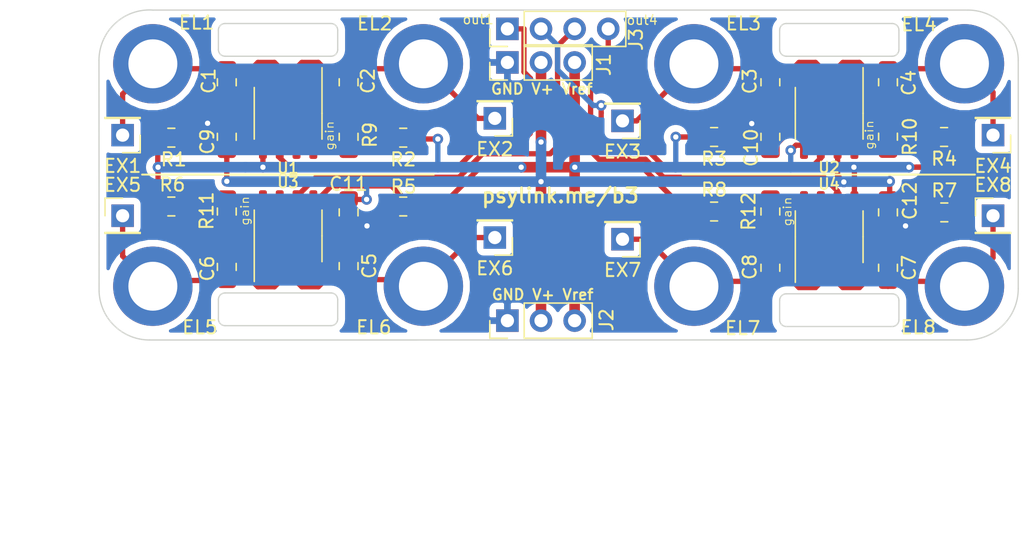
<source format=kicad_pcb>
(kicad_pcb (version 20171130) (host pcbnew 5.1.5+dfsg1-2build2)

  (general
    (thickness 1.6)
    (drawings 56)
    (tracks 306)
    (zones 0)
    (modules 48)
    (nets 32)
  )

  (page A4)
  (layers
    (0 F.Cu signal)
    (31 B.Cu signal)
    (32 B.Adhes user)
    (33 F.Adhes user)
    (34 B.Paste user)
    (35 F.Paste user)
    (36 B.SilkS user)
    (37 F.SilkS user)
    (38 B.Mask user)
    (39 F.Mask user)
    (40 Dwgs.User user)
    (41 Cmts.User user)
    (42 Eco1.User user)
    (43 Eco2.User user)
    (44 Edge.Cuts user)
    (45 Margin user)
    (46 B.CrtYd user)
    (47 F.CrtYd user)
    (48 B.Fab user)
    (49 F.Fab user hide)
  )

  (setup
    (last_trace_width 0.4)
    (user_trace_width 0.4)
    (user_trace_width 0.5)
    (user_trace_width 0.8)
    (user_trace_width 1)
    (trace_clearance 0.2)
    (zone_clearance 0.508)
    (zone_45_only no)
    (trace_min 0.2)
    (via_size 0.8)
    (via_drill 0.4)
    (via_min_size 0.4)
    (via_min_drill 0.3)
    (uvia_size 0.3)
    (uvia_drill 0.1)
    (uvias_allowed no)
    (uvia_min_size 0.2)
    (uvia_min_drill 0.1)
    (edge_width 0.1)
    (segment_width 0.2)
    (pcb_text_width 0.3)
    (pcb_text_size 1.5 1.5)
    (mod_edge_width 0.15)
    (mod_text_size 1 1)
    (mod_text_width 0.15)
    (pad_size 2.95 0.6)
    (pad_drill 0)
    (pad_to_mask_clearance 0)
    (aux_axis_origin 0 0)
    (visible_elements FFFFFF7F)
    (pcbplotparams
      (layerselection 0x010fc_ffffffff)
      (usegerberextensions false)
      (usegerberattributes false)
      (usegerberadvancedattributes false)
      (creategerberjobfile false)
      (excludeedgelayer true)
      (linewidth 0.100000)
      (plotframeref false)
      (viasonmask false)
      (mode 1)
      (useauxorigin false)
      (hpglpennumber 1)
      (hpglpenspeed 20)
      (hpglpendiameter 15.000000)
      (psnegative false)
      (psa4output false)
      (plotreference true)
      (plotvalue true)
      (plotinvisibletext false)
      (padsonsilk false)
      (subtractmaskfromsilk false)
      (outputformat 1)
      (mirror false)
      (drillshape 1)
      (scaleselection 1)
      (outputdirectory ""))
  )

  (net 0 "")
  (net 1 /in1)
  (net 2 "Net-(C1-Pad2)")
  (net 3 "Net-(C2-Pad1)")
  (net 4 /in2)
  (net 5 "Net-(C3-Pad2)")
  (net 6 /in3)
  (net 7 "Net-(C4-Pad1)")
  (net 8 /in4)
  (net 9 "Net-(C5-Pad2)")
  (net 10 /in5)
  (net 11 /in6)
  (net 12 "Net-(C6-Pad1)")
  (net 13 "Net-(C7-Pad2)")
  (net 14 /in7)
  (net 15 "Net-(C8-Pad1)")
  (net 16 /in8)
  (net 17 Earth)
  (net 18 VCC)
  (net 19 GNDS)
  (net 20 /out1)
  (net 21 /out2)
  (net 22 /out3)
  (net 23 /out4)
  (net 24 "Net-(R9-Pad2)")
  (net 25 "Net-(R9-Pad1)")
  (net 26 "Net-(R10-Pad1)")
  (net 27 "Net-(R10-Pad2)")
  (net 28 "Net-(R11-Pad2)")
  (net 29 "Net-(R11-Pad1)")
  (net 30 "Net-(R12-Pad1)")
  (net 31 "Net-(R12-Pad2)")

  (net_class Default "This is the default net class."
    (clearance 0.2)
    (trace_width 0.25)
    (via_dia 0.8)
    (via_drill 0.4)
    (uvia_dia 0.3)
    (uvia_drill 0.1)
    (add_net /in1)
    (add_net /in2)
    (add_net /in3)
    (add_net /in4)
    (add_net /in5)
    (add_net /in6)
    (add_net /in7)
    (add_net /in8)
    (add_net /out1)
    (add_net /out2)
    (add_net /out3)
    (add_net /out4)
    (add_net Earth)
    (add_net GNDS)
    (add_net "Net-(C1-Pad2)")
    (add_net "Net-(C2-Pad1)")
    (add_net "Net-(C3-Pad2)")
    (add_net "Net-(C4-Pad1)")
    (add_net "Net-(C5-Pad2)")
    (add_net "Net-(C6-Pad1)")
    (add_net "Net-(C7-Pad2)")
    (add_net "Net-(C8-Pad1)")
    (add_net "Net-(R10-Pad1)")
    (add_net "Net-(R10-Pad2)")
    (add_net "Net-(R11-Pad1)")
    (add_net "Net-(R11-Pad2)")
    (add_net "Net-(R12-Pad1)")
    (add_net "Net-(R12-Pad2)")
    (add_net "Net-(R9-Pad1)")
    (add_net "Net-(R9-Pad2)")
    (add_net VCC)
  )

  (module Connector_PinHeader_2.54mm:PinHeader_1x01_P2.54mm_Vertical (layer F.Cu) (tedit 59FED5CC) (tstamp 615546D7)
    (at 55.3085 42.6085 180)
    (descr "Through hole straight pin header, 1x01, 2.54mm pitch, single row")
    (tags "Through hole pin header THT 1x01 2.54mm single row")
    (path /61570C12)
    (fp_text reference EX6 (at 0 -2.33) (layer F.SilkS)
      (effects (font (size 1 1) (thickness 0.15)))
    )
    (fp_text value Conn_01x01 (at 0 2.33) (layer F.Fab)
      (effects (font (size 1 1) (thickness 0.15)))
    )
    (fp_text user %R (at 0 0 90) (layer F.Fab)
      (effects (font (size 1 1) (thickness 0.15)))
    )
    (fp_line (start 1.8 -1.8) (end -1.8 -1.8) (layer F.CrtYd) (width 0.05))
    (fp_line (start 1.8 1.8) (end 1.8 -1.8) (layer F.CrtYd) (width 0.05))
    (fp_line (start -1.8 1.8) (end 1.8 1.8) (layer F.CrtYd) (width 0.05))
    (fp_line (start -1.8 -1.8) (end -1.8 1.8) (layer F.CrtYd) (width 0.05))
    (fp_line (start -1.33 -1.33) (end 0 -1.33) (layer F.SilkS) (width 0.12))
    (fp_line (start -1.33 0) (end -1.33 -1.33) (layer F.SilkS) (width 0.12))
    (fp_line (start -1.33 1.27) (end 1.33 1.27) (layer F.SilkS) (width 0.12))
    (fp_line (start 1.33 1.27) (end 1.33 1.33) (layer F.SilkS) (width 0.12))
    (fp_line (start -1.33 1.27) (end -1.33 1.33) (layer F.SilkS) (width 0.12))
    (fp_line (start -1.33 1.33) (end 1.33 1.33) (layer F.SilkS) (width 0.12))
    (fp_line (start -1.27 -0.635) (end -0.635 -1.27) (layer F.Fab) (width 0.1))
    (fp_line (start -1.27 1.27) (end -1.27 -0.635) (layer F.Fab) (width 0.1))
    (fp_line (start 1.27 1.27) (end -1.27 1.27) (layer F.Fab) (width 0.1))
    (fp_line (start 1.27 -1.27) (end 1.27 1.27) (layer F.Fab) (width 0.1))
    (fp_line (start -0.635 -1.27) (end 1.27 -1.27) (layer F.Fab) (width 0.1))
    (pad 1 thru_hole rect (at 0 0 180) (size 1.7 1.7) (drill 1) (layers *.Cu *.Mask)
      (net 11 /in6))
    (model ${KISYS3DMOD}/Connector_PinHeader_2.54mm.3dshapes/PinHeader_1x01_P2.54mm_Vertical.wrl
      (at (xyz 0 0 0))
      (scale (xyz 1 1 1))
      (rotate (xyz 0 0 0))
    )
  )

  (module MountingHole:MountingHole_3.7mm_Pad (layer F.Cu) (tedit 6154E046) (tstamp 6155272F)
    (at 70.358 46.2915 270)
    (descr "Mounting Hole 3.7mm")
    (tags "mounting hole 3.7mm")
    (path /61588D63)
    (attr virtual)
    (fp_text reference EL7 (at 3.175 -3.683 180) (layer F.SilkS)
      (effects (font (size 1 1) (thickness 0.15)))
    )
    (fp_text value Electrode (at 0 4.7 90) (layer F.Fab)
      (effects (font (size 1 1) (thickness 0.15)))
    )
    (fp_text user %R (at 0.3 0 90) (layer F.Fab)
      (effects (font (size 1 1) (thickness 0.15)))
    )
    (fp_circle (center 0 0) (end 3.7 0) (layer Cmts.User) (width 0.15))
    (fp_circle (center 0 0) (end 3.95 0) (layer F.CrtYd) (width 0.05))
    (pad 1 thru_hole circle (at 0 0 270) (size 6 6) (drill 3.7) (layers *.Cu *.Mask)
      (net 14 /in7))
  )

  (module Connector_PinHeader_2.54mm:PinHeader_1x03_P2.54mm_Vertical (layer F.Cu) (tedit 59FED5CC) (tstamp 61571725)
    (at 56.261 48.895 90)
    (descr "Through hole straight pin header, 1x03, 2.54mm pitch, single row")
    (tags "Through hole pin header THT 1x03 2.54mm single row")
    (path /61593CFE)
    (fp_text reference J2 (at 0.0635 7.493 270) (layer F.SilkS)
      (effects (font (size 1 1) (thickness 0.15)))
    )
    (fp_text value PowerPassThru (at 0 7.41 90) (layer F.Fab)
      (effects (font (size 1 1) (thickness 0.15)))
    )
    (fp_text user %R (at 0 2.54) (layer F.Fab)
      (effects (font (size 1 1) (thickness 0.15)))
    )
    (fp_line (start 1.8 -1.8) (end -1.8 -1.8) (layer F.CrtYd) (width 0.05))
    (fp_line (start 1.8 6.85) (end 1.8 -1.8) (layer F.CrtYd) (width 0.05))
    (fp_line (start -1.8 6.85) (end 1.8 6.85) (layer F.CrtYd) (width 0.05))
    (fp_line (start -1.8 -1.8) (end -1.8 6.85) (layer F.CrtYd) (width 0.05))
    (fp_line (start -1.33 -1.33) (end 0 -1.33) (layer F.SilkS) (width 0.12))
    (fp_line (start -1.33 0) (end -1.33 -1.33) (layer F.SilkS) (width 0.12))
    (fp_line (start -1.33 1.27) (end 1.33 1.27) (layer F.SilkS) (width 0.12))
    (fp_line (start 1.33 1.27) (end 1.33 6.41) (layer F.SilkS) (width 0.12))
    (fp_line (start -1.33 1.27) (end -1.33 6.41) (layer F.SilkS) (width 0.12))
    (fp_line (start -1.33 6.41) (end 1.33 6.41) (layer F.SilkS) (width 0.12))
    (fp_line (start -1.27 -0.635) (end -0.635 -1.27) (layer F.Fab) (width 0.1))
    (fp_line (start -1.27 6.35) (end -1.27 -0.635) (layer F.Fab) (width 0.1))
    (fp_line (start 1.27 6.35) (end -1.27 6.35) (layer F.Fab) (width 0.1))
    (fp_line (start 1.27 -1.27) (end 1.27 6.35) (layer F.Fab) (width 0.1))
    (fp_line (start -0.635 -1.27) (end 1.27 -1.27) (layer F.Fab) (width 0.1))
    (pad 3 thru_hole oval (at 0 5.08 90) (size 1.7 1.7) (drill 1) (layers *.Cu *.Mask)
      (net 19 GNDS))
    (pad 2 thru_hole oval (at 0 2.54 90) (size 1.7 1.7) (drill 1) (layers *.Cu *.Mask)
      (net 18 VCC))
    (pad 1 thru_hole rect (at 0 0 90) (size 1.7 1.7) (drill 1) (layers *.Cu *.Mask)
      (net 17 Earth))
    (model ${KISYS3DMOD}/Connector_PinHeader_2.54mm.3dshapes/PinHeader_1x03_P2.54mm_Vertical.wrl
      (at (xyz 0 0 0))
      (scale (xyz 1 1 1))
      (rotate (xyz 0 0 0))
    )
  )

  (module Package_SO:SOIC-8_3.9x4.9mm_P1.27mm (layer F.Cu) (tedit 5D9F72B1) (tstamp 61556561)
    (at 39.6875 33.2105 270)
    (descr "SOIC, 8 Pin (JEDEC MS-012AA, https://www.analog.com/media/en/package-pcb-resources/package/pkg_pdf/soic_narrow-r/r_8.pdf), generated with kicad-footprint-generator ipc_gullwing_generator.py")
    (tags "SOIC SO")
    (path /6089F0CF)
    (attr smd)
    (fp_text reference U1 (at 4.1402 0.0127 180) (layer F.SilkS)
      (effects (font (size 0.8 0.8) (thickness 0.15)))
    )
    (fp_text value INA128 (at 0 3.4 90) (layer F.Fab)
      (effects (font (size 1 1) (thickness 0.15)))
    )
    (fp_text user %R (at 0 0 90) (layer F.Fab)
      (effects (font (size 0.98 0.98) (thickness 0.15)))
    )
    (fp_line (start 3.7 -2.7) (end -3.7 -2.7) (layer F.CrtYd) (width 0.05))
    (fp_line (start 3.7 2.7) (end 3.7 -2.7) (layer F.CrtYd) (width 0.05))
    (fp_line (start -3.7 2.7) (end 3.7 2.7) (layer F.CrtYd) (width 0.05))
    (fp_line (start -3.7 -2.7) (end -3.7 2.7) (layer F.CrtYd) (width 0.05))
    (fp_line (start -1.95 -1.475) (end -0.975 -2.45) (layer F.Fab) (width 0.1))
    (fp_line (start -1.95 2.45) (end -1.95 -1.475) (layer F.Fab) (width 0.1))
    (fp_line (start 1.95 2.45) (end -1.95 2.45) (layer F.Fab) (width 0.1))
    (fp_line (start 1.95 -2.45) (end 1.95 2.45) (layer F.Fab) (width 0.1))
    (fp_line (start -0.975 -2.45) (end 1.95 -2.45) (layer F.Fab) (width 0.1))
    (fp_line (start 0 -2.56) (end -3.45 -2.56) (layer F.SilkS) (width 0.12))
    (fp_line (start 0 -2.56) (end 1.95 -2.56) (layer F.SilkS) (width 0.12))
    (fp_line (start 0 2.56) (end -1.95 2.56) (layer F.SilkS) (width 0.12))
    (fp_line (start 0 2.56) (end 1.95 2.56) (layer F.SilkS) (width 0.12))
    (pad 8 smd roundrect (at 2.475 -1.905 270) (size 1.95 0.6) (layers F.Cu F.Paste F.Mask) (roundrect_rratio 0.25)
      (net 24 "Net-(R9-Pad2)"))
    (pad 7 smd roundrect (at 2.475 -0.635 270) (size 1.95 0.6) (layers F.Cu F.Paste F.Mask) (roundrect_rratio 0.25)
      (net 18 VCC))
    (pad 6 smd roundrect (at 2.475 0.635 270) (size 1.95 0.6) (layers F.Cu F.Paste F.Mask) (roundrect_rratio 0.25)
      (net 20 /out1))
    (pad 5 smd roundrect (at 2.475 1.905 270) (size 1.95 0.6) (layers F.Cu F.Paste F.Mask) (roundrect_rratio 0.25)
      (net 19 GNDS))
    (pad 4 smd roundrect (at -2.475 1.905 270) (size 1.95 0.6) (layers F.Cu F.Paste F.Mask) (roundrect_rratio 0.25)
      (net 17 Earth))
    (pad 3 smd roundrect (at -2.475 0.635 270) (size 1.95 0.6) (layers F.Cu F.Paste F.Mask) (roundrect_rratio 0.25)
      (net 2 "Net-(C1-Pad2)"))
    (pad 2 smd roundrect (at -2.475 -0.635 270) (size 1.95 0.6) (layers F.Cu F.Paste F.Mask) (roundrect_rratio 0.25)
      (net 3 "Net-(C2-Pad1)"))
    (pad 1 smd roundrect (at -2.475 -1.905 270) (size 1.95 0.6) (layers F.Cu F.Paste F.Mask) (roundrect_rratio 0.25)
      (net 25 "Net-(R9-Pad1)"))
    (model ${KISYS3DMOD}/Package_SO.3dshapes/SOIC-8_3.9x4.9mm_P1.27mm.wrl
      (at (xyz 0 0 0))
      (scale (xyz 1 1 1))
      (rotate (xyz 0 0 0))
    )
  )

  (module "" (layer F.Cu) (tedit 0) (tstamp 6144EDE5)
    (at 18.161 40.132)
    (fp_text reference "" (at 25.4 25.4) (layer F.SilkS)
      (effects (font (size 1.27 1.27) (thickness 0.15)))
    )
    (fp_text value "" (at 25.4 25.4) (layer F.SilkS)
      (effects (font (size 1.27 1.27) (thickness 0.15)))
    )
    (fp_text user %R (at 25.4 25.4) (layer F.Fab)
      (effects (font (size 0.4 0.4) (thickness 0.06)))
    )
  )

  (module Capacitor_SMD:C_0805_2012Metric_Pad1.15x1.40mm_HandSolder (layer F.Cu) (tedit 5B36C52B) (tstamp 61558EA7)
    (at 35.052 30.861 270)
    (descr "Capacitor SMD 0805 (2012 Metric), square (rectangular) end terminal, IPC_7351 nominal with elongated pad for handsoldering. (Body size source: https://docs.google.com/spreadsheets/d/1BsfQQcO9C6DZCsRaXUlFlo91Tg2WpOkGARC1WS5S8t0/edit?usp=sharing), generated with kicad-footprint-generator")
    (tags "capacitor handsolder")
    (path /6093EE1D)
    (attr smd)
    (fp_text reference C1 (at -0.1016 1.3716 270) (layer F.SilkS)
      (effects (font (size 1 1) (thickness 0.15)))
    )
    (fp_text value 100pF (at 0 1.65 90) (layer F.Fab)
      (effects (font (size 1 1) (thickness 0.15)))
    )
    (fp_line (start -1 0.6) (end -1 -0.6) (layer F.Fab) (width 0.1))
    (fp_line (start -1 -0.6) (end 1 -0.6) (layer F.Fab) (width 0.1))
    (fp_line (start 1 -0.6) (end 1 0.6) (layer F.Fab) (width 0.1))
    (fp_line (start 1 0.6) (end -1 0.6) (layer F.Fab) (width 0.1))
    (fp_line (start -0.261252 -0.71) (end 0.261252 -0.71) (layer F.SilkS) (width 0.12))
    (fp_line (start -0.261252 0.71) (end 0.261252 0.71) (layer F.SilkS) (width 0.12))
    (fp_line (start -1.85 0.95) (end -1.85 -0.95) (layer F.CrtYd) (width 0.05))
    (fp_line (start -1.85 -0.95) (end 1.85 -0.95) (layer F.CrtYd) (width 0.05))
    (fp_line (start 1.85 -0.95) (end 1.85 0.95) (layer F.CrtYd) (width 0.05))
    (fp_line (start 1.85 0.95) (end -1.85 0.95) (layer F.CrtYd) (width 0.05))
    (fp_text user %R (at 0 0 90) (layer F.Fab)
      (effects (font (size 0.5 0.5) (thickness 0.08)))
    )
    (pad 1 smd roundrect (at -1.025 0 270) (size 1.15 1.4) (layers F.Cu F.Paste F.Mask) (roundrect_rratio 0.217391)
      (net 1 /in1))
    (pad 2 smd roundrect (at 1.025 0 270) (size 1.15 1.4) (layers F.Cu F.Paste F.Mask) (roundrect_rratio 0.217391)
      (net 2 "Net-(C1-Pad2)"))
    (model ${KISYS3DMOD}/Capacitor_SMD.3dshapes/C_0805_2012Metric.wrl
      (at (xyz 0 0 0))
      (scale (xyz 1 1 1))
      (rotate (xyz 0 0 0))
    )
  )

  (module Capacitor_SMD:C_0805_2012Metric_Pad1.15x1.40mm_HandSolder (layer F.Cu) (tedit 5B36C52B) (tstamp 61558E35)
    (at 44.2595 30.861 90)
    (descr "Capacitor SMD 0805 (2012 Metric), square (rectangular) end terminal, IPC_7351 nominal with elongated pad for handsoldering. (Body size source: https://docs.google.com/spreadsheets/d/1BsfQQcO9C6DZCsRaXUlFlo91Tg2WpOkGARC1WS5S8t0/edit?usp=sharing), generated with kicad-footprint-generator")
    (tags "capacitor handsolder")
    (path /6095A525)
    (attr smd)
    (fp_text reference C2 (at 0.1016 1.4605 90) (layer F.SilkS)
      (effects (font (size 1 1) (thickness 0.15)))
    )
    (fp_text value 100pF (at 0 1.65 90) (layer F.Fab)
      (effects (font (size 1 1) (thickness 0.15)))
    )
    (fp_line (start -1 0.6) (end -1 -0.6) (layer F.Fab) (width 0.1))
    (fp_line (start -1 -0.6) (end 1 -0.6) (layer F.Fab) (width 0.1))
    (fp_line (start 1 -0.6) (end 1 0.6) (layer F.Fab) (width 0.1))
    (fp_line (start 1 0.6) (end -1 0.6) (layer F.Fab) (width 0.1))
    (fp_line (start -0.261252 -0.71) (end 0.261252 -0.71) (layer F.SilkS) (width 0.12))
    (fp_line (start -0.261252 0.71) (end 0.261252 0.71) (layer F.SilkS) (width 0.12))
    (fp_line (start -1.85 0.95) (end -1.85 -0.95) (layer F.CrtYd) (width 0.05))
    (fp_line (start -1.85 -0.95) (end 1.85 -0.95) (layer F.CrtYd) (width 0.05))
    (fp_line (start 1.85 -0.95) (end 1.85 0.95) (layer F.CrtYd) (width 0.05))
    (fp_line (start 1.85 0.95) (end -1.85 0.95) (layer F.CrtYd) (width 0.05))
    (fp_text user %R (at 0 0 90) (layer F.Fab)
      (effects (font (size 0.5 0.5) (thickness 0.08)))
    )
    (pad 1 smd roundrect (at -1.025 0 90) (size 1.15 1.4) (layers F.Cu F.Paste F.Mask) (roundrect_rratio 0.217391)
      (net 3 "Net-(C2-Pad1)"))
    (pad 2 smd roundrect (at 1.025 0 90) (size 1.15 1.4) (layers F.Cu F.Paste F.Mask) (roundrect_rratio 0.217391)
      (net 4 /in2))
    (model ${KISYS3DMOD}/Capacitor_SMD.3dshapes/C_0805_2012Metric.wrl
      (at (xyz 0 0 0))
      (scale (xyz 1 1 1))
      (rotate (xyz 0 0 0))
    )
  )

  (module Capacitor_SMD:C_0805_2012Metric_Pad1.15x1.40mm_HandSolder (layer F.Cu) (tedit 5B36C52B) (tstamp 6155464C)
    (at 76.1365 30.861 270)
    (descr "Capacitor SMD 0805 (2012 Metric), square (rectangular) end terminal, IPC_7351 nominal with elongated pad for handsoldering. (Body size source: https://docs.google.com/spreadsheets/d/1BsfQQcO9C6DZCsRaXUlFlo91Tg2WpOkGARC1WS5S8t0/edit?usp=sharing), generated with kicad-footprint-generator")
    (tags "capacitor handsolder")
    (path /614840E8)
    (attr smd)
    (fp_text reference C3 (at -0.0762 1.5621 270) (layer F.SilkS)
      (effects (font (size 1 1) (thickness 0.15)))
    )
    (fp_text value 100pF (at 0 1.65 90) (layer F.Fab)
      (effects (font (size 1 1) (thickness 0.15)))
    )
    (fp_text user %R (at 0 0 90) (layer F.Fab)
      (effects (font (size 0.5 0.5) (thickness 0.08)))
    )
    (fp_line (start 1.85 0.95) (end -1.85 0.95) (layer F.CrtYd) (width 0.05))
    (fp_line (start 1.85 -0.95) (end 1.85 0.95) (layer F.CrtYd) (width 0.05))
    (fp_line (start -1.85 -0.95) (end 1.85 -0.95) (layer F.CrtYd) (width 0.05))
    (fp_line (start -1.85 0.95) (end -1.85 -0.95) (layer F.CrtYd) (width 0.05))
    (fp_line (start -0.261252 0.71) (end 0.261252 0.71) (layer F.SilkS) (width 0.12))
    (fp_line (start -0.261252 -0.71) (end 0.261252 -0.71) (layer F.SilkS) (width 0.12))
    (fp_line (start 1 0.6) (end -1 0.6) (layer F.Fab) (width 0.1))
    (fp_line (start 1 -0.6) (end 1 0.6) (layer F.Fab) (width 0.1))
    (fp_line (start -1 -0.6) (end 1 -0.6) (layer F.Fab) (width 0.1))
    (fp_line (start -1 0.6) (end -1 -0.6) (layer F.Fab) (width 0.1))
    (pad 2 smd roundrect (at 1.025 0 270) (size 1.15 1.4) (layers F.Cu F.Paste F.Mask) (roundrect_rratio 0.217391)
      (net 5 "Net-(C3-Pad2)"))
    (pad 1 smd roundrect (at -1.025 0 270) (size 1.15 1.4) (layers F.Cu F.Paste F.Mask) (roundrect_rratio 0.217391)
      (net 6 /in3))
    (model ${KISYS3DMOD}/Capacitor_SMD.3dshapes/C_0805_2012Metric.wrl
      (at (xyz 0 0 0))
      (scale (xyz 1 1 1))
      (rotate (xyz 0 0 0))
    )
  )

  (module Capacitor_SMD:C_0805_2012Metric_Pad1.15x1.40mm_HandSolder (layer F.Cu) (tedit 5B36C52B) (tstamp 6155461C)
    (at 85.0265 30.861 90)
    (descr "Capacitor SMD 0805 (2012 Metric), square (rectangular) end terminal, IPC_7351 nominal with elongated pad for handsoldering. (Body size source: https://docs.google.com/spreadsheets/d/1BsfQQcO9C6DZCsRaXUlFlo91Tg2WpOkGARC1WS5S8t0/edit?usp=sharing), generated with kicad-footprint-generator")
    (tags "capacitor handsolder")
    (path /614840F4)
    (attr smd)
    (fp_text reference C4 (at -0.0508 1.5748 90) (layer F.SilkS)
      (effects (font (size 1 1) (thickness 0.15)))
    )
    (fp_text value 100pF (at 0 1.65 90) (layer F.Fab)
      (effects (font (size 1 1) (thickness 0.15)))
    )
    (fp_line (start -1 0.6) (end -1 -0.6) (layer F.Fab) (width 0.1))
    (fp_line (start -1 -0.6) (end 1 -0.6) (layer F.Fab) (width 0.1))
    (fp_line (start 1 -0.6) (end 1 0.6) (layer F.Fab) (width 0.1))
    (fp_line (start 1 0.6) (end -1 0.6) (layer F.Fab) (width 0.1))
    (fp_line (start -0.261252 -0.71) (end 0.261252 -0.71) (layer F.SilkS) (width 0.12))
    (fp_line (start -0.261252 0.71) (end 0.261252 0.71) (layer F.SilkS) (width 0.12))
    (fp_line (start -1.85 0.95) (end -1.85 -0.95) (layer F.CrtYd) (width 0.05))
    (fp_line (start -1.85 -0.95) (end 1.85 -0.95) (layer F.CrtYd) (width 0.05))
    (fp_line (start 1.85 -0.95) (end 1.85 0.95) (layer F.CrtYd) (width 0.05))
    (fp_line (start 1.85 0.95) (end -1.85 0.95) (layer F.CrtYd) (width 0.05))
    (fp_text user %R (at 0 0 90) (layer F.Fab)
      (effects (font (size 0.5 0.5) (thickness 0.08)))
    )
    (pad 1 smd roundrect (at -1.025 0 90) (size 1.15 1.4) (layers F.Cu F.Paste F.Mask) (roundrect_rratio 0.217391)
      (net 7 "Net-(C4-Pad1)"))
    (pad 2 smd roundrect (at 1.025 0 90) (size 1.15 1.4) (layers F.Cu F.Paste F.Mask) (roundrect_rratio 0.217391)
      (net 8 /in4))
    (model ${KISYS3DMOD}/Capacitor_SMD.3dshapes/C_0805_2012Metric.wrl
      (at (xyz 0 0 0))
      (scale (xyz 1 1 1))
      (rotate (xyz 0 0 0))
    )
  )

  (module Capacitor_SMD:C_0805_2012Metric_Pad1.15x1.40mm_HandSolder (layer F.Cu) (tedit 5B36C52B) (tstamp 6155D5E6)
    (at 44.2595 44.7675 90)
    (descr "Capacitor SMD 0805 (2012 Metric), square (rectangular) end terminal, IPC_7351 nominal with elongated pad for handsoldering. (Body size source: https://docs.google.com/spreadsheets/d/1BsfQQcO9C6DZCsRaXUlFlo91Tg2WpOkGARC1WS5S8t0/edit?usp=sharing), generated with kicad-footprint-generator")
    (tags "capacitor handsolder")
    (path /6148FA1F)
    (attr smd)
    (fp_text reference C5 (at 0.0127 1.5621 90) (layer F.SilkS)
      (effects (font (size 1 1) (thickness 0.15)))
    )
    (fp_text value 100pF (at 0 1.65 90) (layer F.Fab)
      (effects (font (size 1 1) (thickness 0.15)))
    )
    (fp_line (start -1 0.6) (end -1 -0.6) (layer F.Fab) (width 0.1))
    (fp_line (start -1 -0.6) (end 1 -0.6) (layer F.Fab) (width 0.1))
    (fp_line (start 1 -0.6) (end 1 0.6) (layer F.Fab) (width 0.1))
    (fp_line (start 1 0.6) (end -1 0.6) (layer F.Fab) (width 0.1))
    (fp_line (start -0.261252 -0.71) (end 0.261252 -0.71) (layer F.SilkS) (width 0.12))
    (fp_line (start -0.261252 0.71) (end 0.261252 0.71) (layer F.SilkS) (width 0.12))
    (fp_line (start -1.85 0.95) (end -1.85 -0.95) (layer F.CrtYd) (width 0.05))
    (fp_line (start -1.85 -0.95) (end 1.85 -0.95) (layer F.CrtYd) (width 0.05))
    (fp_line (start 1.85 -0.95) (end 1.85 0.95) (layer F.CrtYd) (width 0.05))
    (fp_line (start 1.85 0.95) (end -1.85 0.95) (layer F.CrtYd) (width 0.05))
    (fp_text user %R (at 0 0 90) (layer F.Fab)
      (effects (font (size 0.5 0.5) (thickness 0.08)))
    )
    (pad 1 smd roundrect (at -1.025 0 90) (size 1.15 1.4) (layers F.Cu F.Paste F.Mask) (roundrect_rratio 0.217391)
      (net 11 /in6))
    (pad 2 smd roundrect (at 1.025 0 90) (size 1.15 1.4) (layers F.Cu F.Paste F.Mask) (roundrect_rratio 0.217391)
      (net 9 "Net-(C5-Pad2)"))
    (model ${KISYS3DMOD}/Capacitor_SMD.3dshapes/C_0805_2012Metric.wrl
      (at (xyz 0 0 0))
      (scale (xyz 1 1 1))
      (rotate (xyz 0 0 0))
    )
  )

  (module Capacitor_SMD:C_0805_2012Metric_Pad1.15x1.40mm_HandSolder (layer F.Cu) (tedit 5B36C52B) (tstamp 6155B26B)
    (at 35.052 44.831 270)
    (descr "Capacitor SMD 0805 (2012 Metric), square (rectangular) end terminal, IPC_7351 nominal with elongated pad for handsoldering. (Body size source: https://docs.google.com/spreadsheets/d/1BsfQQcO9C6DZCsRaXUlFlo91Tg2WpOkGARC1WS5S8t0/edit?usp=sharing), generated with kicad-footprint-generator")
    (tags "capacitor handsolder")
    (path /6148FA2B)
    (attr smd)
    (fp_text reference C6 (at 0.1233 1.4732 90) (layer F.SilkS)
      (effects (font (size 1 1) (thickness 0.15)))
    )
    (fp_text value 100pF (at 0 1.65 90) (layer F.Fab)
      (effects (font (size 1 1) (thickness 0.15)))
    )
    (fp_text user %R (at 0 0 90) (layer F.Fab)
      (effects (font (size 0.5 0.5) (thickness 0.08)))
    )
    (fp_line (start 1.85 0.95) (end -1.85 0.95) (layer F.CrtYd) (width 0.05))
    (fp_line (start 1.85 -0.95) (end 1.85 0.95) (layer F.CrtYd) (width 0.05))
    (fp_line (start -1.85 -0.95) (end 1.85 -0.95) (layer F.CrtYd) (width 0.05))
    (fp_line (start -1.85 0.95) (end -1.85 -0.95) (layer F.CrtYd) (width 0.05))
    (fp_line (start -0.261252 0.71) (end 0.261252 0.71) (layer F.SilkS) (width 0.12))
    (fp_line (start -0.261252 -0.71) (end 0.261252 -0.71) (layer F.SilkS) (width 0.12))
    (fp_line (start 1 0.6) (end -1 0.6) (layer F.Fab) (width 0.1))
    (fp_line (start 1 -0.6) (end 1 0.6) (layer F.Fab) (width 0.1))
    (fp_line (start -1 -0.6) (end 1 -0.6) (layer F.Fab) (width 0.1))
    (fp_line (start -1 0.6) (end -1 -0.6) (layer F.Fab) (width 0.1))
    (pad 2 smd roundrect (at 1.025 0 270) (size 1.15 1.4) (layers F.Cu F.Paste F.Mask) (roundrect_rratio 0.217391)
      (net 10 /in5))
    (pad 1 smd roundrect (at -1.025 0 270) (size 1.15 1.4) (layers F.Cu F.Paste F.Mask) (roundrect_rratio 0.217391)
      (net 12 "Net-(C6-Pad1)"))
    (model ${KISYS3DMOD}/Capacitor_SMD.3dshapes/C_0805_2012Metric.wrl
      (at (xyz 0 0 0))
      (scale (xyz 1 1 1))
      (rotate (xyz 0 0 0))
    )
  )

  (module Capacitor_SMD:C_0805_2012Metric_Pad1.15x1.40mm_HandSolder (layer F.Cu) (tedit 5B36C52B) (tstamp 61557855)
    (at 85.0265 44.8945 90)
    (descr "Capacitor SMD 0805 (2012 Metric), square (rectangular) end terminal, IPC_7351 nominal with elongated pad for handsoldering. (Body size source: https://docs.google.com/spreadsheets/d/1BsfQQcO9C6DZCsRaXUlFlo91Tg2WpOkGARC1WS5S8t0/edit?usp=sharing), generated with kicad-footprint-generator")
    (tags "capacitor handsolder")
    (path /61492FDA)
    (attr smd)
    (fp_text reference C7 (at 0 1.5875 90) (layer F.SilkS)
      (effects (font (size 1 1) (thickness 0.15)))
    )
    (fp_text value 100pF (at 0 1.65 90) (layer F.Fab)
      (effects (font (size 1 1) (thickness 0.15)))
    )
    (fp_line (start -1 0.6) (end -1 -0.6) (layer F.Fab) (width 0.1))
    (fp_line (start -1 -0.6) (end 1 -0.6) (layer F.Fab) (width 0.1))
    (fp_line (start 1 -0.6) (end 1 0.6) (layer F.Fab) (width 0.1))
    (fp_line (start 1 0.6) (end -1 0.6) (layer F.Fab) (width 0.1))
    (fp_line (start -0.261252 -0.71) (end 0.261252 -0.71) (layer F.SilkS) (width 0.12))
    (fp_line (start -0.261252 0.71) (end 0.261252 0.71) (layer F.SilkS) (width 0.12))
    (fp_line (start -1.85 0.95) (end -1.85 -0.95) (layer F.CrtYd) (width 0.05))
    (fp_line (start -1.85 -0.95) (end 1.85 -0.95) (layer F.CrtYd) (width 0.05))
    (fp_line (start 1.85 -0.95) (end 1.85 0.95) (layer F.CrtYd) (width 0.05))
    (fp_line (start 1.85 0.95) (end -1.85 0.95) (layer F.CrtYd) (width 0.05))
    (fp_text user %R (at 0 0 90) (layer F.Fab)
      (effects (font (size 0.5 0.5) (thickness 0.08)))
    )
    (pad 1 smd roundrect (at -1.025 0 90) (size 1.15 1.4) (layers F.Cu F.Paste F.Mask) (roundrect_rratio 0.217391)
      (net 16 /in8))
    (pad 2 smd roundrect (at 1.025 0 90) (size 1.15 1.4) (layers F.Cu F.Paste F.Mask) (roundrect_rratio 0.217391)
      (net 13 "Net-(C7-Pad2)"))
    (model ${KISYS3DMOD}/Capacitor_SMD.3dshapes/C_0805_2012Metric.wrl
      (at (xyz 0 0 0))
      (scale (xyz 1 1 1))
      (rotate (xyz 0 0 0))
    )
  )

  (module Capacitor_SMD:C_0805_2012Metric_Pad1.15x1.40mm_HandSolder (layer F.Cu) (tedit 5B36C52B) (tstamp 61554D34)
    (at 76.1365 44.8945 270)
    (descr "Capacitor SMD 0805 (2012 Metric), square (rectangular) end terminal, IPC_7351 nominal with elongated pad for handsoldering. (Body size source: https://docs.google.com/spreadsheets/d/1BsfQQcO9C6DZCsRaXUlFlo91Tg2WpOkGARC1WS5S8t0/edit?usp=sharing), generated with kicad-footprint-generator")
    (tags "capacitor handsolder")
    (path /61492FE6)
    (attr smd)
    (fp_text reference C8 (at -0.0635 1.5621 90) (layer F.SilkS)
      (effects (font (size 1 1) (thickness 0.15)))
    )
    (fp_text value 100pF (at 0 1.65 90) (layer F.Fab)
      (effects (font (size 1 1) (thickness 0.15)))
    )
    (fp_text user %R (at 0 0 90) (layer F.Fab)
      (effects (font (size 0.5 0.5) (thickness 0.08)))
    )
    (fp_line (start 1.85 0.95) (end -1.85 0.95) (layer F.CrtYd) (width 0.05))
    (fp_line (start 1.85 -0.95) (end 1.85 0.95) (layer F.CrtYd) (width 0.05))
    (fp_line (start -1.85 -0.95) (end 1.85 -0.95) (layer F.CrtYd) (width 0.05))
    (fp_line (start -1.85 0.95) (end -1.85 -0.95) (layer F.CrtYd) (width 0.05))
    (fp_line (start -0.261252 0.71) (end 0.261252 0.71) (layer F.SilkS) (width 0.12))
    (fp_line (start -0.261252 -0.71) (end 0.261252 -0.71) (layer F.SilkS) (width 0.12))
    (fp_line (start 1 0.6) (end -1 0.6) (layer F.Fab) (width 0.1))
    (fp_line (start 1 -0.6) (end 1 0.6) (layer F.Fab) (width 0.1))
    (fp_line (start -1 -0.6) (end 1 -0.6) (layer F.Fab) (width 0.1))
    (fp_line (start -1 0.6) (end -1 -0.6) (layer F.Fab) (width 0.1))
    (pad 2 smd roundrect (at 1.025 0 270) (size 1.15 1.4) (layers F.Cu F.Paste F.Mask) (roundrect_rratio 0.217391)
      (net 14 /in7))
    (pad 1 smd roundrect (at -1.025 0 270) (size 1.15 1.4) (layers F.Cu F.Paste F.Mask) (roundrect_rratio 0.217391)
      (net 15 "Net-(C8-Pad1)"))
    (model ${KISYS3DMOD}/Capacitor_SMD.3dshapes/C_0805_2012Metric.wrl
      (at (xyz 0 0 0))
      (scale (xyz 1 1 1))
      (rotate (xyz 0 0 0))
    )
  )

  (module Capacitor_SMD:C_0805_2012Metric_Pad1.15x1.40mm_HandSolder (layer F.Cu) (tedit 5B36C52B) (tstamp 6144EA3D)
    (at 35.052 34.9885 90)
    (descr "Capacitor SMD 0805 (2012 Metric), square (rectangular) end terminal, IPC_7351 nominal with elongated pad for handsoldering. (Body size source: https://docs.google.com/spreadsheets/d/1BsfQQcO9C6DZCsRaXUlFlo91Tg2WpOkGARC1WS5S8t0/edit?usp=sharing), generated with kicad-footprint-generator")
    (tags "capacitor handsolder")
    (path /608CA25E)
    (attr smd)
    (fp_text reference C9 (at -0.3683 -1.4732 90) (layer F.SilkS)
      (effects (font (size 1 1) (thickness 0.15)))
    )
    (fp_text value 100nF (at 0 1.65 90) (layer F.Fab)
      (effects (font (size 1 1) (thickness 0.15)))
    )
    (fp_text user %R (at 0 0 90) (layer F.Fab)
      (effects (font (size 0.5 0.5) (thickness 0.08)))
    )
    (fp_line (start 1.85 0.95) (end -1.85 0.95) (layer F.CrtYd) (width 0.05))
    (fp_line (start 1.85 -0.95) (end 1.85 0.95) (layer F.CrtYd) (width 0.05))
    (fp_line (start -1.85 -0.95) (end 1.85 -0.95) (layer F.CrtYd) (width 0.05))
    (fp_line (start -1.85 0.95) (end -1.85 -0.95) (layer F.CrtYd) (width 0.05))
    (fp_line (start -0.261252 0.71) (end 0.261252 0.71) (layer F.SilkS) (width 0.12))
    (fp_line (start -0.261252 -0.71) (end 0.261252 -0.71) (layer F.SilkS) (width 0.12))
    (fp_line (start 1 0.6) (end -1 0.6) (layer F.Fab) (width 0.1))
    (fp_line (start 1 -0.6) (end 1 0.6) (layer F.Fab) (width 0.1))
    (fp_line (start -1 -0.6) (end 1 -0.6) (layer F.Fab) (width 0.1))
    (fp_line (start -1 0.6) (end -1 -0.6) (layer F.Fab) (width 0.1))
    (pad 2 smd roundrect (at 1.025 0 90) (size 1.15 1.4) (layers F.Cu F.Paste F.Mask) (roundrect_rratio 0.217391)
      (net 17 Earth))
    (pad 1 smd roundrect (at -1.025 0 90) (size 1.15 1.4) (layers F.Cu F.Paste F.Mask) (roundrect_rratio 0.217391)
      (net 18 VCC))
    (model ${KISYS3DMOD}/Capacitor_SMD.3dshapes/C_0805_2012Metric.wrl
      (at (xyz 0 0 0))
      (scale (xyz 1 1 1))
      (rotate (xyz 0 0 0))
    )
  )

  (module Capacitor_SMD:C_0805_2012Metric_Pad1.15x1.40mm_HandSolder (layer F.Cu) (tedit 5B36C52B) (tstamp 61554511)
    (at 76.1365 34.9885 90)
    (descr "Capacitor SMD 0805 (2012 Metric), square (rectangular) end terminal, IPC_7351 nominal with elongated pad for handsoldering. (Body size source: https://docs.google.com/spreadsheets/d/1BsfQQcO9C6DZCsRaXUlFlo91Tg2WpOkGARC1WS5S8t0/edit?usp=sharing), generated with kicad-footprint-generator")
    (tags "capacitor handsolder")
    (path /614840BB)
    (attr smd)
    (fp_text reference C10 (at -0.8255 -1.4605 90) (layer F.SilkS)
      (effects (font (size 1 1) (thickness 0.15)))
    )
    (fp_text value 100nF (at 0 1.65 90) (layer F.Fab)
      (effects (font (size 1 1) (thickness 0.15)))
    )
    (fp_line (start -1 0.6) (end -1 -0.6) (layer F.Fab) (width 0.1))
    (fp_line (start -1 -0.6) (end 1 -0.6) (layer F.Fab) (width 0.1))
    (fp_line (start 1 -0.6) (end 1 0.6) (layer F.Fab) (width 0.1))
    (fp_line (start 1 0.6) (end -1 0.6) (layer F.Fab) (width 0.1))
    (fp_line (start -0.261252 -0.71) (end 0.261252 -0.71) (layer F.SilkS) (width 0.12))
    (fp_line (start -0.261252 0.71) (end 0.261252 0.71) (layer F.SilkS) (width 0.12))
    (fp_line (start -1.85 0.95) (end -1.85 -0.95) (layer F.CrtYd) (width 0.05))
    (fp_line (start -1.85 -0.95) (end 1.85 -0.95) (layer F.CrtYd) (width 0.05))
    (fp_line (start 1.85 -0.95) (end 1.85 0.95) (layer F.CrtYd) (width 0.05))
    (fp_line (start 1.85 0.95) (end -1.85 0.95) (layer F.CrtYd) (width 0.05))
    (fp_text user %R (at 0 0 90) (layer F.Fab)
      (effects (font (size 0.5 0.5) (thickness 0.08)))
    )
    (pad 1 smd roundrect (at -1.025 0 90) (size 1.15 1.4) (layers F.Cu F.Paste F.Mask) (roundrect_rratio 0.217391)
      (net 18 VCC))
    (pad 2 smd roundrect (at 1.025 0 90) (size 1.15 1.4) (layers F.Cu F.Paste F.Mask) (roundrect_rratio 0.217391)
      (net 17 Earth))
    (model ${KISYS3DMOD}/Capacitor_SMD.3dshapes/C_0805_2012Metric.wrl
      (at (xyz 0 0 0))
      (scale (xyz 1 1 1))
      (rotate (xyz 0 0 0))
    )
  )

  (module Capacitor_SMD:C_0805_2012Metric_Pad1.15x1.40mm_HandSolder (layer F.Cu) (tedit 5B36C52B) (tstamp 6144EA5F)
    (at 44.2595 40.7035 270)
    (descr "Capacitor SMD 0805 (2012 Metric), square (rectangular) end terminal, IPC_7351 nominal with elongated pad for handsoldering. (Body size source: https://docs.google.com/spreadsheets/d/1BsfQQcO9C6DZCsRaXUlFlo91Tg2WpOkGARC1WS5S8t0/edit?usp=sharing), generated with kicad-footprint-generator")
    (tags "capacitor handsolder")
    (path /6148F9F2)
    (attr smd)
    (fp_text reference C11 (at -2.1463 0.0127) (layer F.SilkS)
      (effects (font (size 1 1) (thickness 0.15)))
    )
    (fp_text value 100nF (at 0 1.65 270) (layer F.Fab)
      (effects (font (size 1 1) (thickness 0.15)))
    )
    (fp_text user %R (at 0 0 270) (layer F.Fab)
      (effects (font (size 0.5 0.5) (thickness 0.08)))
    )
    (fp_line (start 1.85 0.95) (end -1.85 0.95) (layer F.CrtYd) (width 0.05))
    (fp_line (start 1.85 -0.95) (end 1.85 0.95) (layer F.CrtYd) (width 0.05))
    (fp_line (start -1.85 -0.95) (end 1.85 -0.95) (layer F.CrtYd) (width 0.05))
    (fp_line (start -1.85 0.95) (end -1.85 -0.95) (layer F.CrtYd) (width 0.05))
    (fp_line (start -0.261252 0.71) (end 0.261252 0.71) (layer F.SilkS) (width 0.12))
    (fp_line (start -0.261252 -0.71) (end 0.261252 -0.71) (layer F.SilkS) (width 0.12))
    (fp_line (start 1 0.6) (end -1 0.6) (layer F.Fab) (width 0.1))
    (fp_line (start 1 -0.6) (end 1 0.6) (layer F.Fab) (width 0.1))
    (fp_line (start -1 -0.6) (end 1 -0.6) (layer F.Fab) (width 0.1))
    (fp_line (start -1 0.6) (end -1 -0.6) (layer F.Fab) (width 0.1))
    (pad 2 smd roundrect (at 1.025 0 270) (size 1.15 1.4) (layers F.Cu F.Paste F.Mask) (roundrect_rratio 0.217391)
      (net 17 Earth))
    (pad 1 smd roundrect (at -1.025 0 270) (size 1.15 1.4) (layers F.Cu F.Paste F.Mask) (roundrect_rratio 0.217391)
      (net 18 VCC))
    (model ${KISYS3DMOD}/Capacitor_SMD.3dshapes/C_0805_2012Metric.wrl
      (at (xyz 0 0 0))
      (scale (xyz 1 1 1))
      (rotate (xyz 0 0 0))
    )
  )

  (module Capacitor_SMD:C_0805_2012Metric_Pad1.15x1.40mm_HandSolder (layer F.Cu) (tedit 5B36C52B) (tstamp 61554C89)
    (at 85.0265 40.7035 270)
    (descr "Capacitor SMD 0805 (2012 Metric), square (rectangular) end terminal, IPC_7351 nominal with elongated pad for handsoldering. (Body size source: https://docs.google.com/spreadsheets/d/1BsfQQcO9C6DZCsRaXUlFlo91Tg2WpOkGARC1WS5S8t0/edit?usp=sharing), generated with kicad-footprint-generator")
    (tags "capacitor handsolder")
    (path /61492FAD)
    (attr smd)
    (fp_text reference C12 (at -0.8763 -1.65 270) (layer F.SilkS)
      (effects (font (size 1 1) (thickness 0.15)))
    )
    (fp_text value 100nF (at 0 1.65 270) (layer F.Fab)
      (effects (font (size 1 1) (thickness 0.15)))
    )
    (fp_line (start -1 0.6) (end -1 -0.6) (layer F.Fab) (width 0.1))
    (fp_line (start -1 -0.6) (end 1 -0.6) (layer F.Fab) (width 0.1))
    (fp_line (start 1 -0.6) (end 1 0.6) (layer F.Fab) (width 0.1))
    (fp_line (start 1 0.6) (end -1 0.6) (layer F.Fab) (width 0.1))
    (fp_line (start -0.261252 -0.71) (end 0.261252 -0.71) (layer F.SilkS) (width 0.12))
    (fp_line (start -0.261252 0.71) (end 0.261252 0.71) (layer F.SilkS) (width 0.12))
    (fp_line (start -1.85 0.95) (end -1.85 -0.95) (layer F.CrtYd) (width 0.05))
    (fp_line (start -1.85 -0.95) (end 1.85 -0.95) (layer F.CrtYd) (width 0.05))
    (fp_line (start 1.85 -0.95) (end 1.85 0.95) (layer F.CrtYd) (width 0.05))
    (fp_line (start 1.85 0.95) (end -1.85 0.95) (layer F.CrtYd) (width 0.05))
    (fp_text user %R (at 0 0 270) (layer F.Fab)
      (effects (font (size 0.5 0.5) (thickness 0.08)))
    )
    (pad 1 smd roundrect (at -1.025 0 270) (size 1.15 1.4) (layers F.Cu F.Paste F.Mask) (roundrect_rratio 0.217391)
      (net 18 VCC))
    (pad 2 smd roundrect (at 1.025 0 270) (size 1.15 1.4) (layers F.Cu F.Paste F.Mask) (roundrect_rratio 0.217391)
      (net 17 Earth))
    (model ${KISYS3DMOD}/Capacitor_SMD.3dshapes/C_0805_2012Metric.wrl
      (at (xyz 0 0 0))
      (scale (xyz 1 1 1))
      (rotate (xyz 0 0 0))
    )
  )

  (module Connector_PinHeader_2.54mm:PinHeader_1x04_P2.54mm_Vertical (layer F.Cu) (tedit 59FED5CC) (tstamp 61564F3C)
    (at 56.261 26.8224 90)
    (descr "Through hole straight pin header, 1x04, 2.54mm pitch, single row")
    (tags "Through hole pin header THT 1x04 2.54mm single row")
    (path /6150DD4D)
    (fp_text reference J3 (at -0.8001 9.7155 270) (layer F.SilkS)
      (effects (font (size 1 1) (thickness 0.15)))
    )
    (fp_text value OutputPins (at -2.2352 4.7244 180) (layer F.Fab)
      (effects (font (size 1 1) (thickness 0.15)))
    )
    (fp_text user %R (at 0 3.81) (layer F.Fab)
      (effects (font (size 1 1) (thickness 0.15)))
    )
    (fp_line (start 1.8 -1.8) (end -1.8 -1.8) (layer F.CrtYd) (width 0.05))
    (fp_line (start 1.8 9.4) (end 1.8 -1.8) (layer F.CrtYd) (width 0.05))
    (fp_line (start -1.8 9.4) (end 1.8 9.4) (layer F.CrtYd) (width 0.05))
    (fp_line (start -1.8 -1.8) (end -1.8 9.4) (layer F.CrtYd) (width 0.05))
    (fp_line (start -1.33 -1.33) (end 0 -1.33) (layer F.SilkS) (width 0.12))
    (fp_line (start -1.33 0) (end -1.33 -1.33) (layer F.SilkS) (width 0.12))
    (fp_line (start -1.33 1.27) (end 1.33 1.27) (layer F.SilkS) (width 0.12))
    (fp_line (start 1.33 1.27) (end 1.33 8.95) (layer F.SilkS) (width 0.12))
    (fp_line (start -1.33 1.27) (end -1.33 8.95) (layer F.SilkS) (width 0.12))
    (fp_line (start -1.33 8.95) (end 1.33 8.95) (layer F.SilkS) (width 0.12))
    (fp_line (start -1.27 -0.635) (end -0.635 -1.27) (layer F.Fab) (width 0.1))
    (fp_line (start -1.27 8.89) (end -1.27 -0.635) (layer F.Fab) (width 0.1))
    (fp_line (start 1.27 8.89) (end -1.27 8.89) (layer F.Fab) (width 0.1))
    (fp_line (start 1.27 -1.27) (end 1.27 8.89) (layer F.Fab) (width 0.1))
    (fp_line (start -0.635 -1.27) (end 1.27 -1.27) (layer F.Fab) (width 0.1))
    (pad 4 thru_hole oval (at 0 7.62 90) (size 1.7 1.7) (drill 1) (layers *.Cu *.Mask)
      (net 23 /out4))
    (pad 3 thru_hole oval (at 0 5.08 90) (size 1.7 1.7) (drill 1) (layers *.Cu *.Mask)
      (net 22 /out3))
    (pad 2 thru_hole oval (at 0 2.54 90) (size 1.7 1.7) (drill 1) (layers *.Cu *.Mask)
      (net 21 /out2))
    (pad 1 thru_hole rect (at 0 0 90) (size 1.7 1.7) (drill 1) (layers *.Cu *.Mask)
      (net 20 /out1))
    (model ${KISYS3DMOD}/Connector_PinHeader_2.54mm.3dshapes/PinHeader_1x04_P2.54mm_Vertical.wrl
      (at (xyz 0 0 0))
      (scale (xyz 1 1 1))
      (rotate (xyz 0 0 0))
    )
  )

  (module Resistor_SMD:R_0805_2012Metric_Pad1.15x1.40mm_HandSolder (layer F.Cu) (tedit 6154FAF6) (tstamp 6155612B)
    (at 30.861 35.052 180)
    (descr "Resistor SMD 0805 (2012 Metric), square (rectangular) end terminal, IPC_7351 nominal with elongated pad for handsoldering. (Body size source: https://docs.google.com/spreadsheets/d/1BsfQQcO9C6DZCsRaXUlFlo91Tg2WpOkGARC1WS5S8t0/edit?usp=sharing), generated with kicad-footprint-generator")
    (tags "resistor handsolder")
    (path /60941D1F)
    (attr smd)
    (fp_text reference R1 (at -0.1778 -1.65) (layer F.SilkS)
      (effects (font (size 1 1) (thickness 0.15)))
    )
    (fp_text value 1M/1% (at 0 1.65) (layer F.Fab)
      (effects (font (size 1 1) (thickness 0.15)))
    )
    (fp_text user %R (at 0 0) (layer F.Fab)
      (effects (font (size 0.5 0.5) (thickness 0.08)))
    )
    (fp_line (start 1.85 0.95) (end -1.85 0.95) (layer F.CrtYd) (width 0.05))
    (fp_line (start 1.85 -0.95) (end 1.85 0.95) (layer F.CrtYd) (width 0.05))
    (fp_line (start -1.85 -0.95) (end 1.85 -0.95) (layer F.CrtYd) (width 0.05))
    (fp_line (start -1.85 0.95) (end -1.85 -0.95) (layer F.CrtYd) (width 0.05))
    (fp_line (start -0.261252 0.71) (end 0.261252 0.71) (layer F.SilkS) (width 0.12))
    (fp_line (start -0.261252 -0.71) (end 0.261252 -0.71) (layer F.SilkS) (width 0.12))
    (fp_line (start 1 0.6) (end -1 0.6) (layer F.Fab) (width 0.1))
    (fp_line (start 1 -0.6) (end 1 0.6) (layer F.Fab) (width 0.1))
    (fp_line (start -1 -0.6) (end 1 -0.6) (layer F.Fab) (width 0.1))
    (fp_line (start -1 0.6) (end -1 -0.6) (layer F.Fab) (width 0.1))
    (pad 2 smd roundrect (at 1.025 0 180) (size 1.15 1.4) (layers F.Cu F.Paste F.Mask) (roundrect_rratio 0.217391)
      (net 19 GNDS))
    (pad 1 smd roundrect (at -1.025 0 180) (size 1.15 1.4) (layers F.Cu F.Paste F.Mask) (roundrect_rratio 0.217)
      (net 2 "Net-(C1-Pad2)"))
    (model ${KISYS3DMOD}/Resistor_SMD.3dshapes/R_0805_2012Metric.wrl
      (at (xyz 0 0 0))
      (scale (xyz 1 1 1))
      (rotate (xyz 0 0 0))
    )
  )

  (module Resistor_SMD:R_0805_2012Metric_Pad1.15x1.40mm_HandSolder (layer F.Cu) (tedit 6154FAFE) (tstamp 6155410B)
    (at 48.387 35.052 180)
    (descr "Resistor SMD 0805 (2012 Metric), square (rectangular) end terminal, IPC_7351 nominal with elongated pad for handsoldering. (Body size source: https://docs.google.com/spreadsheets/d/1BsfQQcO9C6DZCsRaXUlFlo91Tg2WpOkGARC1WS5S8t0/edit?usp=sharing), generated with kicad-footprint-generator")
    (tags "resistor handsolder")
    (path /6095A52B)
    (attr smd)
    (fp_text reference R2 (at 0 -1.65) (layer F.SilkS)
      (effects (font (size 1 1) (thickness 0.15)))
    )
    (fp_text value 1M/1% (at 0 1.65) (layer F.Fab)
      (effects (font (size 1 1) (thickness 0.15)))
    )
    (fp_line (start -1 0.6) (end -1 -0.6) (layer F.Fab) (width 0.1))
    (fp_line (start -1 -0.6) (end 1 -0.6) (layer F.Fab) (width 0.1))
    (fp_line (start 1 -0.6) (end 1 0.6) (layer F.Fab) (width 0.1))
    (fp_line (start 1 0.6) (end -1 0.6) (layer F.Fab) (width 0.1))
    (fp_line (start -0.261252 -0.71) (end 0.261252 -0.71) (layer F.SilkS) (width 0.12))
    (fp_line (start -0.261252 0.71) (end 0.261252 0.71) (layer F.SilkS) (width 0.12))
    (fp_line (start -1.85 0.95) (end -1.85 -0.95) (layer F.CrtYd) (width 0.05))
    (fp_line (start -1.85 -0.95) (end 1.85 -0.95) (layer F.CrtYd) (width 0.05))
    (fp_line (start 1.85 -0.95) (end 1.85 0.95) (layer F.CrtYd) (width 0.05))
    (fp_line (start 1.85 0.95) (end -1.85 0.95) (layer F.CrtYd) (width 0.05))
    (fp_text user %R (at 0 0) (layer F.Fab)
      (effects (font (size 0.5 0.5) (thickness 0.08)))
    )
    (pad 1 smd roundrect (at -1.025 0 180) (size 1.15 1.4) (layers F.Cu F.Paste F.Mask) (roundrect_rratio 0.217391)
      (net 19 GNDS))
    (pad 2 smd roundrect (at 1.025 0 180) (size 1.15 1.4) (layers F.Cu F.Paste F.Mask) (roundrect_rratio 0.217)
      (net 3 "Net-(C2-Pad1)"))
    (model ${KISYS3DMOD}/Resistor_SMD.3dshapes/R_0805_2012Metric.wrl
      (at (xyz 0 0 0))
      (scale (xyz 1 1 1))
      (rotate (xyz 0 0 0))
    )
  )

  (module Resistor_SMD:R_0805_2012Metric_Pad1.15x1.40mm_HandSolder (layer F.Cu) (tedit 5B36C52B) (tstamp 6156C245)
    (at 71.882 35.0012 180)
    (descr "Resistor SMD 0805 (2012 Metric), square (rectangular) end terminal, IPC_7351 nominal with elongated pad for handsoldering. (Body size source: https://docs.google.com/spreadsheets/d/1BsfQQcO9C6DZCsRaXUlFlo91Tg2WpOkGARC1WS5S8t0/edit?usp=sharing), generated with kicad-footprint-generator")
    (tags "resistor handsolder")
    (path /614840EE)
    (attr smd)
    (fp_text reference R3 (at 0 -1.65) (layer F.SilkS)
      (effects (font (size 1 1) (thickness 0.15)))
    )
    (fp_text value 1M/1% (at 0 1.65) (layer F.Fab)
      (effects (font (size 1 1) (thickness 0.15)))
    )
    (fp_line (start -1 0.6) (end -1 -0.6) (layer F.Fab) (width 0.1))
    (fp_line (start -1 -0.6) (end 1 -0.6) (layer F.Fab) (width 0.1))
    (fp_line (start 1 -0.6) (end 1 0.6) (layer F.Fab) (width 0.1))
    (fp_line (start 1 0.6) (end -1 0.6) (layer F.Fab) (width 0.1))
    (fp_line (start -0.261252 -0.71) (end 0.261252 -0.71) (layer F.SilkS) (width 0.12))
    (fp_line (start -0.261252 0.71) (end 0.261252 0.71) (layer F.SilkS) (width 0.12))
    (fp_line (start -1.85 0.95) (end -1.85 -0.95) (layer F.CrtYd) (width 0.05))
    (fp_line (start -1.85 -0.95) (end 1.85 -0.95) (layer F.CrtYd) (width 0.05))
    (fp_line (start 1.85 -0.95) (end 1.85 0.95) (layer F.CrtYd) (width 0.05))
    (fp_line (start 1.85 0.95) (end -1.85 0.95) (layer F.CrtYd) (width 0.05))
    (fp_text user %R (at 0 0) (layer F.Fab)
      (effects (font (size 0.5 0.5) (thickness 0.08)))
    )
    (pad 1 smd roundrect (at -1.025 0 180) (size 1.15 1.4) (layers F.Cu F.Paste F.Mask) (roundrect_rratio 0.217391)
      (net 5 "Net-(C3-Pad2)"))
    (pad 2 smd roundrect (at 1.025 0 180) (size 1.15 1.4) (layers F.Cu F.Paste F.Mask) (roundrect_rratio 0.217391)
      (net 19 GNDS))
    (model ${KISYS3DMOD}/Resistor_SMD.3dshapes/R_0805_2012Metric.wrl
      (at (xyz 0 0 0))
      (scale (xyz 1 1 1))
      (rotate (xyz 0 0 0))
    )
  )

  (module Resistor_SMD:R_0805_2012Metric_Pad1.15x1.40mm_HandSolder (layer F.Cu) (tedit 5B36C52B) (tstamp 615545EC)
    (at 89.2646 35.0012 180)
    (descr "Resistor SMD 0805 (2012 Metric), square (rectangular) end terminal, IPC_7351 nominal with elongated pad for handsoldering. (Body size source: https://docs.google.com/spreadsheets/d/1BsfQQcO9C6DZCsRaXUlFlo91Tg2WpOkGARC1WS5S8t0/edit?usp=sharing), generated with kicad-footprint-generator")
    (tags "resistor handsolder")
    (path /614840A0)
    (attr smd)
    (fp_text reference R4 (at 0 -1.65) (layer F.SilkS)
      (effects (font (size 1 1) (thickness 0.15)))
    )
    (fp_text value 1M/1% (at 0 1.65) (layer F.Fab)
      (effects (font (size 1 1) (thickness 0.15)))
    )
    (fp_text user %R (at 0 0) (layer F.Fab)
      (effects (font (size 0.5 0.5) (thickness 0.08)))
    )
    (fp_line (start 1.85 0.95) (end -1.85 0.95) (layer F.CrtYd) (width 0.05))
    (fp_line (start 1.85 -0.95) (end 1.85 0.95) (layer F.CrtYd) (width 0.05))
    (fp_line (start -1.85 -0.95) (end 1.85 -0.95) (layer F.CrtYd) (width 0.05))
    (fp_line (start -1.85 0.95) (end -1.85 -0.95) (layer F.CrtYd) (width 0.05))
    (fp_line (start -0.261252 0.71) (end 0.261252 0.71) (layer F.SilkS) (width 0.12))
    (fp_line (start -0.261252 -0.71) (end 0.261252 -0.71) (layer F.SilkS) (width 0.12))
    (fp_line (start 1 0.6) (end -1 0.6) (layer F.Fab) (width 0.1))
    (fp_line (start 1 -0.6) (end 1 0.6) (layer F.Fab) (width 0.1))
    (fp_line (start -1 -0.6) (end 1 -0.6) (layer F.Fab) (width 0.1))
    (fp_line (start -1 0.6) (end -1 -0.6) (layer F.Fab) (width 0.1))
    (pad 2 smd roundrect (at 1.025 0 180) (size 1.15 1.4) (layers F.Cu F.Paste F.Mask) (roundrect_rratio 0.217391)
      (net 7 "Net-(C4-Pad1)"))
    (pad 1 smd roundrect (at -1.025 0 180) (size 1.15 1.4) (layers F.Cu F.Paste F.Mask) (roundrect_rratio 0.217391)
      (net 19 GNDS))
    (model ${KISYS3DMOD}/Resistor_SMD.3dshapes/R_0805_2012Metric.wrl
      (at (xyz 0 0 0))
      (scale (xyz 1 1 1))
      (rotate (xyz 0 0 0))
    )
  )

  (module Resistor_SMD:R_0805_2012Metric_Pad1.15x1.40mm_HandSolder (layer F.Cu) (tedit 5B36C52B) (tstamp 6155D5B6)
    (at 48.387 40.259)
    (descr "Resistor SMD 0805 (2012 Metric), square (rectangular) end terminal, IPC_7351 nominal with elongated pad for handsoldering. (Body size source: https://docs.google.com/spreadsheets/d/1BsfQQcO9C6DZCsRaXUlFlo91Tg2WpOkGARC1WS5S8t0/edit?usp=sharing), generated with kicad-footprint-generator")
    (tags "resistor handsolder")
    (path /6148FA25)
    (attr smd)
    (fp_text reference R5 (at 0.0254 -1.4986) (layer F.SilkS)
      (effects (font (size 1 1) (thickness 0.15)))
    )
    (fp_text value 1M/1% (at 0 1.65) (layer F.Fab)
      (effects (font (size 1 1) (thickness 0.15)))
    )
    (fp_text user %R (at 0 0) (layer F.Fab)
      (effects (font (size 0.5 0.5) (thickness 0.08)))
    )
    (fp_line (start 1.85 0.95) (end -1.85 0.95) (layer F.CrtYd) (width 0.05))
    (fp_line (start 1.85 -0.95) (end 1.85 0.95) (layer F.CrtYd) (width 0.05))
    (fp_line (start -1.85 -0.95) (end 1.85 -0.95) (layer F.CrtYd) (width 0.05))
    (fp_line (start -1.85 0.95) (end -1.85 -0.95) (layer F.CrtYd) (width 0.05))
    (fp_line (start -0.261252 0.71) (end 0.261252 0.71) (layer F.SilkS) (width 0.12))
    (fp_line (start -0.261252 -0.71) (end 0.261252 -0.71) (layer F.SilkS) (width 0.12))
    (fp_line (start 1 0.6) (end -1 0.6) (layer F.Fab) (width 0.1))
    (fp_line (start 1 -0.6) (end 1 0.6) (layer F.Fab) (width 0.1))
    (fp_line (start -1 -0.6) (end 1 -0.6) (layer F.Fab) (width 0.1))
    (fp_line (start -1 0.6) (end -1 -0.6) (layer F.Fab) (width 0.1))
    (pad 2 smd roundrect (at 1.025 0) (size 1.15 1.4) (layers F.Cu F.Paste F.Mask) (roundrect_rratio 0.217391)
      (net 19 GNDS))
    (pad 1 smd roundrect (at -1.025 0) (size 1.15 1.4) (layers F.Cu F.Paste F.Mask) (roundrect_rratio 0.217391)
      (net 9 "Net-(C5-Pad2)"))
    (model ${KISYS3DMOD}/Resistor_SMD.3dshapes/R_0805_2012Metric.wrl
      (at (xyz 0 0 0))
      (scale (xyz 1 1 1))
      (rotate (xyz 0 0 0))
    )
  )

  (module Resistor_SMD:R_0805_2012Metric_Pad1.15x1.40mm_HandSolder (layer F.Cu) (tedit 5B36C52B) (tstamp 61560D0E)
    (at 30.861 40.259)
    (descr "Resistor SMD 0805 (2012 Metric), square (rectangular) end terminal, IPC_7351 nominal with elongated pad for handsoldering. (Body size source: https://docs.google.com/spreadsheets/d/1BsfQQcO9C6DZCsRaXUlFlo91Tg2WpOkGARC1WS5S8t0/edit?usp=sharing), generated with kicad-footprint-generator")
    (tags "resistor handsolder")
    (path /6148F9D7)
    (attr smd)
    (fp_text reference R6 (at 0.0762 -1.651) (layer F.SilkS)
      (effects (font (size 1 1) (thickness 0.15)))
    )
    (fp_text value 1M/1% (at 0 1.65) (layer F.Fab)
      (effects (font (size 1 1) (thickness 0.15)))
    )
    (fp_line (start -1 0.6) (end -1 -0.6) (layer F.Fab) (width 0.1))
    (fp_line (start -1 -0.6) (end 1 -0.6) (layer F.Fab) (width 0.1))
    (fp_line (start 1 -0.6) (end 1 0.6) (layer F.Fab) (width 0.1))
    (fp_line (start 1 0.6) (end -1 0.6) (layer F.Fab) (width 0.1))
    (fp_line (start -0.261252 -0.71) (end 0.261252 -0.71) (layer F.SilkS) (width 0.12))
    (fp_line (start -0.261252 0.71) (end 0.261252 0.71) (layer F.SilkS) (width 0.12))
    (fp_line (start -1.85 0.95) (end -1.85 -0.95) (layer F.CrtYd) (width 0.05))
    (fp_line (start -1.85 -0.95) (end 1.85 -0.95) (layer F.CrtYd) (width 0.05))
    (fp_line (start 1.85 -0.95) (end 1.85 0.95) (layer F.CrtYd) (width 0.05))
    (fp_line (start 1.85 0.95) (end -1.85 0.95) (layer F.CrtYd) (width 0.05))
    (fp_text user %R (at 0 0) (layer F.Fab)
      (effects (font (size 0.5 0.5) (thickness 0.08)))
    )
    (pad 1 smd roundrect (at -1.025 0) (size 1.15 1.4) (layers F.Cu F.Paste F.Mask) (roundrect_rratio 0.217391)
      (net 19 GNDS))
    (pad 2 smd roundrect (at 1.025 0) (size 1.15 1.4) (layers F.Cu F.Paste F.Mask) (roundrect_rratio 0.217391)
      (net 12 "Net-(C6-Pad1)"))
    (model ${KISYS3DMOD}/Resistor_SMD.3dshapes/R_0805_2012Metric.wrl
      (at (xyz 0 0 0))
      (scale (xyz 1 1 1))
      (rotate (xyz 0 0 0))
    )
  )

  (module Resistor_SMD:R_0805_2012Metric_Pad1.15x1.40mm_HandSolder (layer F.Cu) (tedit 5B36C52B) (tstamp 61554D64)
    (at 89.281 40.7035)
    (descr "Resistor SMD 0805 (2012 Metric), square (rectangular) end terminal, IPC_7351 nominal with elongated pad for handsoldering. (Body size source: https://docs.google.com/spreadsheets/d/1BsfQQcO9C6DZCsRaXUlFlo91Tg2WpOkGARC1WS5S8t0/edit?usp=sharing), generated with kicad-footprint-generator")
    (tags "resistor handsolder")
    (path /61492FE0)
    (attr smd)
    (fp_text reference R7 (at 0 -1.65) (layer F.SilkS)
      (effects (font (size 1 1) (thickness 0.15)))
    )
    (fp_text value 1M/1% (at 0 1.65) (layer F.Fab)
      (effects (font (size 1 1) (thickness 0.15)))
    )
    (fp_text user %R (at 0 0) (layer F.Fab)
      (effects (font (size 0.5 0.5) (thickness 0.08)))
    )
    (fp_line (start 1.85 0.95) (end -1.85 0.95) (layer F.CrtYd) (width 0.05))
    (fp_line (start 1.85 -0.95) (end 1.85 0.95) (layer F.CrtYd) (width 0.05))
    (fp_line (start -1.85 -0.95) (end 1.85 -0.95) (layer F.CrtYd) (width 0.05))
    (fp_line (start -1.85 0.95) (end -1.85 -0.95) (layer F.CrtYd) (width 0.05))
    (fp_line (start -0.261252 0.71) (end 0.261252 0.71) (layer F.SilkS) (width 0.12))
    (fp_line (start -0.261252 -0.71) (end 0.261252 -0.71) (layer F.SilkS) (width 0.12))
    (fp_line (start 1 0.6) (end -1 0.6) (layer F.Fab) (width 0.1))
    (fp_line (start 1 -0.6) (end 1 0.6) (layer F.Fab) (width 0.1))
    (fp_line (start -1 -0.6) (end 1 -0.6) (layer F.Fab) (width 0.1))
    (fp_line (start -1 0.6) (end -1 -0.6) (layer F.Fab) (width 0.1))
    (pad 2 smd roundrect (at 1.025 0) (size 1.15 1.4) (layers F.Cu F.Paste F.Mask) (roundrect_rratio 0.217391)
      (net 19 GNDS))
    (pad 1 smd roundrect (at -1.025 0) (size 1.15 1.4) (layers F.Cu F.Paste F.Mask) (roundrect_rratio 0.217391)
      (net 13 "Net-(C7-Pad2)"))
    (model ${KISYS3DMOD}/Resistor_SMD.3dshapes/R_0805_2012Metric.wrl
      (at (xyz 0 0 0))
      (scale (xyz 1 1 1))
      (rotate (xyz 0 0 0))
    )
  )

  (module Resistor_SMD:R_0805_2012Metric_Pad1.15x1.40mm_HandSolder (layer F.Cu) (tedit 5B36C52B) (tstamp 61554D04)
    (at 71.882 40.64)
    (descr "Resistor SMD 0805 (2012 Metric), square (rectangular) end terminal, IPC_7351 nominal with elongated pad for handsoldering. (Body size source: https://docs.google.com/spreadsheets/d/1BsfQQcO9C6DZCsRaXUlFlo91Tg2WpOkGARC1WS5S8t0/edit?usp=sharing), generated with kicad-footprint-generator")
    (tags "resistor handsolder")
    (path /61492F92)
    (attr smd)
    (fp_text reference R8 (at 0 -1.65) (layer F.SilkS)
      (effects (font (size 1 1) (thickness 0.15)))
    )
    (fp_text value 1M/1% (at 0 1.65) (layer F.Fab)
      (effects (font (size 1 1) (thickness 0.15)))
    )
    (fp_text user %R (at 0 0) (layer F.Fab)
      (effects (font (size 0.5 0.5) (thickness 0.08)))
    )
    (fp_line (start 1.85 0.95) (end -1.85 0.95) (layer F.CrtYd) (width 0.05))
    (fp_line (start 1.85 -0.95) (end 1.85 0.95) (layer F.CrtYd) (width 0.05))
    (fp_line (start -1.85 -0.95) (end 1.85 -0.95) (layer F.CrtYd) (width 0.05))
    (fp_line (start -1.85 0.95) (end -1.85 -0.95) (layer F.CrtYd) (width 0.05))
    (fp_line (start -0.261252 0.71) (end 0.261252 0.71) (layer F.SilkS) (width 0.12))
    (fp_line (start -0.261252 -0.71) (end 0.261252 -0.71) (layer F.SilkS) (width 0.12))
    (fp_line (start 1 0.6) (end -1 0.6) (layer F.Fab) (width 0.1))
    (fp_line (start 1 -0.6) (end 1 0.6) (layer F.Fab) (width 0.1))
    (fp_line (start -1 -0.6) (end 1 -0.6) (layer F.Fab) (width 0.1))
    (fp_line (start -1 0.6) (end -1 -0.6) (layer F.Fab) (width 0.1))
    (pad 2 smd roundrect (at 1.025 0) (size 1.15 1.4) (layers F.Cu F.Paste F.Mask) (roundrect_rratio 0.217391)
      (net 15 "Net-(C8-Pad1)"))
    (pad 1 smd roundrect (at -1.025 0) (size 1.15 1.4) (layers F.Cu F.Paste F.Mask) (roundrect_rratio 0.217391)
      (net 19 GNDS))
    (model ${KISYS3DMOD}/Resistor_SMD.3dshapes/R_0805_2012Metric.wrl
      (at (xyz 0 0 0))
      (scale (xyz 1 1 1))
      (rotate (xyz 0 0 0))
    )
  )

  (module Resistor_SMD:R_0805_2012Metric_Pad1.15x1.40mm_HandSolder (layer F.Cu) (tedit 5B36C52B) (tstamp 61556426)
    (at 44.2595 34.9885 270)
    (descr "Resistor SMD 0805 (2012 Metric), square (rectangular) end terminal, IPC_7351 nominal with elongated pad for handsoldering. (Body size source: https://docs.google.com/spreadsheets/d/1BsfQQcO9C6DZCsRaXUlFlo91Tg2WpOkGARC1WS5S8t0/edit?usp=sharing), generated with kicad-footprint-generator")
    (tags "resistor handsolder")
    (path /608BC652)
    (attr smd)
    (fp_text reference R9 (at -0.1397 -1.6129 270) (layer F.SilkS)
      (effects (font (size 1 1) (thickness 0.15)))
    )
    (fp_text value 1K/1% (at 0 1.65 90) (layer F.Fab)
      (effects (font (size 1 1) (thickness 0.15)))
    )
    (fp_text user %R (at 0 0 90) (layer F.Fab)
      (effects (font (size 0.5 0.5) (thickness 0.08)))
    )
    (fp_line (start 1.85 0.95) (end -1.85 0.95) (layer F.CrtYd) (width 0.05))
    (fp_line (start 1.85 -0.95) (end 1.85 0.95) (layer F.CrtYd) (width 0.05))
    (fp_line (start -1.85 -0.95) (end 1.85 -0.95) (layer F.CrtYd) (width 0.05))
    (fp_line (start -1.85 0.95) (end -1.85 -0.95) (layer F.CrtYd) (width 0.05))
    (fp_line (start -0.261252 0.71) (end 0.261252 0.71) (layer F.SilkS) (width 0.12))
    (fp_line (start -0.261252 -0.71) (end 0.261252 -0.71) (layer F.SilkS) (width 0.12))
    (fp_line (start 1 0.6) (end -1 0.6) (layer F.Fab) (width 0.1))
    (fp_line (start 1 -0.6) (end 1 0.6) (layer F.Fab) (width 0.1))
    (fp_line (start -1 -0.6) (end 1 -0.6) (layer F.Fab) (width 0.1))
    (fp_line (start -1 0.6) (end -1 -0.6) (layer F.Fab) (width 0.1))
    (pad 2 smd roundrect (at 1.025 0 270) (size 1.15 1.4) (layers F.Cu F.Paste F.Mask) (roundrect_rratio 0.217391)
      (net 24 "Net-(R9-Pad2)"))
    (pad 1 smd roundrect (at -1.025 0 270) (size 1.15 1.4) (layers F.Cu F.Paste F.Mask) (roundrect_rratio 0.217391)
      (net 25 "Net-(R9-Pad1)"))
    (model ${KISYS3DMOD}/Resistor_SMD.3dshapes/R_0805_2012Metric.wrl
      (at (xyz 0 0 0))
      (scale (xyz 1 1 1))
      (rotate (xyz 0 0 0))
    )
  )

  (module Resistor_SMD:R_0805_2012Metric_Pad1.15x1.40mm_HandSolder (layer F.Cu) (tedit 5B36C52B) (tstamp 6156C1E4)
    (at 85.0265 34.9795 270)
    (descr "Resistor SMD 0805 (2012 Metric), square (rectangular) end terminal, IPC_7351 nominal with elongated pad for handsoldering. (Body size source: https://docs.google.com/spreadsheets/d/1BsfQQcO9C6DZCsRaXUlFlo91Tg2WpOkGARC1WS5S8t0/edit?usp=sharing), generated with kicad-footprint-generator")
    (tags "resistor handsolder")
    (path /614840DA)
    (attr smd)
    (fp_text reference R10 (at 0 -1.65 90) (layer F.SilkS)
      (effects (font (size 1 1) (thickness 0.15)))
    )
    (fp_text value 1K/1% (at 0 1.65 90) (layer F.Fab)
      (effects (font (size 1 1) (thickness 0.15)))
    )
    (fp_line (start -1 0.6) (end -1 -0.6) (layer F.Fab) (width 0.1))
    (fp_line (start -1 -0.6) (end 1 -0.6) (layer F.Fab) (width 0.1))
    (fp_line (start 1 -0.6) (end 1 0.6) (layer F.Fab) (width 0.1))
    (fp_line (start 1 0.6) (end -1 0.6) (layer F.Fab) (width 0.1))
    (fp_line (start -0.261252 -0.71) (end 0.261252 -0.71) (layer F.SilkS) (width 0.12))
    (fp_line (start -0.261252 0.71) (end 0.261252 0.71) (layer F.SilkS) (width 0.12))
    (fp_line (start -1.85 0.95) (end -1.85 -0.95) (layer F.CrtYd) (width 0.05))
    (fp_line (start -1.85 -0.95) (end 1.85 -0.95) (layer F.CrtYd) (width 0.05))
    (fp_line (start 1.85 -0.95) (end 1.85 0.95) (layer F.CrtYd) (width 0.05))
    (fp_line (start 1.85 0.95) (end -1.85 0.95) (layer F.CrtYd) (width 0.05))
    (fp_text user %R (at 0 0 90) (layer F.Fab)
      (effects (font (size 0.5 0.5) (thickness 0.08)))
    )
    (pad 1 smd roundrect (at -1.025 0 270) (size 1.15 1.4) (layers F.Cu F.Paste F.Mask) (roundrect_rratio 0.217391)
      (net 26 "Net-(R10-Pad1)"))
    (pad 2 smd roundrect (at 1.025 0 270) (size 1.15 1.4) (layers F.Cu F.Paste F.Mask) (roundrect_rratio 0.217391)
      (net 27 "Net-(R10-Pad2)"))
    (model ${KISYS3DMOD}/Resistor_SMD.3dshapes/R_0805_2012Metric.wrl
      (at (xyz 0 0 0))
      (scale (xyz 1 1 1))
      (rotate (xyz 0 0 0))
    )
  )

  (module Resistor_SMD:R_0805_2012Metric_Pad1.15x1.40mm_HandSolder (layer F.Cu) (tedit 5B36C52B) (tstamp 6144EBC0)
    (at 35.052 40.64 90)
    (descr "Resistor SMD 0805 (2012 Metric), square (rectangular) end terminal, IPC_7351 nominal with elongated pad for handsoldering. (Body size source: https://docs.google.com/spreadsheets/d/1BsfQQcO9C6DZCsRaXUlFlo91Tg2WpOkGARC1WS5S8t0/edit?usp=sharing), generated with kicad-footprint-generator")
    (tags "resistor handsolder")
    (path /6148FA11)
    (attr smd)
    (fp_text reference R11 (at 0.0508 -1.524 270) (layer F.SilkS)
      (effects (font (size 1 1) (thickness 0.15)))
    )
    (fp_text value 1K/1% (at 0 1.65 270) (layer F.Fab)
      (effects (font (size 1 1) (thickness 0.15)))
    )
    (fp_line (start -1 0.6) (end -1 -0.6) (layer F.Fab) (width 0.1))
    (fp_line (start -1 -0.6) (end 1 -0.6) (layer F.Fab) (width 0.1))
    (fp_line (start 1 -0.6) (end 1 0.6) (layer F.Fab) (width 0.1))
    (fp_line (start 1 0.6) (end -1 0.6) (layer F.Fab) (width 0.1))
    (fp_line (start -0.261252 -0.71) (end 0.261252 -0.71) (layer F.SilkS) (width 0.12))
    (fp_line (start -0.261252 0.71) (end 0.261252 0.71) (layer F.SilkS) (width 0.12))
    (fp_line (start -1.85 0.95) (end -1.85 -0.95) (layer F.CrtYd) (width 0.05))
    (fp_line (start -1.85 -0.95) (end 1.85 -0.95) (layer F.CrtYd) (width 0.05))
    (fp_line (start 1.85 -0.95) (end 1.85 0.95) (layer F.CrtYd) (width 0.05))
    (fp_line (start 1.85 0.95) (end -1.85 0.95) (layer F.CrtYd) (width 0.05))
    (fp_text user %R (at 0 0 270) (layer F.Fab)
      (effects (font (size 0.5 0.5) (thickness 0.08)))
    )
    (pad 1 smd roundrect (at -1.025 0 90) (size 1.15 1.4) (layers F.Cu F.Paste F.Mask) (roundrect_rratio 0.217391)
      (net 29 "Net-(R11-Pad1)"))
    (pad 2 smd roundrect (at 1.025 0 90) (size 1.15 1.4) (layers F.Cu F.Paste F.Mask) (roundrect_rratio 0.217391)
      (net 28 "Net-(R11-Pad2)"))
    (model ${KISYS3DMOD}/Resistor_SMD.3dshapes/R_0805_2012Metric.wrl
      (at (xyz 0 0 0))
      (scale (xyz 1 1 1))
      (rotate (xyz 0 0 0))
    )
  )

  (module Resistor_SMD:R_0805_2012Metric_Pad1.15x1.40mm_HandSolder (layer F.Cu) (tedit 5B36C52B) (tstamp 61554D94)
    (at 76.1365 40.64 90)
    (descr "Resistor SMD 0805 (2012 Metric), square (rectangular) end terminal, IPC_7351 nominal with elongated pad for handsoldering. (Body size source: https://docs.google.com/spreadsheets/d/1BsfQQcO9C6DZCsRaXUlFlo91Tg2WpOkGARC1WS5S8t0/edit?usp=sharing), generated with kicad-footprint-generator")
    (tags "resistor handsolder")
    (path /61492FCC)
    (attr smd)
    (fp_text reference R12 (at 0 -1.65 270) (layer F.SilkS)
      (effects (font (size 1 1) (thickness 0.15)))
    )
    (fp_text value 1K/1% (at 0 1.65 270) (layer F.Fab)
      (effects (font (size 1 1) (thickness 0.15)))
    )
    (fp_text user %R (at 0 0 270) (layer F.Fab)
      (effects (font (size 0.5 0.5) (thickness 0.08)))
    )
    (fp_line (start 1.85 0.95) (end -1.85 0.95) (layer F.CrtYd) (width 0.05))
    (fp_line (start 1.85 -0.95) (end 1.85 0.95) (layer F.CrtYd) (width 0.05))
    (fp_line (start -1.85 -0.95) (end 1.85 -0.95) (layer F.CrtYd) (width 0.05))
    (fp_line (start -1.85 0.95) (end -1.85 -0.95) (layer F.CrtYd) (width 0.05))
    (fp_line (start -0.261252 0.71) (end 0.261252 0.71) (layer F.SilkS) (width 0.12))
    (fp_line (start -0.261252 -0.71) (end 0.261252 -0.71) (layer F.SilkS) (width 0.12))
    (fp_line (start 1 0.6) (end -1 0.6) (layer F.Fab) (width 0.1))
    (fp_line (start 1 -0.6) (end 1 0.6) (layer F.Fab) (width 0.1))
    (fp_line (start -1 -0.6) (end 1 -0.6) (layer F.Fab) (width 0.1))
    (fp_line (start -1 0.6) (end -1 -0.6) (layer F.Fab) (width 0.1))
    (pad 2 smd roundrect (at 1.025 0 90) (size 1.15 1.4) (layers F.Cu F.Paste F.Mask) (roundrect_rratio 0.217391)
      (net 31 "Net-(R12-Pad2)"))
    (pad 1 smd roundrect (at -1.025 0 90) (size 1.15 1.4) (layers F.Cu F.Paste F.Mask) (roundrect_rratio 0.217391)
      (net 30 "Net-(R12-Pad1)"))
    (model ${KISYS3DMOD}/Resistor_SMD.3dshapes/R_0805_2012Metric.wrl
      (at (xyz 0 0 0))
      (scale (xyz 1 1 1))
      (rotate (xyz 0 0 0))
    )
  )

  (module Package_SO:SOIC-8_3.9x4.9mm_P1.27mm (layer F.Cu) (tedit 5D9F72B1) (tstamp 61558175)
    (at 80.5815 33.2105 270)
    (descr "SOIC, 8 Pin (JEDEC MS-012AA, https://www.analog.com/media/en/package-pcb-resources/package/pkg_pdf/soic_narrow-r/r_8.pdf), generated with kicad-footprint-generator ipc_gullwing_generator.py")
    (tags "SOIC SO")
    (path /614840C7)
    (attr smd)
    (fp_text reference U2 (at 4.0894 0.0127 180) (layer F.SilkS)
      (effects (font (size 0.8 0.8) (thickness 0.15)))
    )
    (fp_text value INA128 (at 0 3.4 90) (layer F.Fab)
      (effects (font (size 1 1) (thickness 0.15)))
    )
    (fp_text user %R (at 0.081399 0.527799 90) (layer F.Fab)
      (effects (font (size 0.98 0.98) (thickness 0.15)))
    )
    (fp_line (start 3.7 -2.7) (end -3.7 -2.7) (layer F.CrtYd) (width 0.05))
    (fp_line (start 3.7 2.7) (end 3.7 -2.7) (layer F.CrtYd) (width 0.05))
    (fp_line (start -3.7 2.7) (end 3.7 2.7) (layer F.CrtYd) (width 0.05))
    (fp_line (start -3.7 -2.7) (end -3.7 2.7) (layer F.CrtYd) (width 0.05))
    (fp_line (start -1.95 -1.475) (end -0.975 -2.45) (layer F.Fab) (width 0.1))
    (fp_line (start -1.95 2.45) (end -1.95 -1.475) (layer F.Fab) (width 0.1))
    (fp_line (start 1.95 2.45) (end -1.95 2.45) (layer F.Fab) (width 0.1))
    (fp_line (start 1.95 -2.45) (end 1.95 2.45) (layer F.Fab) (width 0.1))
    (fp_line (start -0.975 -2.45) (end 1.95 -2.45) (layer F.Fab) (width 0.1))
    (fp_line (start 0 -2.56) (end -3.45 -2.56) (layer F.SilkS) (width 0.12))
    (fp_line (start 0 -2.56) (end 1.95 -2.56) (layer F.SilkS) (width 0.12))
    (fp_line (start 0 2.56) (end -1.95 2.56) (layer F.SilkS) (width 0.12))
    (fp_line (start 0 2.56) (end 1.95 2.56) (layer F.SilkS) (width 0.12))
    (pad 8 smd roundrect (at 2.475 -1.905 270) (size 1.95 0.6) (layers F.Cu F.Paste F.Mask) (roundrect_rratio 0.25)
      (net 27 "Net-(R10-Pad2)"))
    (pad 7 smd roundrect (at 2.475 -0.635 270) (size 1.95 0.6) (layers F.Cu F.Paste F.Mask) (roundrect_rratio 0.25)
      (net 18 VCC))
    (pad 6 smd roundrect (at 2.475 0.635 270) (size 1.95 0.6) (layers F.Cu F.Paste F.Mask) (roundrect_rratio 0.25)
      (net 21 /out2))
    (pad 5 smd roundrect (at 2.475 1.905 270) (size 1.95 0.6) (layers F.Cu F.Paste F.Mask) (roundrect_rratio 0.25)
      (net 19 GNDS))
    (pad 4 smd roundrect (at -2.475 1.905 270) (size 1.95 0.6) (layers F.Cu F.Paste F.Mask) (roundrect_rratio 0.25)
      (net 17 Earth))
    (pad 3 smd roundrect (at -2.475 0.635 270) (size 1.95 0.6) (layers F.Cu F.Paste F.Mask) (roundrect_rratio 0.25)
      (net 5 "Net-(C3-Pad2)"))
    (pad 2 smd roundrect (at -2.475 -0.635 270) (size 1.95 0.6) (layers F.Cu F.Paste F.Mask) (roundrect_rratio 0.25)
      (net 7 "Net-(C4-Pad1)"))
    (pad 1 smd roundrect (at -2.475 -1.905 270) (size 1.95 0.6) (layers F.Cu F.Paste F.Mask) (roundrect_rratio 0.25)
      (net 26 "Net-(R10-Pad1)"))
    (model ${KISYS3DMOD}/Package_SO.3dshapes/SOIC-8_3.9x4.9mm_P1.27mm.wrl
      (at (xyz 0 0 0))
      (scale (xyz 1 1 1))
      (rotate (xyz 0 0 0))
    )
  )

  (module Package_SO:SOIC-8_3.9x4.9mm_P1.27mm (layer F.Cu) (tedit 5D9F72B1) (tstamp 6155F9DD)
    (at 39.6875 42.4815 90)
    (descr "SOIC, 8 Pin (JEDEC MS-012AA, https://www.analog.com/media/en/package-pcb-resources/package/pkg_pdf/soic_narrow-r/r_8.pdf), generated with kicad-footprint-generator ipc_gullwing_generator.py")
    (tags "SOIC SO")
    (path /6148F9FE)
    (attr smd)
    (fp_text reference U3 (at 4.0386 -0.0127) (layer F.SilkS)
      (effects (font (size 0.8 0.8) (thickness 0.15)))
    )
    (fp_text value INA128 (at 0 3.4 270) (layer F.Fab)
      (effects (font (size 1 1) (thickness 0.15)))
    )
    (fp_text user %R (at 0 0 270) (layer F.Fab)
      (effects (font (size 0.98 0.98) (thickness 0.15)))
    )
    (fp_line (start 3.7 -2.7) (end -3.7 -2.7) (layer F.CrtYd) (width 0.05))
    (fp_line (start 3.7 2.7) (end 3.7 -2.7) (layer F.CrtYd) (width 0.05))
    (fp_line (start -3.7 2.7) (end 3.7 2.7) (layer F.CrtYd) (width 0.05))
    (fp_line (start -3.7 -2.7) (end -3.7 2.7) (layer F.CrtYd) (width 0.05))
    (fp_line (start -1.95 -1.475) (end -0.975 -2.45) (layer F.Fab) (width 0.1))
    (fp_line (start -1.95 2.45) (end -1.95 -1.475) (layer F.Fab) (width 0.1))
    (fp_line (start 1.95 2.45) (end -1.95 2.45) (layer F.Fab) (width 0.1))
    (fp_line (start 1.95 -2.45) (end 1.95 2.45) (layer F.Fab) (width 0.1))
    (fp_line (start -0.975 -2.45) (end 1.95 -2.45) (layer F.Fab) (width 0.1))
    (fp_line (start 0 -2.56) (end -3.45 -2.56) (layer F.SilkS) (width 0.12))
    (fp_line (start 0 -2.56) (end 1.95 -2.56) (layer F.SilkS) (width 0.12))
    (fp_line (start 0 2.56) (end -1.95 2.56) (layer F.SilkS) (width 0.12))
    (fp_line (start 0 2.56) (end 1.95 2.56) (layer F.SilkS) (width 0.12))
    (pad 8 smd roundrect (at 2.475 -1.905 90) (size 1.95 0.6) (layers F.Cu F.Paste F.Mask) (roundrect_rratio 0.25)
      (net 28 "Net-(R11-Pad2)"))
    (pad 7 smd roundrect (at 2.475 -0.635 90) (size 1.95 0.6) (layers F.Cu F.Paste F.Mask) (roundrect_rratio 0.25)
      (net 18 VCC))
    (pad 6 smd roundrect (at 2.475 0.635 90) (size 1.95 0.6) (layers F.Cu F.Paste F.Mask) (roundrect_rratio 0.25)
      (net 22 /out3))
    (pad 5 smd roundrect (at 2.475 1.905 90) (size 1.95 0.6) (layers F.Cu F.Paste F.Mask) (roundrect_rratio 0.25)
      (net 19 GNDS))
    (pad 4 smd roundrect (at -2.475 1.905 90) (size 1.95 0.6) (layers F.Cu F.Paste F.Mask) (roundrect_rratio 0.25)
      (net 17 Earth))
    (pad 3 smd roundrect (at -2.475 0.635 90) (size 1.95 0.6) (layers F.Cu F.Paste F.Mask) (roundrect_rratio 0.25)
      (net 9 "Net-(C5-Pad2)"))
    (pad 2 smd roundrect (at -2.475 -0.635 90) (size 1.95 0.6) (layers F.Cu F.Paste F.Mask) (roundrect_rratio 0.25)
      (net 12 "Net-(C6-Pad1)"))
    (pad 1 smd roundrect (at -2.475 -1.905 90) (size 1.95 0.6) (layers F.Cu F.Paste F.Mask) (roundrect_rratio 0.25)
      (net 29 "Net-(R11-Pad1)"))
    (model ${KISYS3DMOD}/Package_SO.3dshapes/SOIC-8_3.9x4.9mm_P1.27mm.wrl
      (at (xyz 0 0 0))
      (scale (xyz 1 1 1))
      (rotate (xyz 0 0 0))
    )
  )

  (module Package_SO:SOIC-8_3.9x4.9mm_P1.27mm (layer F.Cu) (tedit 5D9F72B1) (tstamp 61557764)
    (at 80.5815 42.545 90)
    (descr "SOIC, 8 Pin (JEDEC MS-012AA, https://www.analog.com/media/en/package-pcb-resources/package/pkg_pdf/soic_narrow-r/r_8.pdf), generated with kicad-footprint-generator ipc_gullwing_generator.py")
    (tags "SOIC SO")
    (path /61492FB9)
    (attr smd)
    (fp_text reference U4 (at 3.9878 -0.0127) (layer F.SilkS)
      (effects (font (size 0.8 0.8) (thickness 0.15)))
    )
    (fp_text value INA128 (at 0 3.4 270) (layer F.Fab)
      (effects (font (size 1 1) (thickness 0.15)))
    )
    (fp_text user %R (at 0 0 270) (layer F.Fab)
      (effects (font (size 0.98 0.98) (thickness 0.15)))
    )
    (fp_line (start 3.7 -2.7) (end -3.7 -2.7) (layer F.CrtYd) (width 0.05))
    (fp_line (start 3.7 2.7) (end 3.7 -2.7) (layer F.CrtYd) (width 0.05))
    (fp_line (start -3.7 2.7) (end 3.7 2.7) (layer F.CrtYd) (width 0.05))
    (fp_line (start -3.7 -2.7) (end -3.7 2.7) (layer F.CrtYd) (width 0.05))
    (fp_line (start -1.95 -1.475) (end -0.975 -2.45) (layer F.Fab) (width 0.1))
    (fp_line (start -1.95 2.45) (end -1.95 -1.475) (layer F.Fab) (width 0.1))
    (fp_line (start 1.95 2.45) (end -1.95 2.45) (layer F.Fab) (width 0.1))
    (fp_line (start 1.95 -2.45) (end 1.95 2.45) (layer F.Fab) (width 0.1))
    (fp_line (start -0.975 -2.45) (end 1.95 -2.45) (layer F.Fab) (width 0.1))
    (fp_line (start 0 -2.56) (end -3.45 -2.56) (layer F.SilkS) (width 0.12))
    (fp_line (start 0 -2.56) (end 1.95 -2.56) (layer F.SilkS) (width 0.12))
    (fp_line (start 0 2.56) (end -1.95 2.56) (layer F.SilkS) (width 0.12))
    (fp_line (start 0 2.56) (end 1.95 2.56) (layer F.SilkS) (width 0.12))
    (pad 8 smd roundrect (at 2.475 -1.905 90) (size 1.95 0.6) (layers F.Cu F.Paste F.Mask) (roundrect_rratio 0.25)
      (net 31 "Net-(R12-Pad2)"))
    (pad 7 smd roundrect (at 2.475 -0.635 90) (size 1.95 0.6) (layers F.Cu F.Paste F.Mask) (roundrect_rratio 0.25)
      (net 18 VCC))
    (pad 6 smd roundrect (at 2.475 0.635 90) (size 1.95 0.6) (layers F.Cu F.Paste F.Mask) (roundrect_rratio 0.25)
      (net 23 /out4))
    (pad 5 smd roundrect (at 2.475 1.905 90) (size 1.95 0.6) (layers F.Cu F.Paste F.Mask) (roundrect_rratio 0.25)
      (net 19 GNDS))
    (pad 4 smd roundrect (at -2.475 1.905 90) (size 1.95 0.6) (layers F.Cu F.Paste F.Mask) (roundrect_rratio 0.25)
      (net 17 Earth))
    (pad 3 smd roundrect (at -2.475 0.635 90) (size 1.95 0.6) (layers F.Cu F.Paste F.Mask) (roundrect_rratio 0.25)
      (net 13 "Net-(C7-Pad2)"))
    (pad 2 smd roundrect (at -2.475 -0.635 90) (size 1.95 0.6) (layers F.Cu F.Paste F.Mask) (roundrect_rratio 0.25)
      (net 15 "Net-(C8-Pad1)"))
    (pad 1 smd roundrect (at -2.475 -1.905 90) (size 1.95 0.6) (layers F.Cu F.Paste F.Mask) (roundrect_rratio 0.25)
      (net 30 "Net-(R12-Pad1)"))
    (model ${KISYS3DMOD}/Package_SO.3dshapes/SOIC-8_3.9x4.9mm_P1.27mm.wrl
      (at (xyz 0 0 0))
      (scale (xyz 1 1 1))
      (rotate (xyz 0 0 0))
    )
  )

  (module Connector_PinHeader_2.54mm:PinHeader_1x03_P2.54mm_Vertical (layer F.Cu) (tedit 59FED5CC) (tstamp 61564EF9)
    (at 56.261 29.3624 90)
    (descr "Through hole straight pin header, 1x03, 2.54mm pitch, single row")
    (tags "Through hole pin header THT 1x03 2.54mm single row")
    (path /61581386)
    (fp_text reference J1 (at -0.1651 7.2898 270) (layer F.SilkS)
      (effects (font (size 1 1) (thickness 0.15)))
    )
    (fp_text value PowerInput (at 0 7.41 90) (layer F.Fab)
      (effects (font (size 1 1) (thickness 0.15)))
    )
    (fp_text user %R (at 0 2.54) (layer F.Fab)
      (effects (font (size 1 1) (thickness 0.15)))
    )
    (fp_line (start 1.8 -1.8) (end -1.8 -1.8) (layer F.CrtYd) (width 0.05))
    (fp_line (start 1.8 6.85) (end 1.8 -1.8) (layer F.CrtYd) (width 0.05))
    (fp_line (start -1.8 6.85) (end 1.8 6.85) (layer F.CrtYd) (width 0.05))
    (fp_line (start -1.8 -1.8) (end -1.8 6.85) (layer F.CrtYd) (width 0.05))
    (fp_line (start -1.33 -1.33) (end 0 -1.33) (layer F.SilkS) (width 0.12))
    (fp_line (start -1.33 0) (end -1.33 -1.33) (layer F.SilkS) (width 0.12))
    (fp_line (start -1.33 1.27) (end 1.33 1.27) (layer F.SilkS) (width 0.12))
    (fp_line (start 1.33 1.27) (end 1.33 6.41) (layer F.SilkS) (width 0.12))
    (fp_line (start -1.33 1.27) (end -1.33 6.41) (layer F.SilkS) (width 0.12))
    (fp_line (start -1.33 6.41) (end 1.33 6.41) (layer F.SilkS) (width 0.12))
    (fp_line (start -1.27 -0.635) (end -0.635 -1.27) (layer F.Fab) (width 0.1))
    (fp_line (start -1.27 6.35) (end -1.27 -0.635) (layer F.Fab) (width 0.1))
    (fp_line (start 1.27 6.35) (end -1.27 6.35) (layer F.Fab) (width 0.1))
    (fp_line (start 1.27 -1.27) (end 1.27 6.35) (layer F.Fab) (width 0.1))
    (fp_line (start -0.635 -1.27) (end 1.27 -1.27) (layer F.Fab) (width 0.1))
    (pad 3 thru_hole oval (at 0 5.08 90) (size 1.7 1.7) (drill 1) (layers *.Cu *.Mask)
      (net 19 GNDS))
    (pad 2 thru_hole oval (at 0 2.54 90) (size 1.7 1.7) (drill 1) (layers *.Cu *.Mask)
      (net 18 VCC))
    (pad 1 thru_hole rect (at 0 0 90) (size 1.7 1.7) (drill 1) (layers *.Cu *.Mask)
      (net 17 Earth))
    (model ${KISYS3DMOD}/Connector_PinHeader_2.54mm.3dshapes/PinHeader_1x03_P2.54mm_Vertical.wrl
      (at (xyz 0 0 0))
      (scale (xyz 1 1 1))
      (rotate (xyz 0 0 0))
    )
  )

  (module MountingHole:MountingHole_3.7mm_Pad (layer F.Cu) (tedit 6154E009) (tstamp 61558AE2)
    (at 29.464 29.464 270)
    (descr "Mounting Hole 3.7mm")
    (tags "mounting hole 3.7mm")
    (path /6157FCEA)
    (attr virtual)
    (fp_text reference EL1 (at -3.1115 -3.302 180) (layer F.SilkS)
      (effects (font (size 1 1) (thickness 0.15)))
    )
    (fp_text value Electrode (at 0 4.7 90) (layer F.Fab)
      (effects (font (size 1 1) (thickness 0.15)))
    )
    (fp_circle (center 0 0) (end 3.95 0) (layer F.CrtYd) (width 0.05))
    (fp_circle (center 0 0) (end 3.7 0) (layer Cmts.User) (width 0.15))
    (fp_text user %R (at 0.3 0 90) (layer F.Fab)
      (effects (font (size 1 1) (thickness 0.15)))
    )
    (pad 1 thru_hole circle (at 0 0 270) (size 6 6) (drill 3.7) (layers *.Cu *.Mask)
      (net 1 /in1))
  )

  (module MountingHole:MountingHole_3.7mm_Pad (layer F.Cu) (tedit 6154E03D) (tstamp 61553576)
    (at 49.911 29.464 270)
    (descr "Mounting Hole 3.7mm")
    (tags "mounting hole 3.7mm")
    (path /61587D23)
    (attr virtual)
    (fp_text reference EL2 (at -3.048 3.683 180) (layer F.SilkS)
      (effects (font (size 1 1) (thickness 0.15)))
    )
    (fp_text value Electrode (at 0 4.7 90) (layer F.Fab)
      (effects (font (size 1 1) (thickness 0.15)))
    )
    (fp_text user %R (at 0.3 0 90) (layer F.Fab)
      (effects (font (size 1 1) (thickness 0.15)))
    )
    (fp_circle (center 0 0) (end 3.7 0) (layer Cmts.User) (width 0.15))
    (fp_circle (center 0 0) (end 3.95 0) (layer F.CrtYd) (width 0.05))
    (pad 1 thru_hole circle (at 0 0 270) (size 6 6) (drill 3.7) (layers *.Cu *.Mask)
      (net 4 /in2))
  )

  (module MountingHole:MountingHole_3.7mm_Pad (layer F.Cu) (tedit 6154E042) (tstamp 6155357E)
    (at 70.358 29.464 270)
    (descr "Mounting Hole 3.7mm")
    (tags "mounting hole 3.7mm")
    (path /61588080)
    (attr virtual)
    (fp_text reference EL3 (at -3.048 -3.7465 180) (layer F.SilkS)
      (effects (font (size 1 1) (thickness 0.15)))
    )
    (fp_text value Electrode (at 0 4.7 90) (layer F.Fab)
      (effects (font (size 1 1) (thickness 0.15)))
    )
    (fp_text user %R (at 0.3 0 90) (layer F.Fab)
      (effects (font (size 1 1) (thickness 0.15)))
    )
    (fp_circle (center 0 0) (end 3.7 0) (layer Cmts.User) (width 0.15))
    (fp_circle (center 0 0) (end 3.95 0) (layer F.CrtYd) (width 0.05))
    (pad 1 thru_hole circle (at 0 0 270) (size 6 6) (drill 3.7) (layers *.Cu *.Mask)
      (net 6 /in3))
  )

  (module MountingHole:MountingHole_3.7mm_Pad (layer F.Cu) (tedit 6154E04A) (tstamp 6155495F)
    (at 90.805 29.464 270)
    (descr "Mounting Hole 3.7mm")
    (tags "mounting hole 3.7mm")
    (path /61588310)
    (attr virtual)
    (fp_text reference EL4 (at -2.9845 3.429 180) (layer F.SilkS)
      (effects (font (size 1 1) (thickness 0.15)))
    )
    (fp_text value Electrode (at 0 4.7 90) (layer F.Fab)
      (effects (font (size 1 1) (thickness 0.15)))
    )
    (fp_circle (center 0 0) (end 3.95 0) (layer F.CrtYd) (width 0.05))
    (fp_circle (center 0 0) (end 3.7 0) (layer Cmts.User) (width 0.15))
    (fp_text user %R (at 0.3 0 90) (layer F.Fab)
      (effects (font (size 1 1) (thickness 0.15)))
    )
    (pad 1 thru_hole circle (at 0 0 270) (size 6 6) (drill 3.7) (layers *.Cu *.Mask)
      (net 8 /in4))
  )

  (module MountingHole:MountingHole_3.7mm_Pad (layer F.Cu) (tedit 6154E02F) (tstamp 61560F73)
    (at 29.464 46.2915 270)
    (descr "Mounting Hole 3.7mm")
    (tags "mounting hole 3.7mm")
    (path /6158876C)
    (attr virtual)
    (fp_text reference EL5 (at 3.1115 -3.556 180) (layer F.SilkS)
      (effects (font (size 1 1) (thickness 0.15)))
    )
    (fp_text value Electrode (at 0 4.7 90) (layer F.Fab)
      (effects (font (size 1 1) (thickness 0.15)))
    )
    (fp_text user %R (at 0.3 0 90) (layer F.Fab)
      (effects (font (size 1 1) (thickness 0.15)))
    )
    (fp_circle (center 0 0) (end 3.7 0) (layer Cmts.User) (width 0.15))
    (fp_circle (center 0 0) (end 3.95 0) (layer F.CrtYd) (width 0.05))
    (pad 1 thru_hole circle (at 0 0 270) (size 6 6) (drill 3.7) (layers *.Cu *.Mask)
      (net 10 /in5))
  )

  (module MountingHole:MountingHole_3.7mm_Pad (layer F.Cu) (tedit 6154E038) (tstamp 6155CF01)
    (at 49.911 46.2915 270)
    (descr "Mounting Hole 3.7mm")
    (tags "mounting hole 3.7mm")
    (path /61588AD3)
    (attr virtual)
    (fp_text reference EL6 (at 3.1115 3.7465 180) (layer F.SilkS)
      (effects (font (size 1 1) (thickness 0.15)))
    )
    (fp_text value Electrode (at 0 4.7 90) (layer F.Fab)
      (effects (font (size 1 1) (thickness 0.15)))
    )
    (fp_circle (center 0 0) (end 3.95 0) (layer F.CrtYd) (width 0.05))
    (fp_circle (center 0 0) (end 3.7 0) (layer Cmts.User) (width 0.15))
    (fp_text user %R (at 0.3 0 90) (layer F.Fab)
      (effects (font (size 1 1) (thickness 0.15)))
    )
    (pad 1 thru_hole circle (at 0 0 270) (size 6 6) (drill 3.7) (layers *.Cu *.Mask)
      (net 11 /in6))
  )

  (module MountingHole:MountingHole_3.7mm_Pad (layer F.Cu) (tedit 6154E04E) (tstamp 615535A6)
    (at 90.805 46.2915 270)
    (descr "Mounting Hole 3.7mm")
    (tags "mounting hole 3.7mm")
    (path /61589066)
    (attr virtual)
    (fp_text reference EL8 (at 3.1115 3.4925 180) (layer F.SilkS)
      (effects (font (size 1 1) (thickness 0.15)))
    )
    (fp_text value Electrode (at 0 4.7 90) (layer F.Fab)
      (effects (font (size 1 1) (thickness 0.15)))
    )
    (fp_circle (center 0 0) (end 3.95 0) (layer F.CrtYd) (width 0.05))
    (fp_circle (center 0 0) (end 3.7 0) (layer Cmts.User) (width 0.15))
    (fp_text user %R (at 0.3 0 90) (layer F.Fab)
      (effects (font (size 1 1) (thickness 0.15)))
    )
    (pad 1 thru_hole circle (at 0 0 270) (size 6 6) (drill 3.7) (layers *.Cu *.Mask)
      (net 16 /in8))
  )

  (module Connector_PinHeader_2.54mm:PinHeader_1x01_P2.54mm_Vertical (layer F.Cu) (tedit 59FED5CC) (tstamp 61552B24)
    (at 27.178 34.8615 180)
    (descr "Through hole straight pin header, 1x01, 2.54mm pitch, single row")
    (tags "Through hole pin header THT 1x01 2.54mm single row")
    (path /61554949)
    (fp_text reference EX1 (at 0 -2.33) (layer F.SilkS)
      (effects (font (size 1 1) (thickness 0.15)))
    )
    (fp_text value Conn_01x01 (at 0 2.33) (layer F.Fab)
      (effects (font (size 1 1) (thickness 0.15)))
    )
    (fp_line (start -0.635 -1.27) (end 1.27 -1.27) (layer F.Fab) (width 0.1))
    (fp_line (start 1.27 -1.27) (end 1.27 1.27) (layer F.Fab) (width 0.1))
    (fp_line (start 1.27 1.27) (end -1.27 1.27) (layer F.Fab) (width 0.1))
    (fp_line (start -1.27 1.27) (end -1.27 -0.635) (layer F.Fab) (width 0.1))
    (fp_line (start -1.27 -0.635) (end -0.635 -1.27) (layer F.Fab) (width 0.1))
    (fp_line (start -1.33 1.33) (end 1.33 1.33) (layer F.SilkS) (width 0.12))
    (fp_line (start -1.33 1.27) (end -1.33 1.33) (layer F.SilkS) (width 0.12))
    (fp_line (start 1.33 1.27) (end 1.33 1.33) (layer F.SilkS) (width 0.12))
    (fp_line (start -1.33 1.27) (end 1.33 1.27) (layer F.SilkS) (width 0.12))
    (fp_line (start -1.33 0) (end -1.33 -1.33) (layer F.SilkS) (width 0.12))
    (fp_line (start -1.33 -1.33) (end 0 -1.33) (layer F.SilkS) (width 0.12))
    (fp_line (start -1.8 -1.8) (end -1.8 1.8) (layer F.CrtYd) (width 0.05))
    (fp_line (start -1.8 1.8) (end 1.8 1.8) (layer F.CrtYd) (width 0.05))
    (fp_line (start 1.8 1.8) (end 1.8 -1.8) (layer F.CrtYd) (width 0.05))
    (fp_line (start 1.8 -1.8) (end -1.8 -1.8) (layer F.CrtYd) (width 0.05))
    (fp_text user %R (at 0 0 90) (layer F.Fab)
      (effects (font (size 1 1) (thickness 0.15)))
    )
    (pad 1 thru_hole rect (at 0 0 180) (size 1.7 1.7) (drill 1) (layers *.Cu *.Mask)
      (net 1 /in1))
    (model ${KISYS3DMOD}/Connector_PinHeader_2.54mm.3dshapes/PinHeader_1x01_P2.54mm_Vertical.wrl
      (at (xyz 0 0 0))
      (scale (xyz 1 1 1))
      (rotate (xyz 0 0 0))
    )
  )

  (module Connector_PinHeader_2.54mm:PinHeader_1x01_P2.54mm_Vertical (layer F.Cu) (tedit 59FED5CC) (tstamp 6155622E)
    (at 55.3085 33.5915 180)
    (descr "Through hole straight pin header, 1x01, 2.54mm pitch, single row")
    (tags "Through hole pin header THT 1x01 2.54mm single row")
    (path /6155C4B7)
    (fp_text reference EX2 (at 0 -2.33) (layer F.SilkS)
      (effects (font (size 1 1) (thickness 0.15)))
    )
    (fp_text value Conn_01x01 (at 0 2.33) (layer F.Fab)
      (effects (font (size 1 1) (thickness 0.15)))
    )
    (fp_text user %R (at 0 0 90) (layer F.Fab)
      (effects (font (size 1 1) (thickness 0.15)))
    )
    (fp_line (start 1.8 -1.8) (end -1.8 -1.8) (layer F.CrtYd) (width 0.05))
    (fp_line (start 1.8 1.8) (end 1.8 -1.8) (layer F.CrtYd) (width 0.05))
    (fp_line (start -1.8 1.8) (end 1.8 1.8) (layer F.CrtYd) (width 0.05))
    (fp_line (start -1.8 -1.8) (end -1.8 1.8) (layer F.CrtYd) (width 0.05))
    (fp_line (start -1.33 -1.33) (end 0 -1.33) (layer F.SilkS) (width 0.12))
    (fp_line (start -1.33 0) (end -1.33 -1.33) (layer F.SilkS) (width 0.12))
    (fp_line (start -1.33 1.27) (end 1.33 1.27) (layer F.SilkS) (width 0.12))
    (fp_line (start 1.33 1.27) (end 1.33 1.33) (layer F.SilkS) (width 0.12))
    (fp_line (start -1.33 1.27) (end -1.33 1.33) (layer F.SilkS) (width 0.12))
    (fp_line (start -1.33 1.33) (end 1.33 1.33) (layer F.SilkS) (width 0.12))
    (fp_line (start -1.27 -0.635) (end -0.635 -1.27) (layer F.Fab) (width 0.1))
    (fp_line (start -1.27 1.27) (end -1.27 -0.635) (layer F.Fab) (width 0.1))
    (fp_line (start 1.27 1.27) (end -1.27 1.27) (layer F.Fab) (width 0.1))
    (fp_line (start 1.27 -1.27) (end 1.27 1.27) (layer F.Fab) (width 0.1))
    (fp_line (start -0.635 -1.27) (end 1.27 -1.27) (layer F.Fab) (width 0.1))
    (pad 1 thru_hole rect (at 0 0 180) (size 1.7 1.7) (drill 1) (layers *.Cu *.Mask)
      (net 4 /in2))
    (model ${KISYS3DMOD}/Connector_PinHeader_2.54mm.3dshapes/PinHeader_1x01_P2.54mm_Vertical.wrl
      (at (xyz 0 0 0))
      (scale (xyz 1 1 1))
      (rotate (xyz 0 0 0))
    )
  )

  (module Connector_PinHeader_2.54mm:PinHeader_1x01_P2.54mm_Vertical (layer F.Cu) (tedit 59FED5CC) (tstamp 61551FD5)
    (at 64.9605 33.782 180)
    (descr "Through hole straight pin header, 1x01, 2.54mm pitch, single row")
    (tags "Through hole pin header THT 1x01 2.54mm single row")
    (path /6156365E)
    (fp_text reference EX3 (at 0 -2.33) (layer F.SilkS)
      (effects (font (size 1 1) (thickness 0.15)))
    )
    (fp_text value Conn_01x01 (at 0 2.33) (layer F.Fab)
      (effects (font (size 1 1) (thickness 0.15)))
    )
    (fp_text user %R (at 0 0 90) (layer F.Fab)
      (effects (font (size 1 1) (thickness 0.15)))
    )
    (fp_line (start 1.8 -1.8) (end -1.8 -1.8) (layer F.CrtYd) (width 0.05))
    (fp_line (start 1.8 1.8) (end 1.8 -1.8) (layer F.CrtYd) (width 0.05))
    (fp_line (start -1.8 1.8) (end 1.8 1.8) (layer F.CrtYd) (width 0.05))
    (fp_line (start -1.8 -1.8) (end -1.8 1.8) (layer F.CrtYd) (width 0.05))
    (fp_line (start -1.33 -1.33) (end 0 -1.33) (layer F.SilkS) (width 0.12))
    (fp_line (start -1.33 0) (end -1.33 -1.33) (layer F.SilkS) (width 0.12))
    (fp_line (start -1.33 1.27) (end 1.33 1.27) (layer F.SilkS) (width 0.12))
    (fp_line (start 1.33 1.27) (end 1.33 1.33) (layer F.SilkS) (width 0.12))
    (fp_line (start -1.33 1.27) (end -1.33 1.33) (layer F.SilkS) (width 0.12))
    (fp_line (start -1.33 1.33) (end 1.33 1.33) (layer F.SilkS) (width 0.12))
    (fp_line (start -1.27 -0.635) (end -0.635 -1.27) (layer F.Fab) (width 0.1))
    (fp_line (start -1.27 1.27) (end -1.27 -0.635) (layer F.Fab) (width 0.1))
    (fp_line (start 1.27 1.27) (end -1.27 1.27) (layer F.Fab) (width 0.1))
    (fp_line (start 1.27 -1.27) (end 1.27 1.27) (layer F.Fab) (width 0.1))
    (fp_line (start -0.635 -1.27) (end 1.27 -1.27) (layer F.Fab) (width 0.1))
    (pad 1 thru_hole rect (at 0 0 180) (size 1.7 1.7) (drill 1) (layers *.Cu *.Mask)
      (net 6 /in3))
    (model ${KISYS3DMOD}/Connector_PinHeader_2.54mm.3dshapes/PinHeader_1x01_P2.54mm_Vertical.wrl
      (at (xyz 0 0 0))
      (scale (xyz 1 1 1))
      (rotate (xyz 0 0 0))
    )
  )

  (module Connector_PinHeader_2.54mm:PinHeader_1x01_P2.54mm_Vertical (layer F.Cu) (tedit 59FED5CC) (tstamp 61551FEA)
    (at 92.964 34.8615 180)
    (descr "Through hole straight pin header, 1x01, 2.54mm pitch, single row")
    (tags "Through hole pin header THT 1x01 2.54mm single row")
    (path /6156AB00)
    (fp_text reference EX4 (at 0 -2.33) (layer F.SilkS)
      (effects (font (size 1 1) (thickness 0.15)))
    )
    (fp_text value Conn_01x01 (at 0 2.33) (layer F.Fab)
      (effects (font (size 1 1) (thickness 0.15)))
    )
    (fp_line (start -0.635 -1.27) (end 1.27 -1.27) (layer F.Fab) (width 0.1))
    (fp_line (start 1.27 -1.27) (end 1.27 1.27) (layer F.Fab) (width 0.1))
    (fp_line (start 1.27 1.27) (end -1.27 1.27) (layer F.Fab) (width 0.1))
    (fp_line (start -1.27 1.27) (end -1.27 -0.635) (layer F.Fab) (width 0.1))
    (fp_line (start -1.27 -0.635) (end -0.635 -1.27) (layer F.Fab) (width 0.1))
    (fp_line (start -1.33 1.33) (end 1.33 1.33) (layer F.SilkS) (width 0.12))
    (fp_line (start -1.33 1.27) (end -1.33 1.33) (layer F.SilkS) (width 0.12))
    (fp_line (start 1.33 1.27) (end 1.33 1.33) (layer F.SilkS) (width 0.12))
    (fp_line (start -1.33 1.27) (end 1.33 1.27) (layer F.SilkS) (width 0.12))
    (fp_line (start -1.33 0) (end -1.33 -1.33) (layer F.SilkS) (width 0.12))
    (fp_line (start -1.33 -1.33) (end 0 -1.33) (layer F.SilkS) (width 0.12))
    (fp_line (start -1.8 -1.8) (end -1.8 1.8) (layer F.CrtYd) (width 0.05))
    (fp_line (start -1.8 1.8) (end 1.8 1.8) (layer F.CrtYd) (width 0.05))
    (fp_line (start 1.8 1.8) (end 1.8 -1.8) (layer F.CrtYd) (width 0.05))
    (fp_line (start 1.8 -1.8) (end -1.8 -1.8) (layer F.CrtYd) (width 0.05))
    (fp_text user %R (at 0 0 90) (layer F.Fab)
      (effects (font (size 1 1) (thickness 0.15)))
    )
    (pad 1 thru_hole rect (at 0 0 180) (size 1.7 1.7) (drill 1) (layers *.Cu *.Mask)
      (net 8 /in4))
    (model ${KISYS3DMOD}/Connector_PinHeader_2.54mm.3dshapes/PinHeader_1x01_P2.54mm_Vertical.wrl
      (at (xyz 0 0 0))
      (scale (xyz 1 1 1))
      (rotate (xyz 0 0 0))
    )
  )

  (module Connector_PinHeader_2.54mm:PinHeader_1x01_P2.54mm_Vertical (layer F.Cu) (tedit 59FED5CC) (tstamp 61551FFF)
    (at 27.178 40.9575)
    (descr "Through hole straight pin header, 1x01, 2.54mm pitch, single row")
    (tags "Through hole pin header THT 1x01 2.54mm single row")
    (path /6156D80B)
    (fp_text reference EX5 (at 0 -2.33) (layer F.SilkS)
      (effects (font (size 1 1) (thickness 0.15)))
    )
    (fp_text value Conn_01x01 (at 0 2.33) (layer F.Fab)
      (effects (font (size 1 1) (thickness 0.15)))
    )
    (fp_text user %R (at 0 0 90) (layer F.Fab)
      (effects (font (size 1 1) (thickness 0.15)))
    )
    (fp_line (start 1.8 -1.8) (end -1.8 -1.8) (layer F.CrtYd) (width 0.05))
    (fp_line (start 1.8 1.8) (end 1.8 -1.8) (layer F.CrtYd) (width 0.05))
    (fp_line (start -1.8 1.8) (end 1.8 1.8) (layer F.CrtYd) (width 0.05))
    (fp_line (start -1.8 -1.8) (end -1.8 1.8) (layer F.CrtYd) (width 0.05))
    (fp_line (start -1.33 -1.33) (end 0 -1.33) (layer F.SilkS) (width 0.12))
    (fp_line (start -1.33 0) (end -1.33 -1.33) (layer F.SilkS) (width 0.12))
    (fp_line (start -1.33 1.27) (end 1.33 1.27) (layer F.SilkS) (width 0.12))
    (fp_line (start 1.33 1.27) (end 1.33 1.33) (layer F.SilkS) (width 0.12))
    (fp_line (start -1.33 1.27) (end -1.33 1.33) (layer F.SilkS) (width 0.12))
    (fp_line (start -1.33 1.33) (end 1.33 1.33) (layer F.SilkS) (width 0.12))
    (fp_line (start -1.27 -0.635) (end -0.635 -1.27) (layer F.Fab) (width 0.1))
    (fp_line (start -1.27 1.27) (end -1.27 -0.635) (layer F.Fab) (width 0.1))
    (fp_line (start 1.27 1.27) (end -1.27 1.27) (layer F.Fab) (width 0.1))
    (fp_line (start 1.27 -1.27) (end 1.27 1.27) (layer F.Fab) (width 0.1))
    (fp_line (start -0.635 -1.27) (end 1.27 -1.27) (layer F.Fab) (width 0.1))
    (pad 1 thru_hole rect (at 0 0) (size 1.7 1.7) (drill 1) (layers *.Cu *.Mask)
      (net 10 /in5))
    (model ${KISYS3DMOD}/Connector_PinHeader_2.54mm.3dshapes/PinHeader_1x01_P2.54mm_Vertical.wrl
      (at (xyz 0 0 0))
      (scale (xyz 1 1 1))
      (rotate (xyz 0 0 0))
    )
  )

  (module Connector_PinHeader_2.54mm:PinHeader_1x01_P2.54mm_Vertical (layer F.Cu) (tedit 59FED5CC) (tstamp 61552029)
    (at 64.9605 42.7355 180)
    (descr "Through hole straight pin header, 1x01, 2.54mm pitch, single row")
    (tags "Through hole pin header THT 1x01 2.54mm single row")
    (path /61573D6F)
    (fp_text reference EX7 (at 0 -2.33) (layer F.SilkS)
      (effects (font (size 1 1) (thickness 0.15)))
    )
    (fp_text value Conn_01x01 (at 0 2.33) (layer F.Fab)
      (effects (font (size 1 1) (thickness 0.15)))
    )
    (fp_line (start -0.635 -1.27) (end 1.27 -1.27) (layer F.Fab) (width 0.1))
    (fp_line (start 1.27 -1.27) (end 1.27 1.27) (layer F.Fab) (width 0.1))
    (fp_line (start 1.27 1.27) (end -1.27 1.27) (layer F.Fab) (width 0.1))
    (fp_line (start -1.27 1.27) (end -1.27 -0.635) (layer F.Fab) (width 0.1))
    (fp_line (start -1.27 -0.635) (end -0.635 -1.27) (layer F.Fab) (width 0.1))
    (fp_line (start -1.33 1.33) (end 1.33 1.33) (layer F.SilkS) (width 0.12))
    (fp_line (start -1.33 1.27) (end -1.33 1.33) (layer F.SilkS) (width 0.12))
    (fp_line (start 1.33 1.27) (end 1.33 1.33) (layer F.SilkS) (width 0.12))
    (fp_line (start -1.33 1.27) (end 1.33 1.27) (layer F.SilkS) (width 0.12))
    (fp_line (start -1.33 0) (end -1.33 -1.33) (layer F.SilkS) (width 0.12))
    (fp_line (start -1.33 -1.33) (end 0 -1.33) (layer F.SilkS) (width 0.12))
    (fp_line (start -1.8 -1.8) (end -1.8 1.8) (layer F.CrtYd) (width 0.05))
    (fp_line (start -1.8 1.8) (end 1.8 1.8) (layer F.CrtYd) (width 0.05))
    (fp_line (start 1.8 1.8) (end 1.8 -1.8) (layer F.CrtYd) (width 0.05))
    (fp_line (start 1.8 -1.8) (end -1.8 -1.8) (layer F.CrtYd) (width 0.05))
    (fp_text user %R (at 0 0 90) (layer F.Fab)
      (effects (font (size 1 1) (thickness 0.15)))
    )
    (pad 1 thru_hole rect (at 0 0 180) (size 1.7 1.7) (drill 1) (layers *.Cu *.Mask)
      (net 14 /in7))
    (model ${KISYS3DMOD}/Connector_PinHeader_2.54mm.3dshapes/PinHeader_1x01_P2.54mm_Vertical.wrl
      (at (xyz 0 0 0))
      (scale (xyz 1 1 1))
      (rotate (xyz 0 0 0))
    )
  )

  (module Connector_PinHeader_2.54mm:PinHeader_1x01_P2.54mm_Vertical (layer F.Cu) (tedit 59FED5CC) (tstamp 6155203E)
    (at 92.964 40.9575)
    (descr "Through hole straight pin header, 1x01, 2.54mm pitch, single row")
    (tags "Through hole pin header THT 1x01 2.54mm single row")
    (path /61577101)
    (fp_text reference EX8 (at 0 -2.33) (layer F.SilkS)
      (effects (font (size 1 1) (thickness 0.15)))
    )
    (fp_text value Conn_01x01 (at 0 2.33) (layer F.Fab)
      (effects (font (size 1 1) (thickness 0.15)))
    )
    (fp_text user %R (at 0 0 90) (layer F.Fab)
      (effects (font (size 1 1) (thickness 0.15)))
    )
    (fp_line (start 1.8 -1.8) (end -1.8 -1.8) (layer F.CrtYd) (width 0.05))
    (fp_line (start 1.8 1.8) (end 1.8 -1.8) (layer F.CrtYd) (width 0.05))
    (fp_line (start -1.8 1.8) (end 1.8 1.8) (layer F.CrtYd) (width 0.05))
    (fp_line (start -1.8 -1.8) (end -1.8 1.8) (layer F.CrtYd) (width 0.05))
    (fp_line (start -1.33 -1.33) (end 0 -1.33) (layer F.SilkS) (width 0.12))
    (fp_line (start -1.33 0) (end -1.33 -1.33) (layer F.SilkS) (width 0.12))
    (fp_line (start -1.33 1.27) (end 1.33 1.27) (layer F.SilkS) (width 0.12))
    (fp_line (start 1.33 1.27) (end 1.33 1.33) (layer F.SilkS) (width 0.12))
    (fp_line (start -1.33 1.27) (end -1.33 1.33) (layer F.SilkS) (width 0.12))
    (fp_line (start -1.33 1.33) (end 1.33 1.33) (layer F.SilkS) (width 0.12))
    (fp_line (start -1.27 -0.635) (end -0.635 -1.27) (layer F.Fab) (width 0.1))
    (fp_line (start -1.27 1.27) (end -1.27 -0.635) (layer F.Fab) (width 0.1))
    (fp_line (start 1.27 1.27) (end -1.27 1.27) (layer F.Fab) (width 0.1))
    (fp_line (start 1.27 -1.27) (end 1.27 1.27) (layer F.Fab) (width 0.1))
    (fp_line (start -0.635 -1.27) (end 1.27 -1.27) (layer F.Fab) (width 0.1))
    (pad 1 thru_hole rect (at 0 0) (size 1.7 1.7) (drill 1) (layers *.Cu *.Mask)
      (net 16 /in8))
    (model ${KISYS3DMOD}/Connector_PinHeader_2.54mm.3dshapes/PinHeader_1x01_P2.54mm_Vertical.wrl
      (at (xyz 0 0 0))
      (scale (xyz 1 1 1))
      (rotate (xyz 0 0 0))
    )
  )

  (gr_line (start 69.4944 37.846) (end 91.5924 37.846) (layer F.SilkS) (width 0.15) (tstamp 61557173))
  (gr_line (start 28.6512 37.846) (end 50.6984 37.846) (layer F.SilkS) (width 0.15))
  (gr_text gain (at 77.4192 40.64 90) (layer F.SilkS) (tstamp 61555CB6)
    (effects (font (size 0.6 0.7) (thickness 0.08)))
  )
  (gr_text gain (at 83.6168 34.8488 90) (layer F.SilkS) (tstamp 61555CB6)
    (effects (font (size 0.6 0.7) (thickness 0.08)))
  )
  (gr_text gain (at 42.8244 34.8996 90) (layer F.SilkS) (tstamp 61555CB6)
    (effects (font (size 0.6 0.7) (thickness 0.08)))
  )
  (gr_text gain (at 36.4236 40.5892 90) (layer F.SilkS)
    (effects (font (size 0.6 0.7) (thickness 0.08)))
  )
  (gr_text out4 (at 66.4464 26.162) (layer F.SilkS) (tstamp 615540ED)
    (effects (font (size 0.7 0.7) (thickness 0.1)))
  )
  (gr_text out1 (at 54.0512 26.1112) (layer F.SilkS)
    (effects (font (size 0.7 0.7) (thickness 0.1)))
  )
  (gr_text "GND V+ Vref" (at 58.8645 31.369) (layer F.SilkS) (tstamp 6155254B)
    (effects (font (size 0.8 0.8) (thickness 0.15)))
  )
  (gr_text "GND V+ Vref" (at 58.928 46.9265) (layer F.SilkS) (tstamp 61556766)
    (effects (font (size 0.8 0.8) (thickness 0.15)))
  )
  (gr_line (start 39.6875 47.3075) (end 39.6875 28.448) (layer Dwgs.User) (width 0.15))
  (gr_line (start 80.5815 46.863) (end 80.5815 28.956) (layer Dwgs.User) (width 0.15) (tstamp 6155972C))
  (gr_line (start 60.1472 36.9824) (end 60.1472 25.4) (layer Dwgs.User) (width 0.15))
  (gr_text psylink.me/b3 (at 60.2615 39.4335) (layer F.SilkS) (tstamp 6144EDFE)
    (effects (font (size 1.1 1.1) (thickness 0.2)))
  )
  (gr_line (start 60.1345 37.592) (end 60.1345 50.3555) (layer Dwgs.User) (width 0.15))
  (gr_line (start 25.4 37.846) (end 94.869 37.846) (layer Dwgs.User) (width 0.15))
  (gr_arc (start 42.926 28.3845) (end 42.926 28.8925) (angle -90) (layer Edge.Cuts) (width 0.1) (tstamp 61558A37))
  (gr_line (start 42.926 49.276) (end 34.925 49.276) (layer Edge.Cuts) (width 0.1) (tstamp 615589AF))
  (gr_line (start 42.926 28.8925) (end 34.925 28.8925) (layer Edge.Cuts) (width 0.1) (tstamp 61558A34))
  (gr_arc (start 42.926 48.768) (end 42.926 49.276) (angle -90) (layer Edge.Cuts) (width 0.1) (tstamp 615589AC))
  (gr_arc (start 42.926 26.924) (end 43.434 26.924) (angle -90) (layer Edge.Cuts) (width 0.1) (tstamp 61558A31))
  (gr_line (start 43.434 48.768) (end 43.434 47.3075) (layer Edge.Cuts) (width 0.1) (tstamp 615589A9))
  (gr_arc (start 34.925 47.3075) (end 34.925 46.7995) (angle -90) (layer Edge.Cuts) (width 0.1) (tstamp 615589A6))
  (gr_arc (start 42.926 47.3075) (end 43.434 47.3075) (angle -90) (layer Edge.Cuts) (width 0.1) (tstamp 615589A3))
  (gr_line (start 43.434 28.3845) (end 43.434 26.924) (layer Edge.Cuts) (width 0.1) (tstamp 61558A2E))
  (gr_line (start 42.926 46.7995) (end 34.925 46.7995) (layer Edge.Cuts) (width 0.1) (tstamp 615589A0))
  (gr_arc (start 34.925 28.3845) (end 34.417 28.3845) (angle -90) (layer Edge.Cuts) (width 0.1) (tstamp 61558A2B))
  (gr_line (start 34.417 26.924) (end 34.417 28.3845) (layer Edge.Cuts) (width 0.1) (tstamp 61558A28))
  (gr_arc (start 34.925 26.924) (end 34.925 26.416) (angle -90) (layer Edge.Cuts) (width 0.1) (tstamp 61558A25))
  (gr_line (start 42.926 26.416) (end 34.925 26.416) (layer Edge.Cuts) (width 0.1) (tstamp 61558A22))
  (gr_arc (start 34.925 48.768) (end 34.417 48.768) (angle -90) (layer Edge.Cuts) (width 0.1) (tstamp 6155899D))
  (gr_line (start 34.417 47.3075) (end 34.417 48.768) (layer Edge.Cuts) (width 0.1) (tstamp 6155899A))
  (gr_line (start 85.344 28.8925) (end 77.343 28.8925) (layer Edge.Cuts) (width 0.1) (tstamp 615579A0))
  (gr_arc (start 85.344 28.3845) (end 85.344 28.8925) (angle -90) (layer Edge.Cuts) (width 0.1) (tstamp 615579B5))
  (gr_line (start 85.852 28.3845) (end 85.852 26.924) (layer Edge.Cuts) (width 0.1) (tstamp 615579B2))
  (gr_arc (start 77.343 26.924) (end 77.343 26.416) (angle -90) (layer Edge.Cuts) (width 0.1) (tstamp 6155813C))
  (gr_arc (start 85.344 26.924) (end 85.852 26.924) (angle -90) (layer Edge.Cuts) (width 0.1) (tstamp 615579AC))
  (gr_line (start 85.344 26.416) (end 77.343 26.416) (layer Edge.Cuts) (width 0.1) (tstamp 615579A9))
  (gr_arc (start 77.343 28.3845) (end 76.835 28.3845) (angle -90) (layer Edge.Cuts) (width 0.1) (tstamp 61558139))
  (gr_line (start 76.835 26.924) (end 76.835 28.3845) (layer Edge.Cuts) (width 0.1) (tstamp 61558136))
  (gr_arc (start 85.344 48.8315) (end 85.344 49.3395) (angle -90) (layer Edge.Cuts) (width 0.1) (tstamp 61555C1B))
  (gr_arc (start 85.344 47.371) (end 85.852 47.371) (angle -90) (layer Edge.Cuts) (width 0.1) (tstamp 61555C24))
  (gr_line (start 85.852 48.8315) (end 85.852 47.371) (layer Edge.Cuts) (width 0.1) (tstamp 61555C1E))
  (gr_arc (start 77.343 48.8315) (end 76.835 48.8315) (angle -90) (layer Edge.Cuts) (width 0.1) (tstamp 61558156))
  (gr_line (start 85.344 49.3395) (end 77.343 49.3395) (layer Edge.Cuts) (width 0.1) (tstamp 61555C18))
  (gr_line (start 76.835 47.371) (end 76.835 48.8315) (layer Edge.Cuts) (width 0.1) (tstamp 61558153))
  (gr_arc (start 77.343 47.371) (end 77.343 46.863) (angle -90) (layer Edge.Cuts) (width 0.1) (tstamp 61558150))
  (gr_line (start 85.344 46.863) (end 77.343 46.863) (layer Edge.Cuts) (width 0.1) (tstamp 61555C27))
  (gr_arc (start 29.21 46.5455) (end 25.4 46.6725) (angle -88.09084757) (layer Edge.Cuts) (width 0.1) (tstamp 61555643))
  (gr_arc (start 90.9955 46.482) (end 90.9955 50.3555) (angle -90) (layer Edge.Cuts) (width 0.1) (tstamp 61570CB6))
  (gr_arc (start 29.21 29.21) (end 29.464 25.4) (angle -93.81407483) (layer Edge.Cuts) (width 0.1) (tstamp 61555640))
  (gr_arc (start 91.059 29.21) (end 94.869 29.21) (angle -90) (layer Edge.Cuts) (width 0.1) (tstamp 615709F4))
  (gr_line (start 29.21 50.357616) (end 90.9955 50.3555) (layer Edge.Cuts) (width 0.1) (tstamp 615719B4))
  (gr_line (start 25.391543 29.21) (end 25.4 46.6725) (layer Edge.Cuts) (width 0.1) (tstamp 6155563D))
  (gr_line (start 91.059 25.4) (end 29.464 25.4) (layer Edge.Cuts) (width 0.1))
  (gr_line (start 94.869 29.21) (end 94.869 46.482) (layer Edge.Cuts) (width 0.1))

  (segment (start 29.836 29.836) (end 29.464 29.464) (width 0.4) (layer F.Cu) (net 1))
  (segment (start 35.052 29.836) (end 29.836 29.836) (width 0.4) (layer F.Cu) (net 1))
  (segment (start 27.178 34.8615) (end 27.2415 34.798) (width 0.4) (layer F.Cu) (net 1))
  (segment (start 27.178 31.75) (end 29.464 29.464) (width 0.4) (layer F.Cu) (net 1))
  (segment (start 27.178 34.8615) (end 27.178 31.75) (width 0.4) (layer F.Cu) (net 1))
  (segment (start 39.0525 29.7605) (end 39.0525 30.7355) (width 0.4) (layer F.Cu) (net 2))
  (segment (start 38.65249 29.36049) (end 39.0525 29.7605) (width 0.4) (layer F.Cu) (net 2))
  (segment (start 37.404676 29.36049) (end 38.65249 29.36049) (width 0.4) (layer F.Cu) (net 2))
  (segment (start 35.052 31.713166) (end 37.404676 29.36049) (width 0.4) (layer F.Cu) (net 2))
  (segment (start 35.052 31.886) (end 35.052 31.713166) (width 0.4) (layer F.Cu) (net 2))
  (segment (start 34.352 31.886) (end 35.052 31.886) (width 0.4) (layer F.Cu) (net 2))
  (segment (start 31.886 34.352) (end 34.352 31.886) (width 0.4) (layer F.Cu) (net 2))
  (segment (start 31.886 35.052) (end 31.886 34.352) (width 0.4) (layer F.Cu) (net 2))
  (segment (start 40.3225 29.7605) (end 40.3225 30.7355) (width 0.4) (layer F.Cu) (net 3))
  (segment (start 41.970324 29.36049) (end 40.72251 29.36049) (width 0.4) (layer F.Cu) (net 3))
  (segment (start 42.29251 29.682676) (end 41.970324 29.36049) (width 0.4) (layer F.Cu) (net 3))
  (segment (start 40.72251 29.36049) (end 40.3225 29.7605) (width 0.4) (layer F.Cu) (net 3))
  (segment (start 42.29251 30.61901) (end 42.29251 29.682676) (width 0.4) (layer F.Cu) (net 3))
  (segment (start 43.5595 31.886) (end 42.29251 30.61901) (width 0.4) (layer F.Cu) (net 3))
  (segment (start 44.2595 31.886) (end 43.5595 31.886) (width 0.4) (layer F.Cu) (net 3))
  (segment (start 44.896 31.886) (end 44.2595 31.886) (width 0.4) (layer F.Cu) (net 3))
  (segment (start 47.362 34.352) (end 44.896 31.886) (width 0.4) (layer F.Cu) (net 3))
  (segment (start 47.362 35.052) (end 47.362 34.352) (width 0.4) (layer F.Cu) (net 3))
  (segment (start 49.539 29.836) (end 49.911 29.464) (width 0.4) (layer F.Cu) (net 4))
  (segment (start 44.2595 29.836) (end 49.539 29.836) (width 0.4) (layer F.Cu) (net 4))
  (segment (start 54.0385 33.5915) (end 49.911 29.464) (width 0.4) (layer F.Cu) (net 4))
  (segment (start 55.3085 33.5915) (end 54.0385 33.5915) (width 0.4) (layer F.Cu) (net 4))
  (segment (start 75.4365 31.886) (end 76.1365 31.886) (width 0.4) (layer F.Cu) (net 5))
  (segment (start 75.3222 31.886) (end 75.4365 31.886) (width 0.4) (layer F.Cu) (net 5))
  (segment (start 72.907 34.3012) (end 75.3222 31.886) (width 0.4) (layer F.Cu) (net 5))
  (segment (start 72.907 35.0012) (end 72.907 34.3012) (width 0.4) (layer F.Cu) (net 5))
  (segment (start 79.9465 29.7605) (end 79.9465 30.7355) (width 0.4) (layer F.Cu) (net 5))
  (segment (start 79.54649 29.36049) (end 79.9465 29.7605) (width 0.4) (layer F.Cu) (net 5))
  (segment (start 78.298676 29.36049) (end 79.54649 29.36049) (width 0.4) (layer F.Cu) (net 5))
  (segment (start 77.97649 30.74601) (end 77.97649 29.682676) (width 0.4) (layer F.Cu) (net 5))
  (segment (start 77.97649 29.682676) (end 78.298676 29.36049) (width 0.4) (layer F.Cu) (net 5))
  (segment (start 76.8365 31.886) (end 77.97649 30.74601) (width 0.4) (layer F.Cu) (net 5))
  (segment (start 76.1365 31.886) (end 76.8365 31.886) (width 0.4) (layer F.Cu) (net 5))
  (segment (start 70.73 29.836) (end 70.358 29.464) (width 0.4) (layer F.Cu) (net 6))
  (segment (start 76.1365 29.836) (end 70.73 29.836) (width 0.4) (layer F.Cu) (net 6))
  (segment (start 66.04 33.782) (end 64.9605 33.782) (width 0.4) (layer F.Cu) (net 6))
  (segment (start 70.358 29.464) (end 66.04 33.782) (width 0.4) (layer F.Cu) (net 6))
  (segment (start 88.2396 34.3991) (end 88.2396 35.0012) (width 0.4) (layer F.Cu) (net 7))
  (segment (start 85.7265 31.886) (end 88.2396 34.3991) (width 0.4) (layer F.Cu) (net 7))
  (segment (start 85.0265 31.886) (end 85.7265 31.886) (width 0.4) (layer F.Cu) (net 7))
  (segment (start 81.61651 29.36049) (end 81.2165 29.7605) (width 0.4) (layer F.Cu) (net 7))
  (segment (start 82.864324 29.36049) (end 81.61651 29.36049) (width 0.4) (layer F.Cu) (net 7))
  (segment (start 83.18651 29.682676) (end 82.864324 29.36049) (width 0.4) (layer F.Cu) (net 7))
  (segment (start 83.18651 30.74601) (end 83.18651 29.682676) (width 0.4) (layer F.Cu) (net 7))
  (segment (start 81.2165 29.7605) (end 81.2165 30.7355) (width 0.4) (layer F.Cu) (net 7))
  (segment (start 84.3265 31.886) (end 83.18651 30.74601) (width 0.4) (layer F.Cu) (net 7))
  (segment (start 85.0265 31.886) (end 84.3265 31.886) (width 0.4) (layer F.Cu) (net 7))
  (segment (start 90.433 29.836) (end 90.805 29.464) (width 0.4) (layer F.Cu) (net 8))
  (segment (start 85.0265 29.836) (end 90.433 29.836) (width 0.4) (layer F.Cu) (net 8))
  (segment (start 92.964 31.623) (end 90.805 29.464) (width 0.4) (layer F.Cu) (net 8))
  (segment (start 92.964 34.8615) (end 92.964 31.623) (width 0.4) (layer F.Cu) (net 8))
  (segment (start 47.362 40.959) (end 47.362 40.259) (width 0.4) (layer F.Cu) (net 9))
  (segment (start 47.362 41.34) (end 47.362 40.959) (width 0.4) (layer F.Cu) (net 9))
  (segment (start 44.9595 43.7425) (end 47.362 41.34) (width 0.4) (layer F.Cu) (net 9))
  (segment (start 44.2595 43.7425) (end 44.9595 43.7425) (width 0.4) (layer F.Cu) (net 9))
  (segment (start 40.72251 46.33151) (end 40.3225 45.9315) (width 0.4) (layer F.Cu) (net 9))
  (segment (start 40.3225 45.9315) (end 40.3225 44.9565) (width 0.4) (layer F.Cu) (net 9))
  (segment (start 41.970324 46.33151) (end 40.72251 46.33151) (width 0.4) (layer F.Cu) (net 9))
  (segment (start 44.2595 44.042334) (end 41.970324 46.33151) (width 0.4) (layer F.Cu) (net 9))
  (segment (start 44.2595 43.7425) (end 44.2595 44.042334) (width 0.4) (layer F.Cu) (net 9))
  (segment (start 29.8995 45.856) (end 29.464 46.2915) (width 0.4) (layer F.Cu) (net 10))
  (segment (start 35.052 45.856) (end 29.8995 45.856) (width 0.4) (layer F.Cu) (net 10) (tstamp 6155A9DF))
  (segment (start 27.178 44.0055) (end 29.464 46.2915) (width 0.4) (layer F.Cu) (net 10))
  (segment (start 27.178 40.9575) (end 27.178 44.0055) (width 0.4) (layer F.Cu) (net 10))
  (segment (start 49.412 45.7925) (end 49.911 46.2915) (width 0.4) (layer F.Cu) (net 11))
  (segment (start 44.2595 45.7925) (end 49.412 45.7925) (width 0.4) (layer F.Cu) (net 11))
  (segment (start 53.594 42.6085) (end 49.911 46.2915) (width 0.4) (layer F.Cu) (net 11))
  (segment (start 55.3085 42.6085) (end 53.594 42.6085) (width 0.4) (layer F.Cu) (net 11))
  (segment (start 39.0525 45.9315) (end 39.0525 44.9565) (width 0.4) (layer F.Cu) (net 12))
  (segment (start 38.65249 46.33151) (end 39.0525 45.9315) (width 0.4) (layer F.Cu) (net 12))
  (segment (start 37.404676 46.33151) (end 38.65249 46.33151) (width 0.4) (layer F.Cu) (net 12))
  (segment (start 35.052 43.978834) (end 37.404676 46.33151) (width 0.4) (layer F.Cu) (net 12))
  (segment (start 35.052 43.806) (end 35.052 43.978834) (width 0.4) (layer F.Cu) (net 12))
  (segment (start 34.352 43.806) (end 35.052 43.806) (width 0.4) (layer F.Cu) (net 12))
  (segment (start 31.886 41.34) (end 34.352 43.806) (width 0.4) (layer F.Cu) (net 12))
  (segment (start 31.886 40.259) (end 31.886 41.34) (width 0.4) (layer F.Cu) (net 12))
  (segment (start 88.256 41.4035) (end 88.256 40.7035) (width 0.4) (layer F.Cu) (net 13))
  (segment (start 85.79 43.8695) (end 88.256 41.4035) (width 0.4) (layer F.Cu) (net 13))
  (segment (start 85.0265 43.8695) (end 85.79 43.8695) (width 0.4) (layer F.Cu) (net 13))
  (segment (start 81.2165 45.995) (end 81.2165 45.02) (width 0.4) (layer F.Cu) (net 13))
  (segment (start 81.61651 46.39501) (end 81.2165 45.995) (width 0.4) (layer F.Cu) (net 13))
  (segment (start 82.864324 46.39501) (end 81.61651 46.39501) (width 0.4) (layer F.Cu) (net 13))
  (segment (start 83.18651 45.00949) (end 83.18651 46.072824) (width 0.4) (layer F.Cu) (net 13))
  (segment (start 84.3265 43.8695) (end 83.18651 45.00949) (width 0.4) (layer F.Cu) (net 13))
  (segment (start 83.18651 46.072824) (end 82.864324 46.39501) (width 0.4) (layer F.Cu) (net 13))
  (segment (start 85.0265 43.8695) (end 84.3265 43.8695) (width 0.4) (layer F.Cu) (net 13))
  (segment (start 70.73 45.9195) (end 70.358 46.2915) (width 0.4) (layer F.Cu) (net 14))
  (segment (start 76.1365 45.9195) (end 70.73 45.9195) (width 0.4) (layer F.Cu) (net 14))
  (segment (start 66.802 42.7355) (end 70.358 46.2915) (width 0.4) (layer F.Cu) (net 14))
  (segment (start 64.9605 42.7355) (end 66.802 42.7355) (width 0.4) (layer F.Cu) (net 14))
  (segment (start 72.907 41.34) (end 72.907 40.64) (width 0.4) (layer F.Cu) (net 15))
  (segment (start 75.4365 43.8695) (end 72.907 41.34) (width 0.4) (layer F.Cu) (net 15))
  (segment (start 76.1365 43.8695) (end 75.4365 43.8695) (width 0.4) (layer F.Cu) (net 15))
  (segment (start 79.9465 45.995) (end 79.9465 45.02) (width 0.4) (layer F.Cu) (net 15))
  (segment (start 79.54649 46.39501) (end 79.9465 45.995) (width 0.4) (layer F.Cu) (net 15))
  (segment (start 78.298676 46.39501) (end 79.54649 46.39501) (width 0.4) (layer F.Cu) (net 15))
  (segment (start 77.97649 46.072824) (end 78.298676 46.39501) (width 0.4) (layer F.Cu) (net 15))
  (segment (start 77.97649 45.00949) (end 77.97649 46.072824) (width 0.4) (layer F.Cu) (net 15))
  (segment (start 76.8365 43.8695) (end 77.97649 45.00949) (width 0.4) (layer F.Cu) (net 15))
  (segment (start 76.1365 43.8695) (end 76.8365 43.8695) (width 0.4) (layer F.Cu) (net 15))
  (segment (start 85.0355 46.2915) (end 85.0265 46.3005) (width 0.4) (layer F.Cu) (net 16))
  (segment (start 90.433 45.9195) (end 90.805 46.2915) (width 0.4) (layer F.Cu) (net 16))
  (segment (start 85.0265 45.9195) (end 90.433 45.9195) (width 0.4) (layer F.Cu) (net 16))
  (segment (start 92.964 44.1325) (end 90.805 46.2915) (width 0.4) (layer F.Cu) (net 16))
  (segment (start 92.964 40.9575) (end 92.964 44.1325) (width 0.4) (layer F.Cu) (net 16))
  (segment (start 41.5925 44.045) (end 41.5925 45.02) (width 0.4) (layer F.Cu) (net 17))
  (segment (start 43.5595 41.7285) (end 42.8345 42.4535) (width 0.4) (layer F.Cu) (net 17))
  (segment (start 41.5925 43.6955) (end 41.5925 44.045) (width 0.4) (layer F.Cu) (net 17))
  (segment (start 44.2595 41.7285) (end 43.5595 41.7285) (width 0.4) (layer F.Cu) (net 17))
  (segment (start 42.8345 42.4535) (end 41.5925 43.6955) (width 0.4) (layer F.Cu) (net 17) (tstamp 61561D8D))
  (segment (start 37.7825 31.647) (end 37.7825 30.672) (width 0.4) (layer F.Cu) (net 17))
  (segment (start 37.7825 31.933) (end 37.7825 31.647) (width 0.4) (layer F.Cu) (net 17))
  (segment (start 35.752 33.9635) (end 36.50875 33.20675) (width 0.4) (layer F.Cu) (net 17))
  (segment (start 35.052 33.9635) (end 35.752 33.9635) (width 0.4) (layer F.Cu) (net 17))
  (segment (start 36.50875 33.20675) (end 37.7825 31.933) (width 0.4) (layer F.Cu) (net 17) (tstamp 6156921B))
  (segment (start 44.2595 41.7285) (end 45.6475 41.7285) (width 0.4) (layer F.Cu) (net 17))
  (via (at 45.6475 41.7285) (size 0.8) (drill 0.4) (layers F.Cu B.Cu) (net 17))
  (segment (start 35.052 33.9635) (end 33.6005 33.9635) (width 0.4) (layer F.Cu) (net 17))
  (via (at 33.6005 33.9635) (size 0.8) (drill 0.4) (layers F.Cu B.Cu) (net 17))
  (segment (start 82.4865 43.5685) (end 82.4865 44.045) (width 0.4) (layer F.Cu) (net 17))
  (segment (start 84.3265 41.7285) (end 82.4865 43.5685) (width 0.4) (layer F.Cu) (net 17))
  (segment (start 82.4865 44.045) (end 82.4865 45.02) (width 0.4) (layer F.Cu) (net 17))
  (segment (start 85.0265 41.7285) (end 84.3265 41.7285) (width 0.4) (layer F.Cu) (net 17))
  (segment (start 85.0265 41.7285) (end 86.351 41.7285) (width 0.4) (layer F.Cu) (net 17))
  (via (at 86.351 41.7285) (size 0.8) (drill 0.4) (layers F.Cu B.Cu) (net 17))
  (segment (start 78.6765 31.647) (end 78.6765 30.672) (width 0.4) (layer F.Cu) (net 17))
  (segment (start 78.6765 32.1235) (end 78.6765 31.647) (width 0.4) (layer F.Cu) (net 17))
  (segment (start 76.8365 33.9635) (end 78.6765 32.1235) (width 0.4) (layer F.Cu) (net 17))
  (segment (start 76.1365 33.9635) (end 76.8365 33.9635) (width 0.4) (layer F.Cu) (net 17))
  (via (at 74.7268 33.9852) (size 0.8) (drill 0.4) (layers F.Cu B.Cu) (net 17))
  (segment (start 76.1148 33.9852) (end 76.1365 33.9635) (width 0.4) (layer F.Cu) (net 17))
  (segment (start 74.7268 33.9852) (end 76.1148 33.9852) (width 0.4) (layer F.Cu) (net 17))
  (segment (start 42.49299 41.44501) (end 44.2595 39.6785) (width 0.4) (layer F.Cu) (net 18))
  (segment (start 39.45251 41.44501) (end 42.49299 41.44501) (width 0.4) (layer F.Cu) (net 18))
  (segment (start 39.0525 41.045) (end 39.45251 41.44501) (width 0.4) (layer F.Cu) (net 18))
  (segment (start 39.0525 40.07) (end 39.0525 41.045) (width 0.4) (layer F.Cu) (net 18))
  (segment (start 58.801 29.3624) (end 58.8264 29.3624) (width 0.8) (layer B.Cu) (net 18))
  (segment (start 58.801 38.3794) (end 85.1408 38.3794) (width 0.8) (layer B.Cu) (net 18))
  (segment (start 36.81851 34.24699) (end 35.052 36.0135) (width 0.4) (layer F.Cu) (net 18))
  (segment (start 39.92249 34.24699) (end 36.81851 34.24699) (width 0.4) (layer F.Cu) (net 18))
  (segment (start 40.3225 34.647) (end 39.92249 34.24699) (width 0.4) (layer F.Cu) (net 18))
  (segment (start 40.3225 35.622) (end 40.3225 34.647) (width 0.4) (layer F.Cu) (net 18))
  (segment (start 58.801 38.3794) (end 58.801 38.3794) (width 0.8) (layer B.Cu) (net 18))
  (segment (start 45.6184 38.3794) (end 35.2044 38.3794) (width 0.8) (layer B.Cu) (net 18) (tstamp 615572AB))
  (segment (start 45.6184 39.7256) (end 44.3066 39.7256) (width 0.4) (layer F.Cu) (net 18))
  (via (at 45.6184 39.7256) (size 0.8) (drill 0.4) (layers F.Cu B.Cu) (net 18))
  (segment (start 44.3066 39.7256) (end 44.2595 39.6785) (width 0.4) (layer F.Cu) (net 18))
  (segment (start 45.6184 38.3794) (end 45.6184 39.7256) (width 0.4) (layer B.Cu) (net 18) (tstamp 615572B0))
  (segment (start 35.052 36.0135) (end 35.052 36.5885) (width 0.4) (layer F.Cu) (net 18))
  (segment (start 35.052 36.5885) (end 35.052 38.354) (width 0.4) (layer F.Cu) (net 18))
  (via (at 35.052 38.354) (size 0.8) (drill 0.4) (layers F.Cu B.Cu) (net 18))
  (segment (start 85.0265 39.6785) (end 85.1445 39.6785) (width 0.4) (layer F.Cu) (net 18))
  (segment (start 85.1535 39.6695) (end 85.1535 38.354) (width 0.4) (layer F.Cu) (net 18))
  (segment (start 85.1445 39.6785) (end 85.1535 39.6695) (width 0.4) (layer F.Cu) (net 18))
  (via (at 85.1535 38.354) (size 0.8) (drill 0.4) (layers F.Cu B.Cu) (net 18))
  (segment (start 85.1408 38.3667) (end 85.1535 38.354) (width 0.4) (layer B.Cu) (net 18))
  (segment (start 85.1408 38.3794) (end 85.1408 38.3667) (width 0.4) (layer B.Cu) (net 18))
  (segment (start 77.90301 34.24699) (end 76.1365 36.0135) (width 0.4) (layer F.Cu) (net 18))
  (segment (start 80.81649 34.24699) (end 77.90301 34.24699) (width 0.4) (layer F.Cu) (net 18))
  (segment (start 81.2165 34.647) (end 80.81649 34.24699) (width 0.4) (layer F.Cu) (net 18))
  (segment (start 81.2165 35.622) (end 81.2165 34.647) (width 0.4) (layer F.Cu) (net 18))
  (segment (start 83.25999 41.44501) (end 85.0265 39.6785) (width 0.4) (layer F.Cu) (net 18))
  (segment (start 80.34651 41.44501) (end 83.25999 41.44501) (width 0.4) (layer F.Cu) (net 18))
  (segment (start 79.9465 41.045) (end 80.34651 41.44501) (width 0.4) (layer F.Cu) (net 18))
  (segment (start 79.9465 40.07) (end 79.9465 41.045) (width 0.4) (layer F.Cu) (net 18))
  (segment (start 81.2165 35.622) (end 81.2165 37.9349) (width 0.4) (layer F.Cu) (net 18))
  (segment (start 81.2165 37.9349) (end 81.6864 38.4048) (width 0.4) (layer F.Cu) (net 18))
  (via (at 81.6864 38.4048) (size 0.8) (drill 0.4) (layers F.Cu B.Cu) (net 18))
  (segment (start 58.801 38.3794) (end 45.6184 38.3794) (width 0.8) (layer B.Cu) (net 18) (tstamp 61572231))
  (via (at 58.801 38.3794) (size 0.8) (drill 0.4) (layers F.Cu B.Cu) (net 18))
  (segment (start 58.801 38.3794) (end 58.801 48.895) (width 0.8) (layer F.Cu) (net 18))
  (segment (start 58.801 38.3794) (end 58.801 35.3822) (width 0.8) (layer B.Cu) (net 18))
  (segment (start 58.801 35.3822) (end 58.801 35.3822) (width 0.8) (layer B.Cu) (net 18) (tstamp 61552A2E))
  (via (at 58.801 35.3822) (size 0.8) (drill 0.4) (layers F.Cu B.Cu) (net 18))
  (segment (start 58.801 35.3822) (end 58.801 29.3624) (width 0.8) (layer F.Cu) (net 18))
  (segment (start 41.8925 39.77) (end 41.5925 40.07) (width 0.4) (layer F.Cu) (net 19))
  (segment (start 42.95901 38.70349) (end 41.8925 39.77) (width 0.4) (layer F.Cu) (net 19))
  (segment (start 47.500746 38.70349) (end 42.95901 38.70349) (width 0.4) (layer F.Cu) (net 19))
  (segment (start 49.056256 40.259) (end 47.500746 38.70349) (width 0.4) (layer F.Cu) (net 19))
  (segment (start 49.412 40.259) (end 49.056256 40.259) (width 0.4) (layer F.Cu) (net 19))
  (segment (start 57.3024 37.2872) (end 57.3024 37.2872) (width 0.8) (layer F.Cu) (net 19) (tstamp 61565862))
  (via (at 57.3024 37.2872) (size 0.8) (drill 0.4) (layers F.Cu B.Cu) (net 19))
  (segment (start 30.226 37.2872) (end 29.8577 37.2872) (width 0.8) (layer B.Cu) (net 19))
  (segment (start 29.8577 37.2872) (end 29.8577 37.2872) (width 0.8) (layer B.Cu) (net 19) (tstamp 6156782E))
  (via (at 29.8577 37.2872) (size 0.8) (drill 0.4) (layers F.Cu B.Cu) (net 19))
  (segment (start 29.836 37.2655) (end 29.8577 37.2872) (width 0.4) (layer F.Cu) (net 19))
  (segment (start 29.836 35.1155) (end 29.836 37.2655) (width 0.4) (layer F.Cu) (net 19))
  (segment (start 29.8577 40.2373) (end 29.836 40.259) (width 0.4) (layer F.Cu) (net 19))
  (segment (start 29.8577 37.2872) (end 29.8577 40.2373) (width 0.4) (layer F.Cu) (net 19))
  (segment (start 51.0032 37.2872) (end 51.0032 35.1536) (width 0.4) (layer B.Cu) (net 19))
  (segment (start 57.3024 37.2872) (end 51.0032 37.2872) (width 0.8) (layer B.Cu) (net 19))
  (segment (start 51.0032 35.1536) (end 51.0032 35.1536) (width 0.4) (layer B.Cu) (net 19) (tstamp 61568C95))
  (via (at 51.0032 35.1536) (size 0.8) (drill 0.4) (layers F.Cu B.Cu) (net 19))
  (segment (start 49.5136 35.1536) (end 49.412 35.052) (width 0.4) (layer F.Cu) (net 19))
  (segment (start 51.0032 35.1536) (end 49.5136 35.1536) (width 0.4) (layer F.Cu) (net 19))
  (segment (start 51.0032 37.2872) (end 36.4617 37.2872) (width 0.8) (layer B.Cu) (net 19))
  (segment (start 36.4617 37.2872) (end 30.226 37.2872) (width 0.8) (layer B.Cu) (net 19))
  (segment (start 49.412 40.259) (end 51.2445 40.259) (width 0.4) (layer F.Cu) (net 19))
  (segment (start 51.2445 40.259) (end 54.229 37.2745) (width 0.4) (layer F.Cu) (net 19))
  (segment (start 54.2417 37.2872) (end 57.3024 37.2872) (width 0.4) (layer F.Cu) (net 19))
  (segment (start 54.229 37.2745) (end 54.2417 37.2872) (width 0.4) (layer F.Cu) (net 19))
  (via (at 86.614 37.2872) (size 0.8) (drill 0.4) (layers F.Cu B.Cu) (net 19))
  (segment (start 87.5897 37.2872) (end 87.179685 37.2872) (width 0.4) (layer F.Cu) (net 19))
  (segment (start 90.306 40.0035) (end 87.5897 37.2872) (width 0.4) (layer F.Cu) (net 19))
  (segment (start 90.306 40.7035) (end 90.306 40.0035) (width 0.4) (layer F.Cu) (net 19))
  (segment (start 87.179685 37.2872) (end 86.614 37.2872) (width 0.4) (layer F.Cu) (net 19))
  (segment (start 88.7036 37.2872) (end 87.179685 37.2872) (width 0.4) (layer F.Cu) (net 19))
  (segment (start 90.2896 35.7012) (end 88.7036 37.2872) (width 0.4) (layer F.Cu) (net 19))
  (segment (start 90.2896 35.0012) (end 90.2896 35.7012) (width 0.4) (layer F.Cu) (net 19))
  (segment (start 68.9864 37.2872) (end 68.9864 35.0012) (width 0.4) (layer B.Cu) (net 19))
  (via (at 68.9864 35.0012) (size 0.8) (drill 0.4) (layers F.Cu B.Cu) (net 19))
  (segment (start 70.857 35.0012) (end 68.9864 35.0012) (width 0.4) (layer F.Cu) (net 19))
  (segment (start 78.6765 35.622) (end 78.0684 35.622) (width 0.4) (layer F.Cu) (net 19))
  (segment (start 78.0684 35.622) (end 77.6732 36.0172) (width 0.4) (layer F.Cu) (net 19))
  (via (at 77.6732 36.0172) (size 0.8) (drill 0.4) (layers F.Cu B.Cu) (net 19))
  (segment (start 82.4484 37.2872) (end 86.614 37.2872) (width 0.8) (layer B.Cu) (net 19) (tstamp 6156D857))
  (via (at 82.4484 37.2872) (size 0.8) (drill 0.4) (layers F.Cu B.Cu) (net 19))
  (segment (start 82.4865 37.3253) (end 82.4484 37.2872) (width 0.4) (layer F.Cu) (net 19))
  (segment (start 82.4865 40.07) (end 82.4865 37.3253) (width 0.4) (layer F.Cu) (net 19))
  (segment (start 68.9864 37.2872) (end 77.6732 37.2872) (width 0.8) (layer B.Cu) (net 19))
  (segment (start 77.6732 37.2872) (end 77.6732 36.0172) (width 0.4) (layer B.Cu) (net 19))
  (segment (start 77.6732 37.2872) (end 82.4484 37.2872) (width 0.8) (layer B.Cu) (net 19))
  (segment (start 37.7825 35.622) (end 37.7825 37.2872) (width 0.4) (layer F.Cu) (net 19))
  (via (at 37.7825 37.2872) (size 0.8) (drill 0.4) (layers F.Cu B.Cu) (net 19))
  (segment (start 61.341 29.3624) (end 61.341 48.895) (width 0.8) (layer F.Cu) (net 19))
  (segment (start 61.3537 37.2872) (end 66.4464 37.2872) (width 0.4) (layer F.Cu) (net 19) (tstamp 61550BDE))
  (via (at 61.3537 37.2872) (size 0.8) (drill 0.4) (layers F.Cu B.Cu) (net 19))
  (segment (start 66.4464 37.2872) (end 69.7992 40.64) (width 0.4) (layer F.Cu) (net 19))
  (segment (start 69.7992 40.64) (end 70.857 40.64) (width 0.4) (layer F.Cu) (net 19))
  (segment (start 61.3537 37.2872) (end 57.3024 37.2872) (width 0.8) (layer F.Cu) (net 19))
  (segment (start 68.9483 37.2872) (end 61.3537 37.2872) (width 0.8) (layer B.Cu) (net 19))
  (segment (start 68.9864 37.2872) (end 68.9483 37.2872) (width 0.8) (layer B.Cu) (net 19))
  (segment (start 57.511001 30.079001) (end 57.511 26.8224) (width 0.4) (layer F.Cu) (net 20))
  (segment (start 57.511 26.8224) (end 56.261 26.8224) (width 0.4) (layer F.Cu) (net 20))
  (segment (start 57.9755 34.7345) (end 57.9755 32.9565) (width 0.4) (layer F.Cu) (net 20))
  (segment (start 54.135226 35.67119) (end 57.03881 35.67119) (width 0.4) (layer F.Cu) (net 20))
  (segment (start 57.03881 35.67119) (end 57.9755 34.7345) (width 0.4) (layer F.Cu) (net 20))
  (segment (start 52.384687 37.421729) (end 54.135226 35.67119) (width 0.4) (layer F.Cu) (net 20))
  (segment (start 39.910929 37.421729) (end 52.384687 37.421729) (width 0.4) (layer F.Cu) (net 20))
  (segment (start 57.9755 32.9565) (end 58.00099 32.93101) (width 0.4) (layer F.Cu) (net 20))
  (segment (start 39.0525 36.5633) (end 39.910929 37.421729) (width 0.4) (layer F.Cu) (net 20))
  (segment (start 58.00099 30.56899) (end 57.511001 30.079001) (width 0.4) (layer F.Cu) (net 20))
  (segment (start 58.00099 32.93101) (end 58.00099 30.56899) (width 0.4) (layer F.Cu) (net 20))
  (segment (start 39.0525 35.4965) (end 39.0525 36.5633) (width 0.4) (layer F.Cu) (net 20))
  (via (at 63.3476 32.6136) (size 0.8) (drill 0.4) (layers F.Cu B.Cu) (net 21))
  (segment (start 60.051001 29.922403) (end 60.051001 28.072401) (width 0.4) (layer B.Cu) (net 21))
  (segment (start 62.742198 32.6136) (end 60.051001 29.922403) (width 0.4) (layer B.Cu) (net 21))
  (segment (start 59.650999 27.672399) (end 58.801 26.8224) (width 0.4) (layer B.Cu) (net 21))
  (segment (start 60.051001 28.072401) (end 59.650999 27.672399) (width 0.4) (layer B.Cu) (net 21))
  (segment (start 63.3476 32.6136) (end 62.742198 32.6136) (width 0.4) (layer B.Cu) (net 21))
  (segment (start 63.3476 33.179285) (end 63.3476 32.6136) (width 0.4) (layer F.Cu) (net 21))
  (segment (start 63.58268 36.08718) (end 63.3476 35.8521) (width 0.4) (layer F.Cu) (net 21))
  (segment (start 63.3476 35.8521) (end 63.3476 33.179285) (width 0.4) (layer F.Cu) (net 21))
  (segment (start 66.943464 36.08718) (end 63.58268 36.08718) (width 0.4) (layer F.Cu) (net 21))
  (segment (start 68.305474 37.44919) (end 66.943464 36.08718) (width 0.4) (layer F.Cu) (net 21))
  (segment (start 79.9465 36.597) (end 79.09431 37.44919) (width 0.4) (layer F.Cu) (net 21))
  (segment (start 79.09431 37.44919) (end 68.305474 37.44919) (width 0.4) (layer F.Cu) (net 21))
  (segment (start 79.9465 35.622) (end 79.9465 36.597) (width 0.4) (layer F.Cu) (net 21))
  (segment (start 59.4868 36.2712) (end 60.051001 35.706999) (width 0.4) (layer F.Cu) (net 22))
  (segment (start 60.491001 27.672399) (end 61.341 26.8224) (width 0.4) (layer F.Cu) (net 22))
  (segment (start 54.383758 36.2712) (end 59.4868 36.2712) (width 0.4) (layer F.Cu) (net 22))
  (segment (start 60.051001 35.706999) (end 60.051001 28.112399) (width 0.4) (layer F.Cu) (net 22))
  (segment (start 41.796966 38.0492) (end 52.605758 38.0492) (width 0.4) (layer F.Cu) (net 22))
  (segment (start 40.3225 39.523666) (end 41.796966 38.0492) (width 0.4) (layer F.Cu) (net 22))
  (segment (start 60.051001 28.112399) (end 60.491001 27.672399) (width 0.4) (layer F.Cu) (net 22))
  (segment (start 52.605758 38.0492) (end 54.383758 36.2712) (width 0.4) (layer F.Cu) (net 22))
  (segment (start 40.3225 40.0065) (end 40.3225 39.523666) (width 0.4) (layer F.Cu) (net 22))
  (segment (start 62.547599 31.483201) (end 63.881 30.1498) (width 0.4) (layer F.Cu) (net 23))
  (segment (start 62.547599 36.067901) (end 62.547599 31.483201) (width 0.4) (layer F.Cu) (net 23))
  (segment (start 62.5475 36.068) (end 62.547599 36.067901) (width 0.4) (layer F.Cu) (net 23))
  (segment (start 63.881 30.1498) (end 63.881 26.8224) (width 0.4) (layer F.Cu) (net 23))
  (segment (start 63.16669 36.68719) (end 62.5475 36.068) (width 0.4) (layer F.Cu) (net 23))
  (segment (start 66.694932 36.68719) (end 63.16669 36.68719) (width 0.4) (layer F.Cu) (net 23))
  (segment (start 68.056942 38.0492) (end 66.694932 36.68719) (width 0.4) (layer F.Cu) (net 23))
  (segment (start 80.1707 38.0492) (end 68.056942 38.0492) (width 0.4) (layer F.Cu) (net 23))
  (segment (start 81.2165 39.095) (end 80.1707 38.0492) (width 0.4) (layer F.Cu) (net 23))
  (segment (start 81.2165 40.07) (end 81.2165 39.095) (width 0.4) (layer F.Cu) (net 23))
  (segment (start 41.984 36.0135) (end 41.5925 35.622) (width 0.4) (layer F.Cu) (net 24))
  (segment (start 44.2595 36.0135) (end 41.984 36.0135) (width 0.4) (layer F.Cu) (net 24))
  (segment (start 41.5925 31.647) (end 41.5925 30.672) (width 0.4) (layer F.Cu) (net 25))
  (segment (start 41.5925 31.9965) (end 41.5925 31.647) (width 0.4) (layer F.Cu) (net 25))
  (segment (start 43.5595 33.9635) (end 41.5925 31.9965) (width 0.4) (layer F.Cu) (net 25))
  (segment (start 44.2595 33.9635) (end 43.5595 33.9635) (width 0.4) (layer F.Cu) (net 25))
  (segment (start 82.4865 31.647) (end 82.4865 30.672) (width 0.4) (layer F.Cu) (net 26))
  (segment (start 82.4865 32.1145) (end 82.4865 31.647) (width 0.4) (layer F.Cu) (net 26))
  (segment (start 84.3265 33.9545) (end 82.4865 32.1145) (width 0.4) (layer F.Cu) (net 26))
  (segment (start 85.0265 33.9545) (end 84.3265 33.9545) (width 0.4) (layer F.Cu) (net 26))
  (segment (start 82.869 36.0045) (end 82.4865 35.622) (width 0.4) (layer F.Cu) (net 27))
  (segment (start 85.0265 36.0045) (end 82.869 36.0045) (width 0.4) (layer F.Cu) (net 27))
  (segment (start 37.3275 39.615) (end 37.7825 40.07) (width 0.4) (layer F.Cu) (net 28))
  (segment (start 35.052 39.615) (end 37.3275 39.615) (width 0.4) (layer F.Cu) (net 28))
  (segment (start 37.7825 44.045) (end 37.7825 45.02) (width 0.4) (layer F.Cu) (net 29))
  (segment (start 37.7825 43.6955) (end 37.7825 44.045) (width 0.4) (layer F.Cu) (net 29))
  (segment (start 35.752 41.665) (end 37.7825 43.6955) (width 0.4) (layer F.Cu) (net 29))
  (segment (start 35.052 41.665) (end 35.752 41.665) (width 0.4) (layer F.Cu) (net 29))
  (segment (start 78.6765 44.045) (end 78.6765 45.02) (width 0.4) (layer F.Cu) (net 30))
  (segment (start 78.6765 43.505) (end 78.6765 44.045) (width 0.4) (layer F.Cu) (net 30))
  (segment (start 76.8365 41.665) (end 78.6765 43.505) (width 0.4) (layer F.Cu) (net 30))
  (segment (start 76.1365 41.665) (end 76.8365 41.665) (width 0.4) (layer F.Cu) (net 30))
  (segment (start 78.2215 39.615) (end 78.6765 40.07) (width 0.4) (layer F.Cu) (net 31))
  (segment (start 76.1365 39.615) (end 78.2215 39.615) (width 0.4) (layer F.Cu) (net 31))

  (zone (net 17) (net_name Earth) (layer B.Cu) (tstamp 615DE93E) (hatch edge 0.508)
    (connect_pads (clearance 0.508))
    (min_thickness 0.254)
    (fill yes (arc_segments 32) (thermal_gap 0.508) (thermal_bridge_width 0.508))
    (polygon
      (pts
        (xy 23.9395 51.181) (xy 23.9395 24.638) (xy 95.3135 24.638) (xy 95.3135 51.181)
      )
    )
    (filled_polygon
      (pts
        (xy 34.039798 26.125736) (xy 34.033702 26.133105) (xy 33.97104 26.209936) (xy 33.936682 26.261648) (xy 33.901605 26.312878)
        (xy 33.897056 26.321291) (xy 33.850511 26.40883) (xy 33.826856 26.466223) (xy 33.802396 26.523292) (xy 33.799567 26.532428)
        (xy 33.770911 26.627342) (xy 33.758849 26.68826) (xy 33.745944 26.748972) (xy 33.744944 26.758483) (xy 33.735269 26.857154)
        (xy 33.735269 26.857164) (xy 33.732 26.890354) (xy 33.732001 28.418147) (xy 33.734853 28.447104) (xy 33.734832 28.450133)
        (xy 33.735765 28.459651) (xy 33.740911 28.508606) (xy 33.741913 28.518783) (xy 33.742016 28.519123) (xy 33.746129 28.558253)
        (xy 33.75861 28.619052) (xy 33.770247 28.680054) (xy 33.773011 28.68921) (xy 33.802329 28.78392) (xy 33.826392 28.841162)
        (xy 33.849644 28.898714) (xy 33.854134 28.907159) (xy 33.901289 28.994371) (xy 33.935987 29.045813) (xy 33.970003 29.097794)
        (xy 33.976048 29.105206) (xy 34.039244 29.181597) (xy 34.083298 29.225344) (xy 34.126736 29.269702) (xy 34.134105 29.275798)
        (xy 34.210936 29.33846) (xy 34.262664 29.372828) (xy 34.313878 29.407895) (xy 34.322291 29.412444) (xy 34.40983 29.458989)
        (xy 34.467206 29.482637) (xy 34.524292 29.507104) (xy 34.533429 29.509933) (xy 34.628342 29.538589) (xy 34.689252 29.55065)
        (xy 34.749971 29.563556) (xy 34.759483 29.564556) (xy 34.858154 29.574231) (xy 34.858163 29.574231) (xy 34.891353 29.5775)
        (xy 42.959647 29.5775) (xy 42.988614 29.574647) (xy 42.991633 29.574668) (xy 43.001151 29.573735) (xy 43.049955 29.568605)
        (xy 43.060283 29.567588) (xy 43.060628 29.567483) (xy 43.099753 29.563371) (xy 43.160552 29.55089) (xy 43.221554 29.539253)
        (xy 43.23071 29.536489) (xy 43.32542 29.507171) (xy 43.382662 29.483108) (xy 43.440214 29.459856) (xy 43.448659 29.455366)
        (xy 43.535871 29.408211) (xy 43.587313 29.373513) (xy 43.639294 29.339497) (xy 43.646706 29.333452) (xy 43.723097 29.270256)
        (xy 43.766844 29.226202) (xy 43.811202 29.182764) (xy 43.817298 29.175395) (xy 43.87996 29.098564) (xy 43.914328 29.046836)
        (xy 43.949395 28.995622) (xy 43.953944 28.987209) (xy 44.000489 28.89967) (xy 44.024137 28.842294) (xy 44.048604 28.785208)
        (xy 44.051433 28.776071) (xy 44.080089 28.681158) (xy 44.09215 28.620248) (xy 44.105056 28.559529) (xy 44.106056 28.550017)
        (xy 44.115731 28.451346) (xy 44.115731 28.451337) (xy 44.119 28.418147) (xy 44.119 26.890353) (xy 44.116147 26.861386)
        (xy 44.116168 26.858367) (xy 44.115235 26.848848) (xy 44.110104 26.800037) (xy 44.109088 26.789717) (xy 44.108984 26.789373)
        (xy 44.104871 26.750247) (xy 44.09239 26.689448) (xy 44.080753 26.628446) (xy 44.077989 26.61929) (xy 44.048671 26.52458)
        (xy 44.024608 26.467338) (xy 44.001356 26.409786) (xy 43.996866 26.401341) (xy 43.949711 26.314129) (xy 43.914998 26.262664)
        (xy 43.880997 26.210706) (xy 43.874952 26.203294) (xy 43.811755 26.126902) (xy 43.769559 26.085) (xy 48.569915 26.085)
        (xy 48.189182 26.242705) (xy 47.593823 26.640511) (xy 47.087511 27.146823) (xy 46.689705 27.742182) (xy 46.415691 28.40371)
        (xy 46.276 29.105984) (xy 46.276 29.822016) (xy 46.415691 30.52429) (xy 46.689705 31.185818) (xy 47.087511 31.781177)
        (xy 47.593823 32.287489) (xy 48.189182 32.685295) (xy 48.85071 32.959309) (xy 49.552984 33.099) (xy 50.269016 33.099)
        (xy 50.97129 32.959309) (xy 51.497127 32.7415) (xy 53.820428 32.7415) (xy 53.820428 34.4415) (xy 53.832688 34.565982)
        (xy 53.868998 34.68568) (xy 53.927963 34.795994) (xy 54.007315 34.892685) (xy 54.104006 34.972037) (xy 54.21432 35.031002)
        (xy 54.334018 35.067312) (xy 54.4585 35.079572) (xy 56.1585 35.079572) (xy 56.282982 35.067312) (xy 56.40268 35.031002)
        (xy 56.512994 34.972037) (xy 56.609685 34.892685) (xy 56.689037 34.795994) (xy 56.748002 34.68568) (xy 56.784312 34.565982)
        (xy 56.796572 34.4415) (xy 56.796572 32.7415) (xy 56.784312 32.617018) (xy 56.748002 32.49732) (xy 56.689037 32.387006)
        (xy 56.609685 32.290315) (xy 56.512994 32.210963) (xy 56.40268 32.151998) (xy 56.282982 32.115688) (xy 56.1585 32.103428)
        (xy 54.4585 32.103428) (xy 54.334018 32.115688) (xy 54.21432 32.151998) (xy 54.104006 32.210963) (xy 54.007315 32.290315)
        (xy 53.927963 32.387006) (xy 53.868998 32.49732) (xy 53.832688 32.617018) (xy 53.820428 32.7415) (xy 51.497127 32.7415)
        (xy 51.632818 32.685295) (xy 52.228177 32.287489) (xy 52.734489 31.781177) (xy 53.132295 31.185818) (xy 53.406309 30.52429)
        (xy 53.468347 30.2124) (xy 54.772928 30.2124) (xy 54.785188 30.336882) (xy 54.821498 30.45658) (xy 54.880463 30.566894)
        (xy 54.959815 30.663585) (xy 55.056506 30.742937) (xy 55.16682 30.801902) (xy 55.286518 30.838212) (xy 55.411 30.850472)
        (xy 55.97525 30.8474) (xy 56.134 30.68865) (xy 56.134 29.4894) (xy 54.93475 29.4894) (xy 54.776 29.64815)
        (xy 54.772928 30.2124) (xy 53.468347 30.2124) (xy 53.546 29.822016) (xy 53.546 29.105984) (xy 53.406309 28.40371)
        (xy 53.132295 27.742182) (xy 52.734489 27.146823) (xy 52.228177 26.640511) (xy 51.632818 26.242705) (xy 51.252085 26.085)
        (xy 54.772928 26.085) (xy 54.772928 27.6724) (xy 54.785188 27.796882) (xy 54.821498 27.91658) (xy 54.880463 28.026894)
        (xy 54.934222 28.0924) (xy 54.880463 28.157906) (xy 54.821498 28.26822) (xy 54.785188 28.387918) (xy 54.772928 28.5124)
        (xy 54.776 29.07665) (xy 54.93475 29.2354) (xy 56.134 29.2354) (xy 56.134 29.2154) (xy 56.388 29.2154)
        (xy 56.388 29.2354) (xy 56.408 29.2354) (xy 56.408 29.4894) (xy 56.388 29.4894) (xy 56.388 30.68865)
        (xy 56.54675 30.8474) (xy 57.111 30.850472) (xy 57.235482 30.838212) (xy 57.35518 30.801902) (xy 57.465494 30.742937)
        (xy 57.562185 30.663585) (xy 57.641537 30.566894) (xy 57.700502 30.45658) (xy 57.722513 30.38402) (xy 57.854368 30.515875)
        (xy 58.097589 30.67839) (xy 58.367842 30.790332) (xy 58.65474 30.8474) (xy 58.94726 30.8474) (xy 59.234158 30.790332)
        (xy 59.504411 30.67839) (xy 59.577371 30.62964) (xy 62.122757 33.175027) (xy 62.148907 33.206891) (xy 62.276052 33.311236)
        (xy 62.421111 33.388772) (xy 62.578509 33.436518) (xy 62.701179 33.4486) (xy 62.701189 33.4486) (xy 62.740042 33.452427)
        (xy 62.857344 33.530805) (xy 63.045702 33.608826) (xy 63.245661 33.6486) (xy 63.449539 33.6486) (xy 63.472428 33.644047)
        (xy 63.472428 34.632) (xy 63.484688 34.756482) (xy 63.520998 34.87618) (xy 63.579963 34.986494) (xy 63.659315 35.083185)
        (xy 63.756006 35.162537) (xy 63.86632 35.221502) (xy 63.986018 35.257812) (xy 64.1105 35.270072) (xy 65.8105 35.270072)
        (xy 65.934982 35.257812) (xy 66.05468 35.221502) (xy 66.164994 35.162537) (xy 66.261685 35.083185) (xy 66.341037 34.986494)
        (xy 66.400002 34.87618) (xy 66.436312 34.756482) (xy 66.448572 34.632) (xy 66.448572 32.932) (xy 66.436312 32.807518)
        (xy 66.400002 32.68782) (xy 66.341037 32.577506) (xy 66.261685 32.480815) (xy 66.164994 32.401463) (xy 66.05468 32.342498)
        (xy 65.934982 32.306188) (xy 65.8105 32.293928) (xy 64.335464 32.293928) (xy 64.264805 32.123344) (xy 64.151537 31.953826)
        (xy 64.007374 31.809663) (xy 63.837856 31.696395) (xy 63.649498 31.618374) (xy 63.449539 31.5786) (xy 63.245661 31.5786)
        (xy 63.045702 31.618374) (xy 62.962361 31.652895) (xy 62.00442 30.694955) (xy 62.044411 30.67839) (xy 62.287632 30.515875)
        (xy 62.494475 30.309032) (xy 62.65699 30.065811) (xy 62.768932 29.795558) (xy 62.826 29.50866) (xy 62.826 29.21614)
        (xy 62.768932 28.929242) (xy 62.65699 28.658989) (xy 62.494475 28.415768) (xy 62.287632 28.208925) (xy 62.11324 28.0924)
        (xy 62.287632 27.975875) (xy 62.494475 27.769032) (xy 62.611 27.59464) (xy 62.727525 27.769032) (xy 62.934368 27.975875)
        (xy 63.177589 28.13839) (xy 63.447842 28.250332) (xy 63.73474 28.3074) (xy 64.02726 28.3074) (xy 64.314158 28.250332)
        (xy 64.584411 28.13839) (xy 64.827632 27.975875) (xy 65.034475 27.769032) (xy 65.19699 27.525811) (xy 65.308932 27.255558)
        (xy 65.366 26.96866) (xy 65.366 26.67614) (xy 65.308932 26.389242) (xy 65.19699 26.118989) (xy 65.174279 26.085)
        (xy 69.016915 26.085) (xy 68.636182 26.242705) (xy 68.040823 26.640511) (xy 67.534511 27.146823) (xy 67.136705 27.742182)
        (xy 66.862691 28.40371) (xy 66.723 29.105984) (xy 66.723 29.822016) (xy 66.862691 30.52429) (xy 67.136705 31.185818)
        (xy 67.534511 31.781177) (xy 68.040823 32.287489) (xy 68.636182 32.685295) (xy 69.29771 32.959309) (xy 69.999984 33.099)
        (xy 70.716016 33.099) (xy 71.41829 32.959309) (xy 72.079818 32.685295) (xy 72.675177 32.287489) (xy 73.181489 31.781177)
        (xy 73.579295 31.185818) (xy 73.853309 30.52429) (xy 73.993 29.822016) (xy 73.993 29.105984) (xy 73.853309 28.40371)
        (xy 73.579295 27.742182) (xy 73.181489 27.146823) (xy 72.675177 26.640511) (xy 72.079818 26.242705) (xy 71.699085 26.085)
        (xy 76.499396 26.085) (xy 76.457798 26.125736) (xy 76.451702 26.133105) (xy 76.38904 26.209936) (xy 76.354682 26.261648)
        (xy 76.319605 26.312878) (xy 76.315056 26.321291) (xy 76.268511 26.40883) (xy 76.244856 26.466223) (xy 76.220396 26.523292)
        (xy 76.217567 26.532428) (xy 76.188911 26.627342) (xy 76.176849 26.68826) (xy 76.163944 26.748972) (xy 76.162944 26.758483)
        (xy 76.153269 26.857154) (xy 76.153269 26.857164) (xy 76.15 26.890354) (xy 76.150001 28.418147) (xy 76.152853 28.447104)
        (xy 76.152832 28.450133) (xy 76.153765 28.459651) (xy 76.158911 28.508606) (xy 76.159913 28.518783) (xy 76.160016 28.519123)
        (xy 76.164129 28.558253) (xy 76.17661 28.619052) (xy 76.188247 28.680054) (xy 76.191011 28.68921) (xy 76.220329 28.78392)
        (xy 76.244392 28.841162) (xy 76.267644 28.898714) (xy 76.272134 28.907159) (xy 76.319289 28.994371) (xy 76.353987 29.045813)
        (xy 76.388003 29.097794) (xy 76.394048 29.105206) (xy 76.457244 29.181597) (xy 76.501298 29.225344) (xy 76.544736 29.269702)
        (xy 76.552105 29.275798) (xy 76.628936 29.33846) (xy 76.680664 29.372828) (xy 76.731878 29.407895) (xy 76.740291 29.412444)
        (xy 76.82783 29.458989) (xy 76.885206 29.482637) (xy 76.942292 29.507104) (xy 76.951429 29.509933) (xy 77.046342 29.538589)
        (xy 77.107252 29.55065) (xy 77.167971 29.563556) (xy 77.177483 29.564556) (xy 77.276154 29.574231) (xy 77.276163 29.574231)
        (xy 77.309353 29.5775) (xy 85.377647 29.5775) (xy 85.406614 29.574647) (xy 85.409633 29.574668) (xy 85.419151 29.573735)
        (xy 85.467955 29.568605) (xy 85.478283 29.567588) (xy 85.478628 29.567483) (xy 85.517753 29.563371) (xy 85.578552 29.55089)
        (xy 85.639554 29.539253) (xy 85.64871 29.536489) (xy 85.74342 29.507171) (xy 85.800662 29.483108) (xy 85.858214 29.459856)
        (xy 85.866659 29.455366) (xy 85.953871 29.408211) (xy 86.005313 29.373513) (xy 86.057294 29.339497) (xy 86.064706 29.333452)
        (xy 86.141097 29.270256) (xy 86.184844 29.226202) (xy 86.229202 29.182764) (xy 86.235298 29.175395) (xy 86.29796 29.098564)
        (xy 86.332328 29.046836) (xy 86.367395 28.995622) (xy 86.371944 28.987209) (xy 86.418489 28.89967) (xy 86.442137 28.842294)
        (xy 86.466604 28.785208) (xy 86.469433 28.776071) (xy 86.498089 28.681158) (xy 86.51015 28.620248) (xy 86.523056 28.559529)
        (xy 86.524056 28.550017) (xy 86.533731 28.451346) (xy 86.533731 28.451337) (xy 86.537 28.418147) (xy 86.537 26.890353)
        (xy 86.534147 26.861386) (xy 86.534168 26.858367) (xy 86.533235 26.848848) (xy 86.528104 26.800037) (xy 86.527088 26.789717)
        (xy 86.526984 26.789373) (xy 86.522871 26.750247) (xy 86.51039 26.689448) (xy 86.498753 26.628446) (xy 86.495989 26.61929)
        (xy 86.466671 26.52458) (xy 86.442608 26.467338) (xy 86.419356 26.409786) (xy 86.414866 26.401341) (xy 86.367711 26.314129)
        (xy 86.332998 26.262664) (xy 86.298997 26.210706) (xy 86.292952 26.203294) (xy 86.229755 26.126902) (xy 86.187559 26.085)
        (xy 89.463915 26.085) (xy 89.083182 26.242705) (xy 88.487823 26.640511) (xy 87.981511 27.146823) (xy 87.583705 27.742182)
        (xy 87.309691 28.40371) (xy 87.17 29.105984) (xy 87.17 29.822016) (xy 87.309691 30.52429) (xy 87.583705 31.185818)
        (xy 87.981511 31.781177) (xy 88.487823 32.287489) (xy 89.083182 32.685295) (xy 89.74471 32.959309) (xy 90.446984 33.099)
        (xy 91.163016 33.099) (xy 91.86529 32.959309) (xy 92.526818 32.685295) (xy 93.122177 32.287489) (xy 93.628489 31.781177)
        (xy 94.026295 31.185818) (xy 94.184 30.805084) (xy 94.184 33.493689) (xy 94.168494 33.480963) (xy 94.05818 33.421998)
        (xy 93.938482 33.385688) (xy 93.814 33.373428) (xy 92.114 33.373428) (xy 91.989518 33.385688) (xy 91.86982 33.421998)
        (xy 91.759506 33.480963) (xy 91.662815 33.560315) (xy 91.583463 33.657006) (xy 91.524498 33.76732) (xy 91.488188 33.887018)
        (xy 91.475928 34.0115) (xy 91.475928 35.7115) (xy 91.488188 35.835982) (xy 91.524498 35.95568) (xy 91.583463 36.065994)
        (xy 91.662815 36.162685) (xy 91.759506 36.242037) (xy 91.86982 36.301002) (xy 91.989518 36.337312) (xy 92.114 36.349572)
        (xy 93.814 36.349572) (xy 93.938482 36.337312) (xy 94.05818 36.301002) (xy 94.168494 36.242037) (xy 94.184 36.229311)
        (xy 94.184001 39.589689) (xy 94.168494 39.576963) (xy 94.05818 39.517998) (xy 93.938482 39.481688) (xy 93.814 39.469428)
        (xy 92.114 39.469428) (xy 91.989518 39.481688) (xy 91.86982 39.517998) (xy 91.759506 39.576963) (xy 91.662815 39.656315)
        (xy 91.583463 39.753006) (xy 91.524498 39.86332) (xy 91.488188 39.983018) (xy 91.475928 40.1075) (xy 91.475928 41.8075)
        (xy 91.488188 41.931982) (xy 91.524498 42.05168) (xy 91.583463 42.161994) (xy 91.662815 42.258685) (xy 91.759506 42.338037)
        (xy 91.86982 42.397002) (xy 91.989518 42.433312) (xy 92.114 42.445572) (xy 93.814 42.445572) (xy 93.938482 42.433312)
        (xy 94.05818 42.397002) (xy 94.168494 42.338037) (xy 94.184001 42.325311) (xy 94.184001 44.950418) (xy 94.026295 44.569682)
        (xy 93.628489 43.974323) (xy 93.122177 43.468011) (xy 92.526818 43.070205) (xy 91.86529 42.796191) (xy 91.163016 42.6565)
        (xy 90.446984 42.6565) (xy 89.74471 42.796191) (xy 89.083182 43.070205) (xy 88.487823 43.468011) (xy 87.981511 43.974323)
        (xy 87.583705 44.569682) (xy 87.309691 45.23121) (xy 87.17 45.933484) (xy 87.17 46.649516) (xy 87.309691 47.35179)
        (xy 87.583705 48.013318) (xy 87.981511 48.608677) (xy 88.487823 49.114989) (xy 89.083182 49.512795) (xy 89.464042 49.670553)
        (xy 86.187435 49.670665) (xy 86.229202 49.629764) (xy 86.235298 49.622395) (xy 86.29796 49.545564) (xy 86.332328 49.493836)
        (xy 86.367395 49.442622) (xy 86.371944 49.434209) (xy 86.418489 49.34667) (xy 86.442137 49.289294) (xy 86.466604 49.232208)
        (xy 86.469433 49.223071) (xy 86.498089 49.128158) (xy 86.51015 49.067248) (xy 86.523056 49.006529) (xy 86.524056 48.997017)
        (xy 86.533731 48.898346) (xy 86.533731 48.898337) (xy 86.537 48.865147) (xy 86.537 47.337353) (xy 86.534147 47.308386)
        (xy 86.534168 47.305367) (xy 86.533235 47.295848) (xy 86.528104 47.247037) (xy 86.527088 47.236717) (xy 86.526984 47.236373)
        (xy 86.522871 47.197247) (xy 86.51039 47.136448) (xy 86.498753 47.075446) (xy 86.495989 47.06629) (xy 86.466671 46.97158)
        (xy 86.442608 46.914338) (xy 86.419356 46.856786) (xy 86.414866 46.848341) (xy 86.367711 46.761129) (xy 86.332998 46.709664)
        (xy 86.298997 46.657706) (xy 86.292952 46.650294) (xy 86.229755 46.573902) (xy 86.185718 46.530172) (xy 86.142264 46.485798)
        (xy 86.134895 46.479702) (xy 86.058064 46.41704) (xy 86.006352 46.382682) (xy 85.955122 46.347605) (xy 85.946709 46.343056)
        (xy 85.85917 46.296511) (xy 85.801777 46.272856) (xy 85.744708 46.248396) (xy 85.735572 46.245567) (xy 85.640658 46.216911)
        (xy 85.57974 46.204849) (xy 85.519028 46.191944) (xy 85.509517 46.190944) (xy 85.410846 46.181269) (xy 85.410837 46.181269)
        (xy 85.377647 46.178) (xy 77.309353 46.178) (xy 77.280386 46.180853) (xy 77.277367 46.180832) (xy 77.267848 46.181765)
        (xy 77.219037 46.186896) (xy 77.208717 46.187912) (xy 77.208373 46.188016) (xy 77.169247 46.192129) (xy 77.108448 46.20461)
        (xy 77.047446 46.216247) (xy 77.03829 46.219011) (xy 76.94358 46.248329) (xy 76.886338 46.272392) (xy 76.828786 46.295644)
        (xy 76.820341 46.300134) (xy 76.733129 46.347289) (xy 76.681664 46.382002) (xy 76.629706 46.416003) (xy 76.622294 46.422048)
        (xy 76.545902 46.485245) (xy 76.502172 46.529282) (xy 76.457798 46.572736) (xy 76.451702 46.580105) (xy 76.38904 46.656936)
        (xy 76.354682 46.708648) (xy 76.319605 46.759878) (xy 76.315056 46.768291) (xy 76.268511 46.85583) (xy 76.244856 46.913223)
        (xy 76.220396 46.970292) (xy 76.217567 46.979428) (xy 76.188911 47.074342) (xy 76.176849 47.13526) (xy 76.163944 47.195972)
        (xy 76.162944 47.205483) (xy 76.153269 47.304154) (xy 76.153269 47.304164) (xy 76.15 47.337354) (xy 76.150001 48.865147)
        (xy 76.152853 48.894104) (xy 76.152832 48.897133) (xy 76.153765 48.906651) (xy 76.158906 48.955563) (xy 76.159913 48.965783)
        (xy 76.160016 48.966123) (xy 76.164129 49.005253) (xy 76.17661 49.066052) (xy 76.188247 49.127054) (xy 76.191011 49.13621)
        (xy 76.220329 49.23092) (xy 76.244392 49.288162) (xy 76.267644 49.345714) (xy 76.272134 49.354159) (xy 76.319289 49.441371)
        (xy 76.353987 49.492813) (xy 76.388003 49.544794) (xy 76.394048 49.552206) (xy 76.457244 49.628597) (xy 76.499941 49.670997)
        (xy 71.697488 49.671161) (xy 72.079818 49.512795) (xy 72.675177 49.114989) (xy 73.181489 48.608677) (xy 73.579295 48.013318)
        (xy 73.853309 47.35179) (xy 73.993 46.649516) (xy 73.993 45.933484) (xy 73.853309 45.23121) (xy 73.579295 44.569682)
        (xy 73.181489 43.974323) (xy 72.675177 43.468011) (xy 72.079818 43.070205) (xy 71.41829 42.796191) (xy 70.716016 42.6565)
        (xy 69.999984 42.6565) (xy 69.29771 42.796191) (xy 68.636182 43.070205) (xy 68.040823 43.468011) (xy 67.534511 43.974323)
        (xy 67.136705 44.569682) (xy 66.862691 45.23121) (xy 66.723 45.933484) (xy 66.723 46.649516) (xy 66.862691 47.35179)
        (xy 67.136705 48.013318) (xy 67.534511 48.608677) (xy 68.040823 49.114989) (xy 68.636182 49.512795) (xy 69.018733 49.671253)
        (xy 62.608172 49.671473) (xy 62.65699 49.598411) (xy 62.768932 49.328158) (xy 62.826 49.04126) (xy 62.826 48.74874)
        (xy 62.768932 48.461842) (xy 62.65699 48.191589) (xy 62.494475 47.948368) (xy 62.287632 47.741525) (xy 62.044411 47.57901)
        (xy 61.774158 47.467068) (xy 61.48726 47.41) (xy 61.19474 47.41) (xy 60.907842 47.467068) (xy 60.637589 47.57901)
        (xy 60.394368 47.741525) (xy 60.187525 47.948368) (xy 60.071 48.12276) (xy 59.954475 47.948368) (xy 59.747632 47.741525)
        (xy 59.504411 47.57901) (xy 59.234158 47.467068) (xy 58.94726 47.41) (xy 58.65474 47.41) (xy 58.367842 47.467068)
        (xy 58.097589 47.57901) (xy 57.854368 47.741525) (xy 57.722513 47.87338) (xy 57.700502 47.80082) (xy 57.641537 47.690506)
        (xy 57.562185 47.593815) (xy 57.465494 47.514463) (xy 57.35518 47.455498) (xy 57.235482 47.419188) (xy 57.111 47.406928)
        (xy 56.54675 47.41) (xy 56.388 47.56875) (xy 56.388 48.768) (xy 56.408 48.768) (xy 56.408 49.022)
        (xy 56.388 49.022) (xy 56.388 49.042) (xy 56.134 49.042) (xy 56.134 49.022) (xy 54.93475 49.022)
        (xy 54.776 49.18075) (xy 54.773327 49.671741) (xy 51.248797 49.671862) (xy 51.632818 49.512795) (xy 52.228177 49.114989)
        (xy 52.734489 48.608677) (xy 53.111125 48.045) (xy 54.772928 48.045) (xy 54.776 48.60925) (xy 54.93475 48.768)
        (xy 56.134 48.768) (xy 56.134 47.56875) (xy 55.97525 47.41) (xy 55.411 47.406928) (xy 55.286518 47.419188)
        (xy 55.16682 47.455498) (xy 55.056506 47.514463) (xy 54.959815 47.593815) (xy 54.880463 47.690506) (xy 54.821498 47.80082)
        (xy 54.785188 47.920518) (xy 54.772928 48.045) (xy 53.111125 48.045) (xy 53.132295 48.013318) (xy 53.406309 47.35179)
        (xy 53.546 46.649516) (xy 53.546 45.933484) (xy 53.406309 45.23121) (xy 53.132295 44.569682) (xy 52.734489 43.974323)
        (xy 52.228177 43.468011) (xy 51.632818 43.070205) (xy 50.97129 42.796191) (xy 50.269016 42.6565) (xy 49.552984 42.6565)
        (xy 48.85071 42.796191) (xy 48.189182 43.070205) (xy 47.593823 43.468011) (xy 47.087511 43.974323) (xy 46.689705 44.569682)
        (xy 46.415691 45.23121) (xy 46.276 45.933484) (xy 46.276 46.649516) (xy 46.415691 47.35179) (xy 46.689705 48.013318)
        (xy 47.087511 48.608677) (xy 47.593823 49.114989) (xy 48.189182 49.512795) (xy 48.573424 49.671953) (xy 43.700898 49.67212)
        (xy 43.723097 49.653756) (xy 43.766844 49.609702) (xy 43.811202 49.566264) (xy 43.817298 49.558895) (xy 43.87996 49.482064)
        (xy 43.914328 49.430336) (xy 43.949395 49.379122) (xy 43.953944 49.370709) (xy 44.000489 49.28317) (xy 44.024137 49.225794)
        (xy 44.048604 49.168708) (xy 44.051433 49.159571) (xy 44.080089 49.064658) (xy 44.09215 49.003748) (xy 44.105056 48.943029)
        (xy 44.106056 48.933517) (xy 44.115731 48.834846) (xy 44.115731 48.834837) (xy 44.119 48.801647) (xy 44.119 47.273853)
        (xy 44.116147 47.244886) (xy 44.116168 47.241867) (xy 44.115235 47.232348) (xy 44.110104 47.183537) (xy 44.109088 47.173217)
        (xy 44.108984 47.172873) (xy 44.104871 47.133747) (xy 44.09239 47.072948) (xy 44.080753 47.011946) (xy 44.077989 47.00279)
        (xy 44.048671 46.90808) (xy 44.024608 46.850838) (xy 44.001356 46.793286) (xy 43.996866 46.784841) (xy 43.949711 46.697629)
        (xy 43.914998 46.646164) (xy 43.880997 46.594206) (xy 43.874952 46.586794) (xy 43.811755 46.510402) (xy 43.767718 46.466672)
        (xy 43.724264 46.422298) (xy 43.716895 46.416202) (xy 43.640064 46.35354) (xy 43.588352 46.319182) (xy 43.537122 46.284105)
        (xy 43.528709 46.279556) (xy 43.44117 46.233011) (xy 43.383777 46.209356) (xy 43.326708 46.184896) (xy 43.317572 46.182067)
        (xy 43.222658 46.153411) (xy 43.16174 46.141349) (xy 43.101028 46.128444) (xy 43.091517 46.127444) (xy 42.992846 46.117769)
        (xy 42.992837 46.117769) (xy 42.959647 46.1145) (xy 34.891353 46.1145) (xy 34.862386 46.117353) (xy 34.859367 46.117332)
        (xy 34.849848 46.118265) (xy 34.801037 46.123396) (xy 34.790717 46.124412) (xy 34.790373 46.124516) (xy 34.751247 46.128629)
        (xy 34.690448 46.14111) (xy 34.629446 46.152747) (xy 34.62029 46.155511) (xy 34.52558 46.184829) (xy 34.468338 46.208892)
        (xy 34.410786 46.232144) (xy 34.402341 46.236634) (xy 34.315129 46.283789) (xy 34.263664 46.318502) (xy 34.211706 46.352503)
        (xy 34.204294 46.358548) (xy 34.127902 46.421745) (xy 34.084172 46.465782) (xy 34.039798 46.509236) (xy 34.033702 46.516605)
        (xy 33.97104 46.593436) (xy 33.936682 46.645148) (xy 33.901605 46.696378) (xy 33.897056 46.704791) (xy 33.850511 46.79233)
        (xy 33.826856 46.849723) (xy 33.802396 46.906792) (xy 33.799567 46.915928) (xy 33.770911 47.010842) (xy 33.758849 47.07176)
        (xy 33.745944 47.132472) (xy 33.744944 47.141983) (xy 33.735269 47.240654) (xy 33.735269 47.240664) (xy 33.732 47.273854)
        (xy 33.732001 48.801647) (xy 33.734853 48.830604) (xy 33.734832 48.833633) (xy 33.735765 48.843151) (xy 33.740911 48.892106)
        (xy 33.741913 48.902283) (xy 33.742016 48.902623) (xy 33.746129 48.941753) (xy 33.75861 49.002552) (xy 33.770247 49.063554)
        (xy 33.773011 49.07271) (xy 33.802329 49.16742) (xy 33.826392 49.224662) (xy 33.849644 49.282214) (xy 33.854134 49.290659)
        (xy 33.901289 49.377871) (xy 33.935987 49.429313) (xy 33.970003 49.481294) (xy 33.976048 49.488706) (xy 34.039244 49.565097)
        (xy 34.083298 49.608844) (xy 34.126736 49.653202) (xy 34.134105 49.659298) (xy 34.150228 49.672448) (xy 30.800106 49.672562)
        (xy 31.185818 49.512795) (xy 31.781177 49.114989) (xy 32.287489 48.608677) (xy 32.685295 48.013318) (xy 32.959309 47.35179)
        (xy 33.099 46.649516) (xy 33.099 45.933484) (xy 32.959309 45.23121) (xy 32.685295 44.569682) (xy 32.287489 43.974323)
        (xy 31.781177 43.468011) (xy 31.185818 43.070205) (xy 30.52429 42.796191) (xy 29.822016 42.6565) (xy 29.105984 42.6565)
        (xy 28.40371 42.796191) (xy 27.742182 43.070205) (xy 27.146823 43.468011) (xy 26.640511 43.974323) (xy 26.242705 44.569682)
        (xy 26.084167 44.952427) (xy 26.082929 42.396526) (xy 26.08382 42.397002) (xy 26.203518 42.433312) (xy 26.328 42.445572)
        (xy 28.028 42.445572) (xy 28.152482 42.433312) (xy 28.27218 42.397002) (xy 28.382494 42.338037) (xy 28.479185 42.258685)
        (xy 28.558537 42.161994) (xy 28.617502 42.05168) (xy 28.653812 41.931982) (xy 28.666072 41.8075) (xy 28.666072 41.7585)
        (xy 53.820428 41.7585) (xy 53.820428 43.4585) (xy 53.832688 43.582982) (xy 53.868998 43.70268) (xy 53.927963 43.812994)
        (xy 54.007315 43.909685) (xy 54.104006 43.989037) (xy 54.21432 44.048002) (xy 54.334018 44.084312) (xy 54.4585 44.096572)
        (xy 56.1585 44.096572) (xy 56.282982 44.084312) (xy 56.40268 44.048002) (xy 56.512994 43.989037) (xy 56.609685 43.909685)
        (xy 56.689037 43.812994) (xy 56.748002 43.70268) (xy 56.784312 43.582982) (xy 56.796572 43.4585) (xy 56.796572 41.8855)
        (xy 63.472428 41.8855) (xy 63.472428 43.5855) (xy 63.484688 43.709982) (xy 63.520998 43.82968) (xy 63.579963 43.939994)
        (xy 63.659315 44.036685) (xy 63.756006 44.116037) (xy 63.86632 44.175002) (xy 63.986018 44.211312) (xy 64.1105 44.223572)
        (xy 65.8105 44.223572) (xy 65.934982 44.211312) (xy 66.05468 44.175002) (xy 66.164994 44.116037) (xy 66.261685 44.036685)
        (xy 66.341037 43.939994) (xy 66.400002 43.82968) (xy 66.436312 43.709982) (xy 66.448572 43.5855) (xy 66.448572 41.8855)
        (xy 66.436312 41.761018) (xy 66.400002 41.64132) (xy 66.341037 41.531006) (xy 66.261685 41.434315) (xy 66.164994 41.354963)
        (xy 66.05468 41.295998) (xy 65.934982 41.259688) (xy 65.8105 41.247428) (xy 64.1105 41.247428) (xy 63.986018 41.259688)
        (xy 63.86632 41.295998) (xy 63.756006 41.354963) (xy 63.659315 41.434315) (xy 63.579963 41.531006) (xy 63.520998 41.64132)
        (xy 63.484688 41.761018) (xy 63.472428 41.8855) (xy 56.796572 41.8855) (xy 56.796572 41.7585) (xy 56.784312 41.634018)
        (xy 56.748002 41.51432) (xy 56.689037 41.404006) (xy 56.609685 41.307315) (xy 56.512994 41.227963) (xy 56.40268 41.168998)
        (xy 56.282982 41.132688) (xy 56.1585 41.120428) (xy 54.4585 41.120428) (xy 54.334018 41.132688) (xy 54.21432 41.168998)
        (xy 54.104006 41.227963) (xy 54.007315 41.307315) (xy 53.927963 41.404006) (xy 53.868998 41.51432) (xy 53.832688 41.634018)
        (xy 53.820428 41.7585) (xy 28.666072 41.7585) (xy 28.666072 40.1075) (xy 28.653812 39.983018) (xy 28.617502 39.86332)
        (xy 28.558537 39.753006) (xy 28.479185 39.656315) (xy 28.382494 39.576963) (xy 28.27218 39.517998) (xy 28.152482 39.481688)
        (xy 28.028 39.469428) (xy 26.328 39.469428) (xy 26.203518 39.481688) (xy 26.08382 39.517998) (xy 26.081535 39.519219)
        (xy 26.080455 37.2872) (xy 28.817693 37.2872) (xy 28.8227 37.338038) (xy 28.8227 37.389139) (xy 28.832669 37.439257)
        (xy 28.837676 37.490095) (xy 28.852504 37.538977) (xy 28.862474 37.589098) (xy 28.882031 37.636313) (xy 28.896859 37.685193)
        (xy 28.920938 37.730242) (xy 28.940495 37.777456) (xy 28.968886 37.819946) (xy 28.992966 37.864997) (xy 29.025372 37.904484)
        (xy 29.053763 37.946974) (xy 29.089897 37.983108) (xy 29.122304 38.022596) (xy 29.161792 38.055003) (xy 29.197926 38.091137)
        (xy 29.240416 38.119528) (xy 29.279903 38.151934) (xy 29.324954 38.176014) (xy 29.367444 38.204405) (xy 29.414658 38.223962)
        (xy 29.459707 38.248041) (xy 29.508587 38.262869) (xy 29.555802 38.282426) (xy 29.605923 38.292396) (xy 29.654805 38.307224)
        (xy 29.705643 38.312231) (xy 29.755761 38.3222) (xy 34.017 38.3222) (xy 34.017 38.455939) (xy 34.056774 38.655898)
        (xy 34.134795 38.844256) (xy 34.248063 39.013774) (xy 34.392226 39.157937) (xy 34.561744 39.271205) (xy 34.750102 39.349226)
        (xy 34.950061 39.389) (xy 34.967142 39.389) (xy 35.001505 39.399424) (xy 35.153562 39.4144) (xy 44.627027 39.4144)
        (xy 44.623174 39.423702) (xy 44.5834 39.623661) (xy 44.5834 39.827539) (xy 44.623174 40.027498) (xy 44.701195 40.215856)
        (xy 44.814463 40.385374) (xy 44.958626 40.529537) (xy 45.128144 40.642805) (xy 45.316502 40.720826) (xy 45.516461 40.7606)
        (xy 45.720339 40.7606) (xy 45.920298 40.720826) (xy 46.108656 40.642805) (xy 46.278174 40.529537) (xy 46.422337 40.385374)
        (xy 46.535605 40.215856) (xy 46.613626 40.027498) (xy 46.6534 39.827539) (xy 46.6534 39.623661) (xy 46.613626 39.423702)
        (xy 46.609773 39.4144) (xy 58.750162 39.4144) (xy 58.801 39.419407) (xy 58.851838 39.4144) (xy 81.456766 39.4144)
        (xy 81.584461 39.4398) (xy 81.788339 39.4398) (xy 81.916034 39.4144) (xy 85.191638 39.4144) (xy 85.343695 39.399424)
        (xy 85.538793 39.340241) (xy 85.718597 39.244134) (xy 85.876196 39.114796) (xy 86.005534 38.957197) (xy 86.046696 38.880188)
        (xy 86.070705 38.844256) (xy 86.087243 38.804329) (xy 86.101641 38.777393) (xy 86.110507 38.748166) (xy 86.148726 38.655898)
        (xy 86.1885 38.455939) (xy 86.1885 38.3222) (xy 86.715939 38.3222) (xy 86.766057 38.312231) (xy 86.816895 38.307224)
        (xy 86.865777 38.292396) (xy 86.915898 38.282426) (xy 86.963113 38.262869) (xy 87.011993 38.248041) (xy 87.057042 38.223962)
        (xy 87.104256 38.204405) (xy 87.146746 38.176014) (xy 87.191797 38.151934) (xy 87.231284 38.119528) (xy 87.273774 38.091137)
        (xy 87.309908 38.055003) (xy 87.349396 38.022596) (xy 87.381803 37.983108) (xy 87.417937 37.946974) (xy 87.446328 37.904484)
        (xy 87.478734 37.864997) (xy 87.502814 37.819946) (xy 87.531205 37.777456) (xy 87.550762 37.730242) (xy 87.574841 37.685193)
        (xy 87.589669 37.636313) (xy 87.609226 37.589098) (xy 87.619196 37.538977) (xy 87.634024 37.490095) (xy 87.639031 37.439257)
        (xy 87.649 37.389139) (xy 87.649 37.338038) (xy 87.654007 37.2872) (xy 87.649 37.236362) (xy 87.649 37.185261)
        (xy 87.639031 37.135143) (xy 87.634024 37.084305) (xy 87.619196 37.035423) (xy 87.609226 36.985302) (xy 87.589669 36.938087)
        (xy 87.574841 36.889207) (xy 87.550762 36.844158) (xy 87.531205 36.796944) (xy 87.502814 36.754454) (xy 87.478734 36.709403)
        (xy 87.446328 36.669916) (xy 87.417937 36.627426) (xy 87.381803 36.591292) (xy 87.349396 36.551804) (xy 87.309908 36.519397)
        (xy 87.273774 36.483263) (xy 87.231284 36.454872) (xy 87.191797 36.422466) (xy 87.146746 36.398386) (xy 87.104256 36.369995)
        (xy 87.057042 36.350438) (xy 87.011993 36.326359) (xy 86.963113 36.311531) (xy 86.915898 36.291974) (xy 86.865777 36.282004)
        (xy 86.816895 36.267176) (xy 86.766057 36.262169) (xy 86.715939 36.2522) (xy 78.681733 36.2522) (xy 78.7082 36.119139)
        (xy 78.7082 35.915261) (xy 78.668426 35.715302) (xy 78.590405 35.526944) (xy 78.477137 35.357426) (xy 78.332974 35.213263)
        (xy 78.163456 35.099995) (xy 77.975098 35.021974) (xy 77.775139 34.9822) (xy 77.571261 34.9822) (xy 77.371302 35.021974)
        (xy 77.182944 35.099995) (xy 77.013426 35.213263) (xy 76.869263 35.357426) (xy 76.755995 35.526944) (xy 76.677974 35.715302)
        (xy 76.6382 35.915261) (xy 76.6382 36.119139) (xy 76.664667 36.2522) (xy 69.8214 36.2522) (xy 69.8214 35.614485)
        (xy 69.903605 35.491456) (xy 69.981626 35.303098) (xy 70.0214 35.103139) (xy 70.0214 34.899261) (xy 69.981626 34.699302)
        (xy 69.903605 34.510944) (xy 69.790337 34.341426) (xy 69.646174 34.197263) (xy 69.476656 34.083995) (xy 69.288298 34.005974)
        (xy 69.088339 33.9662) (xy 68.884461 33.9662) (xy 68.684502 34.005974) (xy 68.496144 34.083995) (xy 68.326626 34.197263)
        (xy 68.182463 34.341426) (xy 68.069195 34.510944) (xy 67.991174 34.699302) (xy 67.9514 34.899261) (xy 67.9514 35.103139)
        (xy 67.991174 35.303098) (xy 68.069195 35.491456) (xy 68.151401 35.614486) (xy 68.1514 36.2522) (xy 61.251761 36.2522)
        (xy 61.201643 36.262169) (xy 61.150805 36.267176) (xy 61.101923 36.282004) (xy 61.051802 36.291974) (xy 61.004587 36.311531)
        (xy 60.955707 36.326359) (xy 60.910658 36.350438) (xy 60.863444 36.369995) (xy 60.820954 36.398386) (xy 60.775903 36.422466)
        (xy 60.736416 36.454872) (xy 60.693926 36.483263) (xy 60.657792 36.519397) (xy 60.618304 36.551804) (xy 60.585897 36.591292)
        (xy 60.549763 36.627426) (xy 60.521372 36.669916) (xy 60.488966 36.709403) (xy 60.464886 36.754454) (xy 60.436495 36.796944)
        (xy 60.416938 36.844158) (xy 60.392859 36.889207) (xy 60.378031 36.938087) (xy 60.358474 36.985302) (xy 60.348504 37.035423)
        (xy 60.333676 37.084305) (xy 60.328669 37.135143) (xy 60.3187 37.185261) (xy 60.3187 37.236362) (xy 60.313693 37.2872)
        (xy 60.3187 37.338038) (xy 60.3187 37.3444) (xy 59.836 37.3444) (xy 59.836 35.433038) (xy 59.841007 35.3822)
        (xy 59.836 35.331362) (xy 59.836 35.280261) (xy 59.826031 35.230143) (xy 59.821024 35.179305) (xy 59.806196 35.130423)
        (xy 59.796226 35.080302) (xy 59.776669 35.033087) (xy 59.761841 34.984207) (xy 59.737762 34.939158) (xy 59.718205 34.891944)
        (xy 59.689814 34.849454) (xy 59.665734 34.804403) (xy 59.633328 34.764916) (xy 59.604937 34.722426) (xy 59.568803 34.686292)
        (xy 59.536396 34.646804) (xy 59.496908 34.614397) (xy 59.460774 34.578263) (xy 59.418284 34.549872) (xy 59.378797 34.517466)
        (xy 59.333746 34.493386) (xy 59.291256 34.464995) (xy 59.244042 34.445438) (xy 59.198993 34.421359) (xy 59.150113 34.406531)
        (xy 59.102898 34.386974) (xy 59.052777 34.377004) (xy 59.003895 34.362176) (xy 58.953057 34.357169) (xy 58.902939 34.3472)
        (xy 58.851838 34.3472) (xy 58.801 34.342193) (xy 58.750162 34.3472) (xy 58.699061 34.3472) (xy 58.648943 34.357169)
        (xy 58.598105 34.362176) (xy 58.549223 34.377004) (xy 58.499102 34.386974) (xy 58.451887 34.406531) (xy 58.403007 34.421359)
        (xy 58.357958 34.445438) (xy 58.310744 34.464995) (xy 58.268254 34.493386) (xy 58.223203 34.517466) (xy 58.183716 34.549872)
        (xy 58.141226 34.578263) (xy 58.105092 34.614397) (xy 58.065604 34.646804) (xy 58.033197 34.686292) (xy 57.997063 34.722426)
        (xy 57.968672 34.764916) (xy 57.936266 34.804403) (xy 57.912186 34.849454) (xy 57.883795 34.891944) (xy 57.864238 34.939158)
        (xy 57.840159 34.984207) (xy 57.825331 35.033087) (xy 57.805774 35.080302) (xy 57.795804 35.130423) (xy 57.780976 35.179305)
        (xy 57.775969 35.230143) (xy 57.766 35.280261) (xy 57.766 35.331362) (xy 57.760993 35.3822) (xy 57.766 35.433038)
        (xy 57.766 35.484139) (xy 57.766001 35.484144) (xy 57.766001 36.358954) (xy 57.745442 36.350438) (xy 57.700393 36.326359)
        (xy 57.651513 36.311531) (xy 57.604298 36.291974) (xy 57.554177 36.282004) (xy 57.505295 36.267176) (xy 57.454457 36.262169)
        (xy 57.404339 36.2522) (xy 51.8382 36.2522) (xy 51.8382 35.766885) (xy 51.920405 35.643856) (xy 51.998426 35.455498)
        (xy 52.0382 35.255539) (xy 52.0382 35.051661) (xy 51.998426 34.851702) (xy 51.920405 34.663344) (xy 51.807137 34.493826)
        (xy 51.662974 34.349663) (xy 51.493456 34.236395) (xy 51.305098 34.158374) (xy 51.105139 34.1186) (xy 50.901261 34.1186)
        (xy 50.701302 34.158374) (xy 50.512944 34.236395) (xy 50.343426 34.349663) (xy 50.199263 34.493826) (xy 50.085995 34.663344)
        (xy 50.007974 34.851702) (xy 49.9682 35.051661) (xy 49.9682 35.255539) (xy 50.007974 35.455498) (xy 50.085995 35.643856)
        (xy 50.168201 35.766886) (xy 50.1682 36.2522) (xy 29.755761 36.2522) (xy 29.705643 36.262169) (xy 29.654805 36.267176)
        (xy 29.605923 36.282004) (xy 29.555802 36.291974) (xy 29.508587 36.311531) (xy 29.459707 36.326359) (xy 29.414658 36.350438)
        (xy 29.367444 36.369995) (xy 29.324954 36.398386) (xy 29.279903 36.422466) (xy 29.240416 36.454872) (xy 29.197926 36.483263)
        (xy 29.161792 36.519397) (xy 29.122304 36.551804) (xy 29.089897 36.591292) (xy 29.053763 36.627426) (xy 29.025372 36.669916)
        (xy 28.992966 36.709403) (xy 28.968886 36.754454) (xy 28.940495 36.796944) (xy 28.920938 36.844158) (xy 28.896859 36.889207)
        (xy 28.882031 36.938087) (xy 28.862474 36.985302) (xy 28.852504 37.035423) (xy 28.837676 37.084305) (xy 28.832669 37.135143)
        (xy 28.8227 37.185261) (xy 28.8227 37.236362) (xy 28.817693 37.2872) (xy 26.080455 37.2872) (xy 26.079976 36.298947)
        (xy 26.08382 36.301002) (xy 26.203518 36.337312) (xy 26.328 36.349572) (xy 28.028 36.349572) (xy 28.152482 36.337312)
        (xy 28.27218 36.301002) (xy 28.382494 36.242037) (xy 28.479185 36.162685) (xy 28.558537 36.065994) (xy 28.617502 35.95568)
        (xy 28.653812 35.835982) (xy 28.666072 35.7115) (xy 28.666072 34.0115) (xy 28.653812 33.887018) (xy 28.617502 33.76732)
        (xy 28.558537 33.657006) (xy 28.479185 33.560315) (xy 28.382494 33.480963) (xy 28.27218 33.421998) (xy 28.152482 33.385688)
        (xy 28.028 33.373428) (xy 26.328 33.373428) (xy 26.203518 33.385688) (xy 26.08382 33.421998) (xy 26.078584 33.424797)
        (xy 26.077306 30.78651) (xy 26.242705 31.185818) (xy 26.640511 31.781177) (xy 27.146823 32.287489) (xy 27.742182 32.685295)
        (xy 28.40371 32.959309) (xy 29.105984 33.099) (xy 29.822016 33.099) (xy 30.52429 32.959309) (xy 31.185818 32.685295)
        (xy 31.781177 32.287489) (xy 32.287489 31.781177) (xy 32.685295 31.185818) (xy 32.959309 30.52429) (xy 33.099 29.822016)
        (xy 33.099 29.105984) (xy 32.959309 28.40371) (xy 32.685295 27.742182) (xy 32.287489 27.146823) (xy 31.781177 26.640511)
        (xy 31.185818 26.242705) (xy 30.805085 26.085) (xy 34.081396 26.085)
      )
    )
  )
)

</source>
